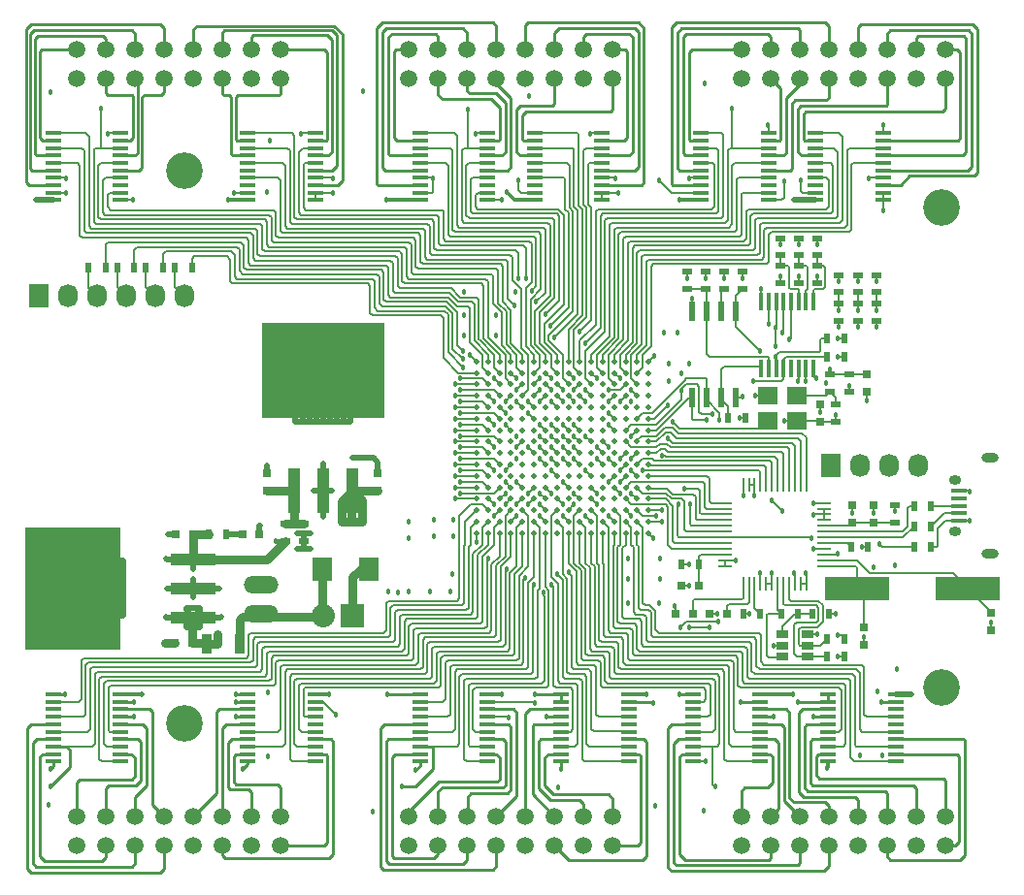
<source format=gtl>
G04 #@! TF.FileFunction,Copper,L1,Top,Signal*
%FSLAX46Y46*%
G04 Gerber Fmt 4.6, Leading zero omitted, Abs format (unit mm)*
G04 Created by KiCad (PCBNEW (2014-11-27 BZR 5304)-product) date 2015 March 23, Monday 21:33:43*
%MOMM*%
G01*
G04 APERTURE LIST*
%ADD10C,0.100000*%
%ADD11R,0.900000X0.500000*%
%ADD12R,0.500000X0.900000*%
%ADD13R,1.450000X0.450000*%
%ADD14C,1.506220*%
%ADD15C,0.500380*%
%ADD16C,3.200000*%
%ADD17R,1.727200X2.032000*%
%ADD18O,1.727200X2.032000*%
%ADD19R,0.797560X0.797560*%
%ADD20R,0.600000X1.700000*%
%ADD21R,0.750000X0.800000*%
%ADD22R,0.800000X0.750000*%
%ADD23R,1.300000X0.250000*%
%ADD24R,0.250000X1.300000*%
%ADD25R,1.700000X1.500000*%
%ADD26R,5.600700X2.100580*%
%ADD27R,1.350000X0.400000*%
%ADD28O,1.050000X0.850000*%
%ADD29O,1.500000X0.800000*%
%ADD30R,2.032000X2.032000*%
%ADD31O,2.032000X2.032000*%
%ADD32O,3.014980X1.506220*%
%ADD33R,3.987800X1.041400*%
%ADD34R,8.305800X10.744200*%
%ADD35R,1.041400X3.987800*%
%ADD36R,10.744200X8.305800*%
%ADD37R,0.900000X1.700000*%
%ADD38R,1.778000X2.159000*%
%ADD39R,0.450000X1.500000*%
%ADD40R,1.060000X0.650000*%
%ADD41C,0.457200*%
%ADD42C,0.254000*%
%ADD43C,0.152400*%
%ADD44C,0.508000*%
%ADD45C,0.304800*%
%ADD46C,0.762000*%
%ADD47C,0.406400*%
G04 APERTURE END LIST*
D10*
D11*
X168225000Y-85345000D03*
X168225000Y-83845000D03*
X169825000Y-85345000D03*
X169825000Y-83845000D03*
X171425000Y-85345000D03*
X171425000Y-83845000D03*
X168225000Y-82945000D03*
X168225000Y-81445000D03*
X169825000Y-82945000D03*
X169825000Y-81445000D03*
X171425000Y-82945000D03*
X171425000Y-81445000D03*
X174225000Y-94845000D03*
X174225000Y-93345000D03*
X176625000Y-88645000D03*
X176625000Y-87145000D03*
D12*
X173775000Y-90195000D03*
X172275000Y-90195000D03*
X173775000Y-91795000D03*
X172275000Y-91795000D03*
D11*
X173325000Y-88645000D03*
X173325000Y-87145000D03*
X175025000Y-88645000D03*
X175025000Y-87145000D03*
X176625000Y-86145000D03*
X176625000Y-84645000D03*
X173325000Y-86145000D03*
X173325000Y-84645000D03*
X175025000Y-86145000D03*
X175025000Y-84645000D03*
X160125000Y-85845000D03*
X160125000Y-84345000D03*
X163325000Y-85845000D03*
X163325000Y-84345000D03*
X164925000Y-84345000D03*
X164925000Y-85845000D03*
X161725000Y-84345000D03*
X161725000Y-85845000D03*
D12*
X165175000Y-97095000D03*
X163675000Y-97095000D03*
X107875000Y-83995000D03*
X109375000Y-83995000D03*
X112875000Y-83995000D03*
X114375000Y-83995000D03*
X115375000Y-83995000D03*
X116875000Y-83995000D03*
X110375000Y-83995000D03*
X111875000Y-83995000D03*
D13*
X110675000Y-78120000D03*
X110675000Y-77470000D03*
X110675000Y-76820000D03*
X110675000Y-76170000D03*
X110675000Y-75520000D03*
X110675000Y-74870000D03*
X110675000Y-74220000D03*
X110675000Y-73570000D03*
X110675000Y-72920000D03*
X110675000Y-72270000D03*
X104775000Y-72270000D03*
X104775000Y-72920000D03*
X104775000Y-73570000D03*
X104775000Y-74220000D03*
X104775000Y-74870000D03*
X104775000Y-75520000D03*
X104775000Y-76170000D03*
X104775000Y-76820000D03*
X104775000Y-77470000D03*
X104775000Y-78120000D03*
X127675000Y-78120000D03*
X127675000Y-77470000D03*
X127675000Y-76820000D03*
X127675000Y-76170000D03*
X127675000Y-75520000D03*
X127675000Y-74870000D03*
X127675000Y-74220000D03*
X127675000Y-73570000D03*
X127675000Y-72920000D03*
X127675000Y-72270000D03*
X121775000Y-72270000D03*
X121775000Y-72920000D03*
X121775000Y-73570000D03*
X121775000Y-74220000D03*
X121775000Y-74870000D03*
X121775000Y-75520000D03*
X121775000Y-76170000D03*
X121775000Y-76820000D03*
X121775000Y-77470000D03*
X121775000Y-78120000D03*
D14*
X182615000Y-64925000D03*
X182615000Y-67465000D03*
X180075000Y-64925000D03*
X180075000Y-67465000D03*
X177535000Y-64925000D03*
X177535000Y-67465000D03*
X174995000Y-64925000D03*
X174995000Y-67465000D03*
X172455000Y-64925000D03*
X172455000Y-67465000D03*
X169915000Y-64925000D03*
X169915000Y-67465000D03*
X167375000Y-64925000D03*
X167375000Y-67465000D03*
X164835000Y-64925000D03*
X164835000Y-67465000D03*
X124615000Y-131925000D03*
X124615000Y-134465000D03*
X122075000Y-131925000D03*
X122075000Y-134465000D03*
X119535000Y-131925000D03*
X119535000Y-134465000D03*
X116995000Y-131925000D03*
X116995000Y-134465000D03*
X114455000Y-131925000D03*
X114455000Y-134465000D03*
X111915000Y-131925000D03*
X111915000Y-134465000D03*
X109375000Y-131925000D03*
X109375000Y-134465000D03*
X106835000Y-131925000D03*
X106835000Y-134465000D03*
X153615000Y-131925000D03*
X153615000Y-134465000D03*
X151075000Y-131925000D03*
X151075000Y-134465000D03*
X148535000Y-131925000D03*
X148535000Y-134465000D03*
X145995000Y-131925000D03*
X145995000Y-134465000D03*
X143455000Y-131925000D03*
X143455000Y-134465000D03*
X140915000Y-131925000D03*
X140915000Y-134465000D03*
X138375000Y-131925000D03*
X138375000Y-134465000D03*
X135835000Y-131925000D03*
X135835000Y-134465000D03*
X182615000Y-131925000D03*
X182615000Y-134465000D03*
X180075000Y-131925000D03*
X180075000Y-134465000D03*
X177535000Y-131925000D03*
X177535000Y-134465000D03*
X174995000Y-131925000D03*
X174995000Y-134465000D03*
X172455000Y-131925000D03*
X172455000Y-134465000D03*
X169915000Y-131925000D03*
X169915000Y-134465000D03*
X167375000Y-131925000D03*
X167375000Y-134465000D03*
X164835000Y-131925000D03*
X164835000Y-134465000D03*
D15*
X141724380Y-107195620D03*
X141724380Y-106194860D03*
X141724380Y-105194100D03*
X141724380Y-104195880D03*
X141724380Y-103195120D03*
X141724380Y-102194360D03*
X141724380Y-101196140D03*
X141724380Y-100195380D03*
X141724380Y-99194620D03*
X141724380Y-98193860D03*
X141724380Y-97195640D03*
X141724380Y-96194880D03*
X141724380Y-95194120D03*
X141724380Y-94195900D03*
X141724380Y-93195140D03*
X141724380Y-92194380D03*
X142725140Y-107195620D03*
X143725900Y-107195620D03*
X144724120Y-107195620D03*
X145724880Y-107195620D03*
X146725640Y-107195620D03*
X147723860Y-107195620D03*
X148724620Y-107195620D03*
X149725380Y-107195620D03*
X142725140Y-92194380D03*
X142725140Y-93195140D03*
X142725140Y-94195900D03*
X142725140Y-95194120D03*
X142725140Y-96194880D03*
X142725140Y-97195640D03*
X142725140Y-98193860D03*
X142725140Y-99194620D03*
X142725140Y-100195380D03*
X142725140Y-101196140D03*
X142725140Y-102194360D03*
X142725140Y-103195120D03*
X142725140Y-106194860D03*
X142725140Y-105194100D03*
X142725140Y-104195880D03*
X143725900Y-106194860D03*
X143725900Y-105194100D03*
X143725900Y-104195880D03*
X143725900Y-103195120D03*
X143725900Y-102194360D03*
X143725900Y-101196140D03*
X143725900Y-100195380D03*
X143725900Y-99194620D03*
X144724120Y-106194860D03*
X144724120Y-105194100D03*
X144724120Y-104195880D03*
X144724120Y-103195120D03*
X144724120Y-102194360D03*
X144724120Y-101196140D03*
X144724120Y-100195380D03*
X144724120Y-99194620D03*
X145724880Y-106194860D03*
X145724880Y-105194100D03*
X145724880Y-104195880D03*
X143725900Y-98193860D03*
X144724120Y-98193860D03*
X143725900Y-97195640D03*
X144724120Y-97195640D03*
X144724120Y-96194880D03*
X143725900Y-96194880D03*
X143725900Y-95194120D03*
X143725900Y-94195900D03*
X144724120Y-94195900D03*
X144724120Y-95194120D03*
X143725900Y-93195140D03*
X144724120Y-93195140D03*
X144724120Y-92194380D03*
X143725900Y-92194380D03*
X145724880Y-95194120D03*
X146725640Y-95194120D03*
X147723860Y-95194120D03*
X147723860Y-94195900D03*
X146725640Y-94195900D03*
X145724880Y-94195900D03*
X145724880Y-93195140D03*
X146725640Y-93195140D03*
X147723860Y-93195140D03*
X147723860Y-92194380D03*
X146725640Y-92194380D03*
X145724880Y-92194380D03*
X146725640Y-106194860D03*
X146725640Y-105194100D03*
X146725640Y-104195880D03*
X147723860Y-104195880D03*
X147723860Y-105194100D03*
X147723860Y-106194860D03*
X148724620Y-106194860D03*
X148724620Y-105194100D03*
X148724620Y-104195880D03*
X149725380Y-104195880D03*
X149725380Y-105194100D03*
X149725380Y-106194860D03*
X150726140Y-107195620D03*
X150726140Y-106194860D03*
X150726140Y-105194100D03*
X150726140Y-104195880D03*
X151724360Y-104195880D03*
X151724360Y-105194100D03*
X151724360Y-106194860D03*
X151724360Y-107195620D03*
X152725120Y-107195620D03*
X152725120Y-106194860D03*
X152725120Y-105194100D03*
X152725120Y-104195880D03*
X153725880Y-104195880D03*
X154724100Y-104195880D03*
X155724860Y-104195880D03*
X155724860Y-105194100D03*
X154724100Y-105194100D03*
X153725880Y-105194100D03*
X153725880Y-106194860D03*
X154724100Y-106194860D03*
X155724860Y-106194860D03*
X153725880Y-107195620D03*
X154724100Y-107195620D03*
X155724860Y-107195620D03*
X156725620Y-107195620D03*
X156725620Y-106194860D03*
X156725620Y-105194100D03*
X156725620Y-104195880D03*
X145724880Y-100195380D03*
X145724880Y-101196140D03*
X145724880Y-102194360D03*
X145724880Y-103195120D03*
X146725640Y-103195120D03*
X146725640Y-102194360D03*
X146725640Y-101196140D03*
X146725640Y-100195380D03*
X147723860Y-103195120D03*
X147723860Y-102194360D03*
X147723860Y-101196140D03*
X147723860Y-100195380D03*
X148724620Y-103195120D03*
X148724620Y-102194360D03*
X148724620Y-101196140D03*
X148724620Y-100195380D03*
X149725380Y-103195120D03*
X149725380Y-102194360D03*
X149725380Y-101196140D03*
X149725380Y-100195380D03*
X150726140Y-103195120D03*
X150726140Y-102194360D03*
X150726140Y-101196140D03*
X150726140Y-100195380D03*
X151724360Y-103195120D03*
X151724360Y-102194360D03*
X151724360Y-101196140D03*
X151724360Y-100195380D03*
X152725120Y-103195120D03*
X152725120Y-102194360D03*
X152725120Y-101196140D03*
X154724100Y-103195120D03*
X154724100Y-102194360D03*
X155724860Y-103195120D03*
X155724860Y-102194360D03*
X156725620Y-103195120D03*
X156725620Y-102194360D03*
X152725120Y-100195380D03*
X153725880Y-103195120D03*
X153725880Y-102194360D03*
X153725880Y-101196140D03*
X154724100Y-97195640D03*
X154724100Y-98193860D03*
X154724100Y-99194620D03*
X154724100Y-100195380D03*
X154724100Y-101196140D03*
X155724860Y-101196140D03*
X155724860Y-100195380D03*
X155724860Y-99194620D03*
X155724860Y-98193860D03*
X155724860Y-97195640D03*
X156725620Y-101196140D03*
X156725620Y-100195380D03*
X156725620Y-99194620D03*
X156725620Y-98193860D03*
X156725620Y-97195640D03*
X153725880Y-100195380D03*
X145724880Y-99194620D03*
X145724880Y-98193860D03*
X145724880Y-97195640D03*
X145724880Y-96194880D03*
X154724100Y-96194880D03*
X146725640Y-99194620D03*
X146725640Y-98193860D03*
X146725640Y-97195640D03*
X146725640Y-96194880D03*
X149725380Y-99194620D03*
X147723860Y-96194880D03*
X147723860Y-97195640D03*
X147723860Y-98193860D03*
X147723860Y-99194620D03*
X155724860Y-96194880D03*
X156725620Y-96194880D03*
X148724620Y-99194620D03*
X148724620Y-98193860D03*
X148724620Y-97195640D03*
X148724620Y-96194880D03*
X149725380Y-98193860D03*
X149725380Y-97195640D03*
X149725380Y-96194880D03*
X148724620Y-95194120D03*
X149725380Y-95194120D03*
X150726140Y-95194120D03*
X151724360Y-95194120D03*
X152725120Y-95194120D03*
X153725880Y-95194120D03*
X154724100Y-95194120D03*
X155724860Y-95194120D03*
X156725620Y-95194120D03*
X153725880Y-99194620D03*
X152725120Y-99194620D03*
X151724360Y-99194620D03*
X150726140Y-99194620D03*
X150726140Y-98193860D03*
X151724360Y-98193860D03*
X152725120Y-98193860D03*
X153725880Y-98193860D03*
X156725620Y-94195900D03*
X155724860Y-94195900D03*
X154724100Y-94195900D03*
X153725880Y-94195900D03*
X152725120Y-94195900D03*
X151724360Y-94195900D03*
X150726140Y-94195900D03*
X149725380Y-94195900D03*
X148724620Y-94195900D03*
X148724620Y-93195140D03*
X149725380Y-93195140D03*
X150726140Y-93195140D03*
X151724360Y-93195140D03*
X152725120Y-93195140D03*
X153725880Y-93195140D03*
X154724100Y-93195140D03*
X155724860Y-93195140D03*
X156725620Y-93195140D03*
X153725880Y-97195640D03*
X152725120Y-97195640D03*
X151724360Y-97195640D03*
X150726140Y-97195640D03*
X150726140Y-96194880D03*
X151724360Y-96194880D03*
X152725120Y-96194880D03*
X153725880Y-96194880D03*
X156725620Y-92194380D03*
X155724860Y-92194380D03*
X154724100Y-92194380D03*
X153725880Y-92194380D03*
X152725120Y-92194380D03*
X151724360Y-92194380D03*
X150726140Y-92194380D03*
X149725380Y-92194380D03*
X148724620Y-92194380D03*
D16*
X116205000Y-123825000D03*
X116205000Y-75565000D03*
X182245000Y-78740000D03*
X182245000Y-120650000D03*
D14*
X124615000Y-64925000D03*
X124615000Y-67465000D03*
X122075000Y-64925000D03*
X122075000Y-67465000D03*
X119535000Y-64925000D03*
X119535000Y-67465000D03*
X116995000Y-64925000D03*
X116995000Y-67465000D03*
X114455000Y-64925000D03*
X114455000Y-67465000D03*
X111915000Y-64925000D03*
X111915000Y-67465000D03*
X109375000Y-64925000D03*
X109375000Y-67465000D03*
X106835000Y-64925000D03*
X106835000Y-67465000D03*
X153615000Y-64925000D03*
X153615000Y-67465000D03*
X151075000Y-64925000D03*
X151075000Y-67465000D03*
X148535000Y-64925000D03*
X148535000Y-67465000D03*
X145995000Y-64925000D03*
X145995000Y-67465000D03*
X143455000Y-64925000D03*
X143455000Y-67465000D03*
X140915000Y-64925000D03*
X140915000Y-67465000D03*
X138375000Y-64925000D03*
X138375000Y-67465000D03*
X135835000Y-64925000D03*
X135835000Y-67465000D03*
D17*
X103505000Y-86487000D03*
D18*
X106045000Y-86487000D03*
X108585000Y-86487000D03*
X111125000Y-86487000D03*
X113665000Y-86487000D03*
X116205000Y-86487000D03*
D19*
X175725000Y-93345700D03*
X175725000Y-94844300D03*
D20*
X164330000Y-87845000D03*
X163060000Y-87845000D03*
X161790000Y-87845000D03*
X160520000Y-87845000D03*
X160520000Y-95345000D03*
X161790000Y-95345000D03*
X163060000Y-95345000D03*
X164330000Y-95345000D03*
D21*
X176325000Y-106245000D03*
X176325000Y-104745000D03*
X174525000Y-106245000D03*
X174525000Y-104745000D03*
D22*
X163575000Y-114195000D03*
X162075000Y-114195000D03*
X160575000Y-114195000D03*
X159075000Y-114195000D03*
D21*
X186625000Y-114145000D03*
X186625000Y-115645000D03*
X175525000Y-115445000D03*
X175525000Y-116945000D03*
D22*
X161075000Y-111795000D03*
X159575000Y-111795000D03*
D23*
X172075000Y-110045000D03*
X172075000Y-109545000D03*
X172075000Y-109045000D03*
X172075000Y-108545000D03*
X172075000Y-108045000D03*
X172075000Y-107545000D03*
X172075000Y-107045000D03*
X172075000Y-106545000D03*
X172075000Y-106045000D03*
X172075000Y-105545000D03*
X172075000Y-105045000D03*
X172075000Y-104545000D03*
D24*
X170475000Y-102945000D03*
X169975000Y-102945000D03*
X169475000Y-102945000D03*
X168975000Y-102945000D03*
X168475000Y-102945000D03*
X167975000Y-102945000D03*
X167475000Y-102945000D03*
X166975000Y-102945000D03*
X166475000Y-102945000D03*
X165975000Y-102945000D03*
X165475000Y-102945000D03*
X164975000Y-102945000D03*
D23*
X163375000Y-104545000D03*
X163375000Y-105045000D03*
X163375000Y-105545000D03*
X163375000Y-106045000D03*
X163375000Y-106545000D03*
X163375000Y-107045000D03*
X163375000Y-107545000D03*
X163375000Y-108045000D03*
X163375000Y-108545000D03*
X163375000Y-109045000D03*
X163375000Y-109545000D03*
X163375000Y-110045000D03*
D24*
X164975000Y-111645000D03*
X165475000Y-111645000D03*
X165975000Y-111645000D03*
X166475000Y-111645000D03*
X166975000Y-111645000D03*
X167475000Y-111645000D03*
X167975000Y-111645000D03*
X168475000Y-111645000D03*
X168975000Y-111645000D03*
X169475000Y-111645000D03*
X169975000Y-111645000D03*
X170475000Y-111645000D03*
D12*
X166475000Y-114195000D03*
X164975000Y-114195000D03*
X174375000Y-108395000D03*
X175875000Y-108395000D03*
X161075000Y-109895000D03*
X159575000Y-109895000D03*
X181375000Y-108395000D03*
X179875000Y-108395000D03*
X181375000Y-106595000D03*
X179875000Y-106595000D03*
X181375000Y-104795000D03*
X179875000Y-104795000D03*
X173775000Y-116395000D03*
X172275000Y-116395000D03*
X173775000Y-117995000D03*
X172275000Y-117995000D03*
X172475000Y-114195000D03*
X170975000Y-114195000D03*
X168275000Y-114195000D03*
X169775000Y-114195000D03*
D11*
X172525000Y-94845000D03*
X172525000Y-93345000D03*
D25*
X169695000Y-95195000D03*
X167155000Y-95195000D03*
X167155000Y-97395000D03*
X169695000Y-97395000D03*
D26*
X174876140Y-111995000D03*
X184573860Y-111995000D03*
D27*
X183800000Y-106095000D03*
X183800000Y-105445000D03*
X183800000Y-104795000D03*
X183800000Y-104145000D03*
X183800000Y-103495000D03*
D28*
X183475000Y-102570000D03*
X183475000Y-107020000D03*
D29*
X186475000Y-108970000D03*
X186475000Y-100620000D03*
D13*
X142675000Y-78120000D03*
X142675000Y-77470000D03*
X142675000Y-76820000D03*
X142675000Y-76170000D03*
X142675000Y-75520000D03*
X142675000Y-74870000D03*
X142675000Y-74220000D03*
X142675000Y-73570000D03*
X142675000Y-72920000D03*
X142675000Y-72270000D03*
X136775000Y-72270000D03*
X136775000Y-72920000D03*
X136775000Y-73570000D03*
X136775000Y-74220000D03*
X136775000Y-74870000D03*
X136775000Y-75520000D03*
X136775000Y-76170000D03*
X136775000Y-76820000D03*
X136775000Y-77470000D03*
X136775000Y-78120000D03*
X152675000Y-78120000D03*
X152675000Y-77470000D03*
X152675000Y-76820000D03*
X152675000Y-76170000D03*
X152675000Y-75520000D03*
X152675000Y-74870000D03*
X152675000Y-74220000D03*
X152675000Y-73570000D03*
X152675000Y-72920000D03*
X152675000Y-72270000D03*
X146775000Y-72270000D03*
X146775000Y-72920000D03*
X146775000Y-73570000D03*
X146775000Y-74220000D03*
X146775000Y-74870000D03*
X146775000Y-75520000D03*
X146775000Y-76170000D03*
X146775000Y-76820000D03*
X146775000Y-77470000D03*
X146775000Y-78120000D03*
X167175000Y-78120000D03*
X167175000Y-77470000D03*
X167175000Y-76820000D03*
X167175000Y-76170000D03*
X167175000Y-75520000D03*
X167175000Y-74870000D03*
X167175000Y-74220000D03*
X167175000Y-73570000D03*
X167175000Y-72920000D03*
X167175000Y-72270000D03*
X161275000Y-72270000D03*
X161275000Y-72920000D03*
X161275000Y-73570000D03*
X161275000Y-74220000D03*
X161275000Y-74870000D03*
X161275000Y-75520000D03*
X161275000Y-76170000D03*
X161275000Y-76820000D03*
X161275000Y-77470000D03*
X161275000Y-78120000D03*
X177175000Y-78120000D03*
X177175000Y-77470000D03*
X177175000Y-76820000D03*
X177175000Y-76170000D03*
X177175000Y-75520000D03*
X177175000Y-74870000D03*
X177175000Y-74220000D03*
X177175000Y-73570000D03*
X177175000Y-72920000D03*
X177175000Y-72270000D03*
X171275000Y-72270000D03*
X171275000Y-72920000D03*
X171275000Y-73570000D03*
X171275000Y-74220000D03*
X171275000Y-74870000D03*
X171275000Y-75520000D03*
X171275000Y-76170000D03*
X171275000Y-76820000D03*
X171275000Y-77470000D03*
X171275000Y-78120000D03*
X104775000Y-121270000D03*
X104775000Y-121920000D03*
X104775000Y-122570000D03*
X104775000Y-123220000D03*
X104775000Y-123870000D03*
X104775000Y-124520000D03*
X104775000Y-125170000D03*
X104775000Y-125820000D03*
X104775000Y-126470000D03*
X104775000Y-127120000D03*
X110675000Y-127120000D03*
X110675000Y-126470000D03*
X110675000Y-125820000D03*
X110675000Y-125170000D03*
X110675000Y-124520000D03*
X110675000Y-123870000D03*
X110675000Y-123220000D03*
X110675000Y-122570000D03*
X110675000Y-121920000D03*
X110675000Y-121270000D03*
X121775000Y-121270000D03*
X121775000Y-121920000D03*
X121775000Y-122570000D03*
X121775000Y-123220000D03*
X121775000Y-123870000D03*
X121775000Y-124520000D03*
X121775000Y-125170000D03*
X121775000Y-125820000D03*
X121775000Y-126470000D03*
X121775000Y-127120000D03*
X127675000Y-127120000D03*
X127675000Y-126470000D03*
X127675000Y-125820000D03*
X127675000Y-125170000D03*
X127675000Y-124520000D03*
X127675000Y-123870000D03*
X127675000Y-123220000D03*
X127675000Y-122570000D03*
X127675000Y-121920000D03*
X127675000Y-121270000D03*
X136775000Y-121270000D03*
X136775000Y-121920000D03*
X136775000Y-122570000D03*
X136775000Y-123220000D03*
X136775000Y-123870000D03*
X136775000Y-124520000D03*
X136775000Y-125170000D03*
X136775000Y-125820000D03*
X136775000Y-126470000D03*
X136775000Y-127120000D03*
X142675000Y-127120000D03*
X142675000Y-126470000D03*
X142675000Y-125820000D03*
X142675000Y-125170000D03*
X142675000Y-124520000D03*
X142675000Y-123870000D03*
X142675000Y-123220000D03*
X142675000Y-122570000D03*
X142675000Y-121920000D03*
X142675000Y-121270000D03*
X149075000Y-121270000D03*
X149075000Y-121920000D03*
X149075000Y-122570000D03*
X149075000Y-123220000D03*
X149075000Y-123870000D03*
X149075000Y-124520000D03*
X149075000Y-125170000D03*
X149075000Y-125820000D03*
X149075000Y-126470000D03*
X149075000Y-127120000D03*
X154975000Y-127120000D03*
X154975000Y-126470000D03*
X154975000Y-125820000D03*
X154975000Y-125170000D03*
X154975000Y-124520000D03*
X154975000Y-123870000D03*
X154975000Y-123220000D03*
X154975000Y-122570000D03*
X154975000Y-121920000D03*
X154975000Y-121270000D03*
X160575000Y-121270000D03*
X160575000Y-121920000D03*
X160575000Y-122570000D03*
X160575000Y-123220000D03*
X160575000Y-123870000D03*
X160575000Y-124520000D03*
X160575000Y-125170000D03*
X160575000Y-125820000D03*
X160575000Y-126470000D03*
X160575000Y-127120000D03*
X166475000Y-127120000D03*
X166475000Y-126470000D03*
X166475000Y-125820000D03*
X166475000Y-125170000D03*
X166475000Y-124520000D03*
X166475000Y-123870000D03*
X166475000Y-123220000D03*
X166475000Y-122570000D03*
X166475000Y-121920000D03*
X166475000Y-121270000D03*
X172375000Y-121270000D03*
X172375000Y-121920000D03*
X172375000Y-122570000D03*
X172375000Y-123220000D03*
X172375000Y-123870000D03*
X172375000Y-124520000D03*
X172375000Y-125170000D03*
X172375000Y-125820000D03*
X172375000Y-126470000D03*
X172375000Y-127120000D03*
X178275000Y-127120000D03*
X178275000Y-126470000D03*
X178275000Y-125820000D03*
X178275000Y-125170000D03*
X178275000Y-124520000D03*
X178275000Y-123870000D03*
X178275000Y-123220000D03*
X178275000Y-122570000D03*
X178275000Y-121920000D03*
X178275000Y-121270000D03*
D11*
X178225000Y-106245000D03*
X178225000Y-104745000D03*
D22*
X116875000Y-116795000D03*
X115375000Y-116795000D03*
X116975000Y-107295000D03*
X115475000Y-107295000D03*
D21*
X123425000Y-103445000D03*
X123425000Y-101945000D03*
X133125000Y-103445000D03*
X133125000Y-101945000D03*
D19*
X121275700Y-107295000D03*
X122774300Y-107295000D03*
D30*
X130925000Y-114395000D03*
D31*
X128385000Y-114395000D03*
D17*
X172625000Y-101295000D03*
D18*
X175165000Y-101295000D03*
X177705000Y-101295000D03*
X180245000Y-101295000D03*
D32*
X122925000Y-114265000D03*
X122925000Y-111725000D03*
D11*
X125025000Y-106345000D03*
X125025000Y-107845000D03*
X126625000Y-106345000D03*
X126625000Y-107845000D03*
D12*
X119875000Y-107295000D03*
X118375000Y-107295000D03*
D33*
X117025800Y-109455000D03*
X117025800Y-111995000D03*
X117025800Y-114535000D03*
D34*
X106472100Y-111995000D03*
D35*
X130865000Y-103495800D03*
X128325000Y-103495800D03*
X125785000Y-103495800D03*
D36*
X128325000Y-92942100D03*
D37*
X121075000Y-116895000D03*
X118175000Y-116895000D03*
D38*
X132357000Y-110295000D03*
X128293000Y-110295000D03*
D21*
X171725000Y-97445000D03*
X171725000Y-95945000D03*
D11*
X173025000Y-97445000D03*
X173025000Y-95945000D03*
D39*
X171100000Y-86945000D03*
X170450000Y-86945000D03*
X169800000Y-86945000D03*
X169150000Y-86945000D03*
X168500000Y-86945000D03*
X167850000Y-86945000D03*
X167200000Y-86945000D03*
X166550000Y-86945000D03*
X166550000Y-92845000D03*
X167200000Y-92845000D03*
X167850000Y-92845000D03*
X168500000Y-92845000D03*
X169150000Y-92845000D03*
X169800000Y-92845000D03*
X170450000Y-92845000D03*
X171100000Y-92845000D03*
D40*
X168425000Y-116045000D03*
X168425000Y-116995000D03*
X168425000Y-117945000D03*
X170625000Y-117945000D03*
X170625000Y-116045000D03*
X170625000Y-116995000D03*
D41*
X105825000Y-121295000D03*
X148825000Y-129395000D03*
X157325000Y-130995000D03*
X171425000Y-81995000D03*
X168225000Y-81995000D03*
X146325000Y-68995000D03*
X111725000Y-78095000D03*
X161725000Y-127095000D03*
X119325000Y-111995000D03*
X129425000Y-122995000D03*
X117025000Y-112795000D03*
X117025000Y-111195000D03*
X128325000Y-105795000D03*
X127525000Y-103495000D03*
X129125000Y-103495000D03*
X126525000Y-97495000D03*
X127125000Y-97495000D03*
X125925000Y-97495000D03*
X127725000Y-97495000D03*
X128325000Y-97495000D03*
X128925000Y-97495000D03*
X130725000Y-97495000D03*
X130125000Y-97495000D03*
X129525000Y-97495000D03*
X110925000Y-114395000D03*
X110925000Y-113795000D03*
X110925000Y-113195000D03*
X110925000Y-109595000D03*
X110925000Y-110195000D03*
X110925000Y-110795000D03*
X110925000Y-112595000D03*
X110925000Y-111395000D03*
X110925000Y-111995000D03*
X114725000Y-111995000D03*
X128325000Y-101095000D03*
X146825000Y-121995000D03*
X144525000Y-123295000D03*
X160525000Y-86695000D03*
X175725000Y-95595000D03*
X139625000Y-110795000D03*
X172325000Y-127695000D03*
X177125000Y-126595000D03*
X175125000Y-126595000D03*
X178425000Y-119095000D03*
X176725000Y-120995000D03*
X164325000Y-109595000D03*
X171125000Y-108595000D03*
X170425000Y-110695000D03*
X168525000Y-76495000D03*
X167125000Y-71595000D03*
X126425000Y-72295000D03*
X123425000Y-77395000D03*
X123725000Y-72895000D03*
X170025000Y-76395000D03*
X157625000Y-76395000D03*
X145325000Y-76395000D03*
X129225000Y-76195000D03*
X129225000Y-77495000D03*
X120525000Y-77495000D03*
X109525000Y-72295000D03*
X105925000Y-76195000D03*
X105925000Y-77495000D03*
X137925000Y-76195000D03*
X141625000Y-72295000D03*
X143925000Y-78095000D03*
X151625000Y-72295000D03*
X153825000Y-76195000D03*
X154125000Y-77495000D03*
X177225000Y-78995000D03*
X175925000Y-76195000D03*
X177225000Y-71595000D03*
X160225000Y-76195000D03*
X155225000Y-101695000D03*
X149225000Y-102695000D03*
X152225000Y-99695000D03*
X150225000Y-98695000D03*
X150225000Y-100695000D03*
X148225000Y-100695000D03*
X149225000Y-99695000D03*
X147225000Y-99695000D03*
X148225000Y-98695000D03*
X155225000Y-105695000D03*
X151225000Y-105695000D03*
X147225000Y-105695000D03*
X141725000Y-107995000D03*
X153225000Y-95695000D03*
X148225000Y-95695000D03*
X144225000Y-95695000D03*
X148225000Y-93695000D03*
X152225000Y-93695000D03*
X157225000Y-91695000D03*
X141125000Y-91595000D03*
X143225000Y-97695000D03*
X143225000Y-101695000D03*
X104525000Y-127795000D03*
X111825000Y-123195000D03*
X111825000Y-121895000D03*
X121325000Y-127795000D03*
X120725000Y-121895000D03*
X120725000Y-121295000D03*
X149125000Y-127795000D03*
X167625000Y-123195000D03*
X171125000Y-123195000D03*
X136425000Y-127895000D03*
X123525000Y-121095000D03*
X123525000Y-126695000D03*
X133925000Y-121295000D03*
X147825000Y-123195000D03*
X157125000Y-121995000D03*
X159425000Y-121295000D03*
X164725000Y-121895000D03*
X169725000Y-121895000D03*
X177025000Y-121895000D03*
X146825000Y-121295000D03*
X120725000Y-123195000D03*
X144225000Y-104695000D03*
X157125000Y-107595000D03*
X155225000Y-98695000D03*
X122825000Y-106495000D03*
X166025000Y-95195000D03*
X171125000Y-105595000D03*
X165925000Y-103895000D03*
X167425000Y-110695000D03*
X184725000Y-103595000D03*
X134825000Y-112395000D03*
X172225000Y-94095000D03*
X171725000Y-96595000D03*
X114525000Y-116795000D03*
X114825000Y-107295000D03*
X123425000Y-101295000D03*
X130925000Y-100595000D03*
X155225000Y-95695000D03*
X145225000Y-98695000D03*
X145225000Y-100695000D03*
X145125000Y-86095000D03*
X143425000Y-88195000D03*
X143425000Y-89895000D03*
X159225000Y-89695000D03*
X158525000Y-92395000D03*
X160225000Y-92395000D03*
X157625000Y-113295000D03*
X157725000Y-111195000D03*
X157725000Y-109395000D03*
X135825000Y-107595000D03*
X138025000Y-107495000D03*
X139725000Y-107495000D03*
X176325000Y-105395000D03*
X174525000Y-105395000D03*
X176325000Y-110195000D03*
X162725000Y-114195000D03*
X159025000Y-113595000D03*
X186625000Y-114995000D03*
X175525000Y-116295000D03*
X160225000Y-111795000D03*
X135825000Y-112295000D03*
X137625000Y-112295000D03*
X139425000Y-112295000D03*
X134025000Y-112295000D03*
X169825000Y-81995000D03*
X176625000Y-85195000D03*
X173325000Y-85195000D03*
X175025000Y-85195000D03*
X160125000Y-84895000D03*
X175325000Y-108395000D03*
X145225000Y-99695000D03*
X166525000Y-85895000D03*
X167625000Y-116995000D03*
X168425000Y-105295000D03*
X167425000Y-104295000D03*
X152225000Y-104695000D03*
X169725000Y-93895000D03*
X162025000Y-115395000D03*
X160225000Y-115395000D03*
X152225000Y-103695000D03*
X170425000Y-93895000D03*
X162825000Y-114895000D03*
X159525000Y-115395000D03*
X154225000Y-95695000D03*
X167825000Y-89295000D03*
X167825000Y-90895000D03*
X172525000Y-92895000D03*
X144225000Y-103695000D03*
X169025000Y-90295000D03*
X176625000Y-87695000D03*
X157925000Y-106195000D03*
X165825000Y-93895000D03*
X157425000Y-105695000D03*
X167825000Y-91795000D03*
X167225000Y-88895000D03*
X153225000Y-96695000D03*
X173325000Y-87695000D03*
X168425000Y-89695000D03*
X158425000Y-95995000D03*
X175025000Y-87695000D03*
X162325000Y-96795000D03*
X159625000Y-94795000D03*
X163325000Y-84895000D03*
X157925000Y-105195000D03*
X166425000Y-91295000D03*
X150225000Y-97695000D03*
X150225000Y-99695000D03*
X149225000Y-100695000D03*
X147225000Y-100695000D03*
X148225000Y-97695000D03*
X149225000Y-98695000D03*
X148225000Y-99695000D03*
X147225000Y-98695000D03*
X129925000Y-104395000D03*
X129925000Y-106195000D03*
X129925000Y-105295000D03*
X131725000Y-105295000D03*
X131725000Y-106195000D03*
X162925000Y-97295000D03*
X161825000Y-97295000D03*
X139825000Y-104195000D03*
X140325000Y-103695000D03*
X139825000Y-103195000D03*
X140325000Y-102695000D03*
X139825000Y-102195000D03*
X140325000Y-101695000D03*
X140325000Y-100695000D03*
X139825000Y-101195000D03*
X140325000Y-99695000D03*
X139825000Y-100195000D03*
X140325000Y-98695000D03*
X139825000Y-99195000D03*
X139825000Y-97195000D03*
X139825000Y-98195000D03*
X140325000Y-96695000D03*
X140325000Y-97695000D03*
X139825000Y-96195000D03*
X140325000Y-95695000D03*
X139825000Y-95195000D03*
X140325000Y-94695000D03*
X139825000Y-94195000D03*
X140325000Y-93695000D03*
X144225000Y-102695000D03*
X128825000Y-121295000D03*
X169425000Y-78095000D03*
X159425000Y-78095000D03*
X144325000Y-77395000D03*
X103325000Y-78095000D03*
X133825000Y-78095000D03*
X120025000Y-78095000D03*
X112525000Y-121295000D03*
X156525000Y-121295000D03*
X179625000Y-121295000D03*
X143925000Y-121295000D03*
X169325000Y-121295000D03*
X127225000Y-108595000D03*
X126025000Y-108595000D03*
X126625000Y-108595000D03*
X127225000Y-107195000D03*
X126025000Y-107195000D03*
X126625000Y-107195000D03*
X116425000Y-113695000D03*
X117625000Y-113695000D03*
X117625000Y-115395000D03*
X116425000Y-115395000D03*
X119425000Y-114495000D03*
X114625000Y-114495000D03*
X119125000Y-115995000D03*
X119125000Y-116895000D03*
X184725000Y-106095000D03*
X108925000Y-70095000D03*
X145225000Y-95695000D03*
X145025000Y-87295000D03*
X146225000Y-95695000D03*
X145325000Y-84895000D03*
X158425000Y-98895000D03*
X153225000Y-99695000D03*
X157925000Y-100395000D03*
X154225000Y-100695000D03*
X153225000Y-102695000D03*
X156225000Y-101695000D03*
X154225000Y-102695000D03*
X159825000Y-103295000D03*
X160325000Y-104695000D03*
X154225000Y-101695000D03*
X170925000Y-107595000D03*
X176825000Y-108095000D03*
X159325000Y-104695000D03*
X154225000Y-103695000D03*
X146025000Y-84895000D03*
X147225000Y-94695000D03*
X149225000Y-95695000D03*
X147725000Y-88095000D03*
X140925000Y-70195000D03*
X146925000Y-86995000D03*
X148225000Y-94695000D03*
X146525000Y-85995000D03*
X147225000Y-93695000D03*
X150225000Y-94695000D03*
X150725000Y-89595000D03*
X150225000Y-95695000D03*
X148525000Y-90095000D03*
X149225000Y-94695000D03*
X148125000Y-89095000D03*
X164025000Y-70095000D03*
X151225000Y-90595000D03*
X151225000Y-94695000D03*
X104525000Y-129295000D03*
X143225000Y-105695000D03*
X142725000Y-109395000D03*
X144325000Y-110295000D03*
X145225000Y-104695000D03*
X145925000Y-111095000D03*
X146225000Y-104695000D03*
X146725000Y-111695000D03*
X146225000Y-103695000D03*
X135225000Y-129295000D03*
X147525000Y-112395000D03*
X147225000Y-104695000D03*
X148225000Y-111695000D03*
X148225000Y-103695000D03*
X148725000Y-110795000D03*
X149225000Y-104695000D03*
X150225000Y-104695000D03*
X149725000Y-110595000D03*
X162525000Y-129295000D03*
X158825000Y-97495000D03*
X152225000Y-100695000D03*
X140525000Y-91295000D03*
X143225000Y-93695000D03*
X140525000Y-91995000D03*
X145225000Y-94695000D03*
X140525000Y-92695000D03*
X144225000Y-96695000D03*
X164925000Y-95295000D03*
X171325000Y-93695000D03*
X140625000Y-86095000D03*
X140625000Y-88195000D03*
X140625000Y-89895000D03*
X158025000Y-89695000D03*
X158525000Y-93895000D03*
X159625000Y-93195000D03*
X154925000Y-113295000D03*
X154925000Y-111195000D03*
X154925000Y-109395000D03*
X135825000Y-106195000D03*
X138025000Y-105995000D03*
X139725000Y-105995000D03*
X171125000Y-104595000D03*
X165025000Y-103895000D03*
X166425000Y-110695000D03*
X117025000Y-108695000D03*
X114625000Y-109395000D03*
X119325000Y-109395000D03*
X117025000Y-110295000D03*
X178225000Y-109995000D03*
X178225000Y-105295000D03*
X169425000Y-110695000D03*
X155225000Y-103695000D03*
X153225000Y-100695000D03*
X153225000Y-97695000D03*
X151225000Y-98695000D03*
X151225000Y-101695000D03*
X148225000Y-101695000D03*
X146225000Y-99695000D03*
X149225000Y-97695000D03*
X147225000Y-97695000D03*
X146225000Y-96695000D03*
X144225000Y-97695000D03*
X144225000Y-101695000D03*
X147225000Y-103695000D03*
X149225000Y-105695000D03*
X153225000Y-105695000D03*
X145225000Y-105695000D03*
X151225000Y-95695000D03*
X147225000Y-95695000D03*
X150225000Y-93695000D03*
X154225000Y-93695000D03*
X145225000Y-93695000D03*
X143225000Y-95695000D03*
X143225000Y-99695000D03*
X143225000Y-104695000D03*
X150225000Y-103695000D03*
X155225000Y-100695000D03*
X155225000Y-94695000D03*
X168525000Y-97395000D03*
X168225000Y-84795000D03*
X169825000Y-84795000D03*
X171425000Y-84795000D03*
X174225000Y-94295000D03*
X176625000Y-89195000D03*
X173225000Y-90195000D03*
X173225000Y-91795000D03*
X173325000Y-89195000D03*
X175025000Y-89195000D03*
X164925000Y-84895000D03*
X161725000Y-84895000D03*
X164625000Y-97095000D03*
X173025000Y-96895000D03*
X124225000Y-107895000D03*
X104525000Y-68695000D03*
X131825000Y-68595000D03*
X161625000Y-67895000D03*
X104425000Y-130895000D03*
X132625000Y-131495000D03*
X161525000Y-131395000D03*
X165525000Y-114195000D03*
X160225000Y-109895000D03*
X173225000Y-116095000D03*
X173225000Y-117995000D03*
X173025000Y-114195000D03*
X145225000Y-102695000D03*
X171425000Y-115995000D03*
X153225000Y-94695000D03*
X173225000Y-108995000D03*
D42*
X105800000Y-121270000D02*
X105825000Y-121295000D01*
X105800000Y-121270000D02*
X104775000Y-121270000D01*
D43*
X171425000Y-81995000D02*
X171425000Y-81445000D01*
X168225000Y-81995000D02*
X168225000Y-81445000D01*
X111700000Y-78120000D02*
X111725000Y-78095000D01*
X111700000Y-78120000D02*
X110675000Y-78120000D01*
X160575000Y-127120000D02*
X161700000Y-127120000D01*
X161700000Y-127120000D02*
X161725000Y-127095000D01*
X127675000Y-121920000D02*
X128350000Y-121920000D01*
X128350000Y-121920000D02*
X129425000Y-122995000D01*
D44*
X117025800Y-111995000D02*
X119325000Y-111995000D01*
X117025800Y-111995000D02*
X117025800Y-112794200D01*
X117025800Y-112794200D02*
X117025000Y-112795000D01*
X117025800Y-111995000D02*
X117025800Y-111195800D01*
X117025800Y-111195800D02*
X117025000Y-111195000D01*
X128325000Y-103495800D02*
X128325000Y-105795000D01*
X128325000Y-103495800D02*
X127525800Y-103495800D01*
X127525800Y-103495800D02*
X127525000Y-103495000D01*
X128325000Y-103495800D02*
X129124200Y-103495800D01*
X129124200Y-103495800D02*
X129125000Y-103495000D01*
X125925000Y-95342100D02*
X125925000Y-97495000D01*
X125925000Y-97495000D02*
X126525000Y-97495000D01*
X126525000Y-97495000D02*
X127125000Y-97495000D01*
X126525000Y-94742100D02*
X126525000Y-97495000D01*
X125925000Y-95342100D02*
X128325000Y-92942100D01*
X127125000Y-97495000D02*
X127725000Y-97495000D01*
X127125000Y-94142100D02*
X127125000Y-97495000D01*
X126525000Y-94742100D02*
X128325000Y-92942100D01*
X127725000Y-97495000D02*
X128325000Y-97495000D01*
X127725000Y-93542100D02*
X127725000Y-97495000D01*
X127125000Y-94142100D02*
X128325000Y-92942100D01*
X128325000Y-97495000D02*
X128325000Y-92942100D01*
X128925000Y-97495000D02*
X128325000Y-97495000D01*
X127725000Y-93542100D02*
X128325000Y-92942100D01*
X130725000Y-95342100D02*
X130725000Y-97495000D01*
X130125000Y-97495000D02*
X129525000Y-97495000D01*
X130125000Y-94742100D02*
X130125000Y-97495000D01*
X130725000Y-97495000D02*
X130125000Y-97495000D01*
X130725000Y-95342100D02*
X128325000Y-92942100D01*
X129525000Y-97495000D02*
X128925000Y-97495000D01*
X129525000Y-94142100D02*
X129525000Y-97495000D01*
X130125000Y-94742100D02*
X128325000Y-92942100D01*
X128925000Y-93542100D02*
X128925000Y-97495000D01*
X129525000Y-94142100D02*
X128325000Y-92942100D01*
X108872100Y-114395000D02*
X110925000Y-114395000D01*
X110925000Y-113795000D02*
X110925000Y-113195000D01*
X108272100Y-113795000D02*
X110925000Y-113795000D01*
X110925000Y-114395000D02*
X110925000Y-113795000D01*
X108872100Y-114395000D02*
X106472100Y-111995000D01*
X108872100Y-109595000D02*
X110925000Y-109595000D01*
X110925000Y-110195000D02*
X110925000Y-110795000D01*
X108272100Y-110195000D02*
X110925000Y-110195000D01*
X110925000Y-109595000D02*
X110925000Y-110195000D01*
X108872100Y-109595000D02*
X106472100Y-111995000D01*
X110925000Y-113195000D02*
X110925000Y-112595000D01*
X107672100Y-113195000D02*
X110925000Y-113195000D01*
X108272100Y-113795000D02*
X106472100Y-111995000D01*
X110925000Y-110795000D02*
X110925000Y-111395000D01*
X107672100Y-110795000D02*
X110925000Y-110795000D01*
X108272100Y-110195000D02*
X106472100Y-111995000D01*
X107072100Y-111395000D02*
X110925000Y-111395000D01*
X110925000Y-111395000D02*
X110925000Y-111995000D01*
X107672100Y-110795000D02*
X106472100Y-111995000D01*
X110925000Y-112595000D02*
X110925000Y-111995000D01*
X107072100Y-112595000D02*
X110925000Y-112595000D01*
X107672100Y-113195000D02*
X106472100Y-111995000D01*
X110925000Y-111995000D02*
X106472100Y-111995000D01*
X107072100Y-112595000D02*
X106472100Y-111995000D01*
X107072100Y-111395000D02*
X106472100Y-111995000D01*
X117025800Y-111995000D02*
X114725000Y-111995000D01*
X128325000Y-103495800D02*
X128325000Y-101095000D01*
D43*
X142675000Y-121920000D02*
X146750000Y-121920000D01*
X146750000Y-121920000D02*
X146825000Y-121995000D01*
X142675000Y-123220000D02*
X144450000Y-123220000D01*
X144450000Y-123220000D02*
X144525000Y-123295000D01*
X160520000Y-87845000D02*
X160520000Y-86700000D01*
X160520000Y-86700000D02*
X160525000Y-86695000D01*
X175725000Y-94844300D02*
X175725000Y-95595000D01*
D45*
X172375000Y-127120000D02*
X172375000Y-127645000D01*
X172375000Y-127645000D02*
X172325000Y-127695000D01*
D43*
X183800000Y-103495000D02*
X184625000Y-103495000D01*
X184625000Y-103495000D02*
X184725000Y-103595000D01*
X163375000Y-109545000D02*
X164275000Y-109545000D01*
X164275000Y-109545000D02*
X164325000Y-109595000D01*
X163375000Y-110045000D02*
X163375000Y-109545000D01*
X165475000Y-102945000D02*
X165975000Y-102945000D01*
X172075000Y-105045000D02*
X172075000Y-105545000D01*
X172075000Y-106045000D02*
X172075000Y-105545000D01*
X172075000Y-108545000D02*
X171175000Y-108545000D01*
X171175000Y-108545000D02*
X171125000Y-108595000D01*
X170475000Y-111645000D02*
X170475000Y-110745000D01*
X170475000Y-110745000D02*
X170425000Y-110695000D01*
X169975000Y-111645000D02*
X170475000Y-111645000D01*
X166975000Y-111645000D02*
X167475000Y-111645000D01*
X167175000Y-78120000D02*
X168300000Y-78120000D01*
X168525000Y-77895000D02*
X168525000Y-76495000D01*
X168300000Y-78120000D02*
X168525000Y-77895000D01*
X167175000Y-72270000D02*
X167175000Y-71645000D01*
X167175000Y-71645000D02*
X167125000Y-71595000D01*
X127675000Y-72270000D02*
X126450000Y-72270000D01*
X126450000Y-72270000D02*
X126425000Y-72295000D01*
X171275000Y-77470000D02*
X170200000Y-77470000D01*
X170025000Y-77295000D02*
X170025000Y-76395000D01*
X170200000Y-77470000D02*
X170025000Y-77295000D01*
X161275000Y-77470000D02*
X158700000Y-77470000D01*
X158700000Y-77470000D02*
X157625000Y-76395000D01*
X146775000Y-77470000D02*
X145600000Y-77470000D01*
X145325000Y-77195000D02*
X145325000Y-76395000D01*
X145600000Y-77470000D02*
X145325000Y-77195000D01*
X127675000Y-76170000D02*
X129200000Y-76170000D01*
X129200000Y-76170000D02*
X129225000Y-76195000D01*
X127675000Y-77470000D02*
X129200000Y-77470000D01*
X129200000Y-77470000D02*
X129225000Y-77495000D01*
X127675000Y-77470000D02*
X127675000Y-78120000D01*
X121775000Y-77470000D02*
X120550000Y-77470000D01*
X120550000Y-77470000D02*
X120525000Y-77495000D01*
X110675000Y-72270000D02*
X109550000Y-72270000D01*
X109550000Y-72270000D02*
X109525000Y-72295000D01*
X104775000Y-76170000D02*
X105900000Y-76170000D01*
X105900000Y-76170000D02*
X105925000Y-76195000D01*
X104775000Y-77470000D02*
X105900000Y-77470000D01*
X105900000Y-77470000D02*
X105925000Y-77495000D01*
X136775000Y-76170000D02*
X137900000Y-76170000D01*
X137850000Y-77470000D02*
X137925000Y-77395000D01*
X137925000Y-77395000D02*
X137925000Y-76195000D01*
X137850000Y-77470000D02*
X136775000Y-77470000D01*
X137900000Y-76170000D02*
X137925000Y-76195000D01*
X142675000Y-72270000D02*
X141650000Y-72270000D01*
X141650000Y-72270000D02*
X141625000Y-72295000D01*
X142675000Y-78120000D02*
X143900000Y-78120000D01*
X143900000Y-78120000D02*
X143925000Y-78095000D01*
X152675000Y-72270000D02*
X151650000Y-72270000D01*
X151650000Y-72270000D02*
X151625000Y-72295000D01*
X152675000Y-76170000D02*
X153800000Y-76170000D01*
X153800000Y-76170000D02*
X153825000Y-76195000D01*
X152675000Y-77470000D02*
X154100000Y-77470000D01*
X154100000Y-77470000D02*
X154125000Y-77495000D01*
X152675000Y-77470000D02*
X152675000Y-78120000D01*
X177175000Y-77470000D02*
X177175000Y-78120000D01*
X177175000Y-78120000D02*
X177175000Y-78945000D01*
X177175000Y-78945000D02*
X177225000Y-78995000D01*
X177175000Y-76170000D02*
X175950000Y-76170000D01*
X175950000Y-76170000D02*
X175925000Y-76195000D01*
X177175000Y-72270000D02*
X177175000Y-71645000D01*
X177175000Y-71645000D02*
X177225000Y-71595000D01*
X161275000Y-76170000D02*
X160250000Y-76170000D01*
X160250000Y-76170000D02*
X160225000Y-76195000D01*
X155724860Y-102194360D02*
X155724360Y-102194360D01*
X155724360Y-102194360D02*
X155225000Y-101695000D01*
X149725380Y-103195120D02*
X149725120Y-103195120D01*
X149725120Y-103195120D02*
X149225000Y-102695000D01*
X152725120Y-100195380D02*
X152725120Y-100195120D01*
X152725120Y-100195120D02*
X152225000Y-99695000D01*
X150726140Y-99194620D02*
X150724620Y-99194620D01*
X150724620Y-99194620D02*
X150225000Y-98695000D01*
X150726140Y-101196140D02*
X150225000Y-100695000D01*
X148724620Y-101196140D02*
X148724620Y-101194620D01*
X148724620Y-101194620D02*
X148225000Y-100695000D01*
X149725380Y-100195380D02*
X149225000Y-99695000D01*
X147723860Y-100195380D02*
X147723860Y-100193860D01*
X147723860Y-100193860D02*
X147225000Y-99695000D01*
X148724620Y-99194620D02*
X148225000Y-98695000D01*
X154724100Y-105194100D02*
X155225000Y-105695000D01*
X151724360Y-106194860D02*
X151724360Y-106194360D01*
X151724360Y-106194360D02*
X151225000Y-105695000D01*
X151724360Y-106194860D02*
X151725140Y-106194860D01*
X147723860Y-106194860D02*
X147723860Y-106193860D01*
X147723860Y-106193860D02*
X147225000Y-105695000D01*
X141724380Y-107195620D02*
X141724380Y-107994380D01*
X141724380Y-107994380D02*
X141725000Y-107995000D01*
X153725880Y-95194120D02*
X153225000Y-95695000D01*
X148724620Y-96194880D02*
X148724620Y-96194620D01*
X148724620Y-96194620D02*
X148225000Y-95695000D01*
X144724120Y-95194120D02*
X144724120Y-95195880D01*
X144724120Y-95195880D02*
X144225000Y-95695000D01*
X147723860Y-93195140D02*
X147725140Y-93195140D01*
X147725140Y-93195140D02*
X148225000Y-93695000D01*
X151724360Y-93195140D02*
X151725140Y-93195140D01*
X151725140Y-93195140D02*
X152225000Y-93695000D01*
X156725620Y-92194380D02*
X157225000Y-91695000D01*
X141724380Y-92194380D02*
X141125000Y-91595000D01*
X142725640Y-97195640D02*
X143225000Y-97695000D01*
X142725140Y-97195640D02*
X142725640Y-97195640D01*
X142726140Y-101196140D02*
X143225000Y-101695000D01*
X142725140Y-101196140D02*
X142726140Y-101196140D01*
D42*
X104775000Y-127545000D02*
X104525000Y-127795000D01*
X104775000Y-127120000D02*
X104775000Y-127545000D01*
X111800000Y-123220000D02*
X111825000Y-123195000D01*
X110675000Y-123220000D02*
X111800000Y-123220000D01*
X111800000Y-121920000D02*
X111825000Y-121895000D01*
X110675000Y-121920000D02*
X111800000Y-121920000D01*
X121775000Y-127345000D02*
X121325000Y-127795000D01*
X121775000Y-127120000D02*
X121775000Y-127345000D01*
X120750000Y-121920000D02*
X120725000Y-121895000D01*
X121775000Y-121920000D02*
X120750000Y-121920000D01*
X120750000Y-121270000D02*
X120725000Y-121295000D01*
X121775000Y-121270000D02*
X120750000Y-121270000D01*
X149075000Y-127745000D02*
X149125000Y-127795000D01*
X149075000Y-127120000D02*
X149075000Y-127745000D01*
X167600000Y-123220000D02*
X167625000Y-123195000D01*
X166475000Y-123220000D02*
X167600000Y-123220000D01*
X171150000Y-123220000D02*
X171125000Y-123195000D01*
X172375000Y-123220000D02*
X171150000Y-123220000D01*
X136775000Y-127545000D02*
X136425000Y-127895000D01*
X136775000Y-127120000D02*
X136775000Y-127545000D01*
X133950000Y-121270000D02*
X133925000Y-121295000D01*
X136775000Y-121270000D02*
X133950000Y-121270000D01*
X147850000Y-123220000D02*
X147825000Y-123195000D01*
X149075000Y-123220000D02*
X147850000Y-123220000D01*
X157050000Y-121920000D02*
X157125000Y-121995000D01*
X154975000Y-121920000D02*
X157050000Y-121920000D01*
X159450000Y-121270000D02*
X159425000Y-121295000D01*
X160575000Y-121270000D02*
X159450000Y-121270000D01*
X164750000Y-121920000D02*
X164725000Y-121895000D01*
X166475000Y-121920000D02*
X164750000Y-121920000D01*
X172375000Y-121920000D02*
X172375000Y-121270000D01*
X169750000Y-121920000D02*
X169725000Y-121895000D01*
X172375000Y-121920000D02*
X169750000Y-121920000D01*
X177050000Y-121920000D02*
X177025000Y-121895000D01*
X178275000Y-121920000D02*
X177050000Y-121920000D01*
X146850000Y-121270000D02*
X146825000Y-121295000D01*
X149075000Y-121270000D02*
X146850000Y-121270000D01*
X149075000Y-121270000D02*
X149075000Y-121920000D01*
X120750000Y-123220000D02*
X120725000Y-123195000D01*
X121775000Y-123220000D02*
X120750000Y-123220000D01*
D43*
X144724120Y-104195880D02*
X144225000Y-104695000D01*
X156725620Y-107195620D02*
X157125000Y-107595000D01*
X155724860Y-98195140D02*
X155225000Y-98695000D01*
X155724860Y-98193860D02*
X155724860Y-98195140D01*
D44*
X122774300Y-106545700D02*
X122825000Y-106495000D01*
X122774300Y-107295000D02*
X122774300Y-106545700D01*
D43*
X166025000Y-95195000D02*
X167155000Y-95195000D01*
X165975000Y-103845000D02*
X165925000Y-103895000D01*
X165975000Y-103845000D02*
X165975000Y-102945000D01*
X171175000Y-105545000D02*
X172075000Y-105545000D01*
X167475000Y-110745000D02*
X167425000Y-110695000D01*
X167475000Y-110745000D02*
X167475000Y-111645000D01*
X171175000Y-105545000D02*
X171125000Y-105595000D01*
X171725000Y-95945000D02*
X171725000Y-96595000D01*
D46*
X115375000Y-116795000D02*
X114525000Y-116795000D01*
D44*
X115475000Y-107295000D02*
X114825000Y-107295000D01*
X123425000Y-101945000D02*
X123425000Y-101295000D01*
X133125000Y-101945000D02*
X133125000Y-100995000D01*
X132725000Y-100595000D02*
X130925000Y-100595000D01*
X133125000Y-100995000D02*
X132725000Y-100595000D01*
D43*
X176325000Y-104745000D02*
X176325000Y-105395000D01*
X174525000Y-104745000D02*
X174525000Y-105395000D01*
X162075000Y-114195000D02*
X162725000Y-114195000D01*
X159075000Y-113645000D02*
X159025000Y-113595000D01*
X159075000Y-114195000D02*
X159075000Y-113645000D01*
X186625000Y-115645000D02*
X186625000Y-114995000D01*
X175525000Y-116945000D02*
X175525000Y-116295000D01*
X159575000Y-111795000D02*
X160225000Y-111795000D01*
X169825000Y-81445000D02*
X169825000Y-81995000D01*
X176625000Y-84645000D02*
X176625000Y-85195000D01*
X173325000Y-84645000D02*
X173325000Y-85195000D01*
X175025000Y-84645000D02*
X175025000Y-85195000D01*
X160125000Y-84345000D02*
X160125000Y-84895000D01*
X175875000Y-108395000D02*
X175325000Y-108395000D01*
X145724880Y-99195120D02*
X145225000Y-99695000D01*
X145724880Y-99194620D02*
X145724880Y-99195120D01*
X166550000Y-85920000D02*
X166525000Y-85895000D01*
X166550000Y-86945000D02*
X166550000Y-85920000D01*
X168425000Y-116995000D02*
X167625000Y-116995000D01*
X167425000Y-104295000D02*
X168425000Y-105295000D01*
X151724360Y-104195880D02*
X151725880Y-104195880D01*
X152225000Y-104695000D02*
X151725880Y-104195880D01*
X169800000Y-93820000D02*
X169800000Y-92845000D01*
X169800000Y-93820000D02*
X169725000Y-93895000D01*
X160225000Y-115395000D02*
X162025000Y-115395000D01*
X151724360Y-103195120D02*
X151725120Y-103195120D01*
X151725120Y-103195120D02*
X152225000Y-103695000D01*
X170450000Y-93870000D02*
X170450000Y-92845000D01*
X170450000Y-93870000D02*
X170425000Y-93895000D01*
X159525000Y-115395000D02*
X160025000Y-114895000D01*
X160025000Y-114895000D02*
X162825000Y-114895000D01*
X154724100Y-95195900D02*
X154225000Y-95695000D01*
X175724300Y-93345000D02*
X175725000Y-93345700D01*
X167825000Y-90895000D02*
X167825000Y-89295000D01*
X167850000Y-89270000D02*
X167850000Y-86970000D01*
X167825000Y-89295000D02*
X167850000Y-89270000D01*
X154724100Y-95194120D02*
X154724100Y-95195900D01*
X174225000Y-93345000D02*
X175724300Y-93345000D01*
X172525000Y-93345000D02*
X174225000Y-93345000D01*
X172525000Y-93345000D02*
X172525000Y-92895000D01*
X143725900Y-104194100D02*
X144225000Y-103695000D01*
X169150000Y-90170000D02*
X169150000Y-86970000D01*
X169025000Y-90295000D02*
X169150000Y-90170000D01*
X143725900Y-104195880D02*
X143725900Y-104194100D01*
X176625000Y-87695000D02*
X176625000Y-87145000D01*
X176625000Y-86145000D02*
X176625000Y-87145000D01*
X168500000Y-93520000D02*
X168500000Y-92620000D01*
X168500000Y-92620000D02*
X168500000Y-92020000D01*
X168500000Y-92020000D02*
X168725000Y-91795000D01*
X156725620Y-106194860D02*
X157925000Y-106195000D01*
X157925000Y-106195000D02*
X157925140Y-106195140D01*
X168500000Y-93720000D02*
X168325000Y-93895000D01*
X168325000Y-93895000D02*
X165825000Y-93895000D01*
X168500000Y-92845000D02*
X168500000Y-93720000D01*
X168725000Y-91795000D02*
X172275000Y-91795000D01*
X157425000Y-105695000D02*
X156225000Y-105695000D01*
X155724860Y-105194860D02*
X156225000Y-105695000D01*
X155724860Y-105194100D02*
X155724860Y-105194860D01*
X167825000Y-91795000D02*
X167825000Y-91695000D01*
X167825000Y-91695000D02*
X168125000Y-91395000D01*
X168125000Y-91395000D02*
X171625000Y-91395000D01*
X171625000Y-91395000D02*
X171725000Y-91295000D01*
X167850000Y-91820000D02*
X167850000Y-92620000D01*
X167825000Y-91795000D02*
X167850000Y-91820000D01*
X171725000Y-91295000D02*
X171725000Y-90295000D01*
X171725000Y-90295000D02*
X171825000Y-90195000D01*
X171825000Y-90195000D02*
X172275000Y-90195000D01*
X167225000Y-86995000D02*
X167225000Y-88895000D01*
X167225000Y-86995000D02*
X167200000Y-86970000D01*
X153725880Y-97195640D02*
X153725640Y-97195640D01*
X153725640Y-97195640D02*
X153225000Y-96695000D01*
X153725880Y-97195640D02*
X153725880Y-97194120D01*
X173325000Y-87695000D02*
X173325000Y-87145000D01*
X173325000Y-86145000D02*
X173325000Y-87145000D01*
X168500000Y-89620000D02*
X168500000Y-86970000D01*
X168425000Y-89695000D02*
X168500000Y-89620000D01*
X156725620Y-97195640D02*
X157224360Y-97195640D01*
X157224360Y-97195640D02*
X158425000Y-95995000D01*
X175025000Y-87695000D02*
X175025000Y-87145000D01*
X175025000Y-86145000D02*
X175025000Y-87145000D01*
X161790000Y-87845000D02*
X161790000Y-91560000D01*
X167200000Y-91870000D02*
X167200000Y-92620000D01*
X167125000Y-91795000D02*
X167200000Y-91870000D01*
X162025000Y-91795000D02*
X167125000Y-91795000D01*
X161790000Y-91560000D02*
X162025000Y-91795000D01*
X167225000Y-92595000D02*
X167200000Y-92620000D01*
X160125000Y-85845000D02*
X161725000Y-85845000D01*
X161790000Y-87845000D02*
X161790000Y-85910000D01*
X161790000Y-85910000D02*
X161725000Y-85845000D01*
X159625000Y-94795000D02*
X159625000Y-94595000D01*
X161325000Y-96795000D02*
X162325000Y-96795000D01*
X161125000Y-96595000D02*
X161325000Y-96795000D01*
X161125000Y-94395000D02*
X161125000Y-96595000D01*
X160925000Y-94195000D02*
X161125000Y-94395000D01*
X160025000Y-94195000D02*
X160925000Y-94195000D01*
X159625000Y-94595000D02*
X160025000Y-94195000D01*
X154726140Y-98193860D02*
X155225000Y-97695000D01*
X159625000Y-95495000D02*
X159625000Y-94795000D01*
X157425000Y-97695000D02*
X159625000Y-95495000D01*
X155225000Y-97695000D02*
X157425000Y-97695000D01*
X154724100Y-98193860D02*
X154726140Y-98193860D01*
X163325000Y-84895000D02*
X163325000Y-84345000D01*
X164330000Y-89200000D02*
X164330000Y-87845000D01*
X164330000Y-88500000D02*
X164330000Y-87845000D01*
X164330000Y-87845000D02*
X164330000Y-86440000D01*
X164325000Y-87840000D02*
X164330000Y-87845000D01*
X156725620Y-105194100D02*
X157925000Y-105195000D01*
X157925000Y-105195000D02*
X157925900Y-105195900D01*
X166425000Y-91295000D02*
X164330000Y-89200000D01*
X164330000Y-86440000D02*
X164925000Y-85845000D01*
X163060000Y-95345000D02*
X163060000Y-95530000D01*
X163060000Y-95530000D02*
X163675000Y-96145000D01*
X166550000Y-92620000D02*
X163300000Y-92620000D01*
X163060000Y-92860000D02*
X163060000Y-95345000D01*
X163300000Y-92620000D02*
X163060000Y-92860000D01*
X163675000Y-96145000D02*
X163675000Y-97095000D01*
D46*
X133125000Y-103445000D02*
X130915800Y-103445000D01*
X130915800Y-103445000D02*
X130865000Y-103495800D01*
D43*
X150726140Y-98193860D02*
X150723860Y-98193860D01*
X150723860Y-98193860D02*
X150225000Y-97695000D01*
X150726140Y-100195380D02*
X150725380Y-100195380D01*
X150725380Y-100195380D02*
X150225000Y-99695000D01*
X149725380Y-101196140D02*
X149725380Y-101195380D01*
X149725380Y-101195380D02*
X149225000Y-100695000D01*
X147723860Y-101196140D02*
X147723860Y-101193860D01*
X147723860Y-101193860D02*
X147225000Y-100695000D01*
X148724620Y-98193860D02*
X148723860Y-98193860D01*
X148723860Y-98193860D02*
X148225000Y-97695000D01*
X149725380Y-99194620D02*
X149724620Y-99194620D01*
X149724620Y-99194620D02*
X149225000Y-98695000D01*
X148724620Y-100195380D02*
X148724620Y-100194620D01*
X148724620Y-100194620D02*
X148225000Y-99695000D01*
X147723860Y-99194620D02*
X147723860Y-99193860D01*
X147723860Y-99193860D02*
X147225000Y-98695000D01*
D46*
X131725000Y-104355800D02*
X130865000Y-103495800D01*
X129925000Y-104395000D02*
X129965800Y-104395000D01*
X129925000Y-105295000D02*
X129925000Y-106195000D01*
X130825000Y-106195000D02*
X129925000Y-106195000D01*
X129925000Y-104395000D02*
X129925000Y-105295000D01*
X129965800Y-104395000D02*
X130865000Y-103495800D01*
X131725000Y-104395000D02*
X131725000Y-105295000D01*
X131725000Y-106195000D02*
X130825000Y-106195000D01*
X131725000Y-105295000D02*
X131725000Y-106195000D01*
X131725000Y-104395000D02*
X131725000Y-104355800D01*
X130825000Y-103535800D02*
X130865000Y-103495800D01*
X130825000Y-106195000D02*
X130825000Y-103535800D01*
D44*
X133074200Y-103495800D02*
X133125000Y-103445000D01*
D43*
X162925000Y-97295000D02*
X162925000Y-96695000D01*
X162925000Y-96695000D02*
X161790000Y-95560000D01*
X161790000Y-95560000D02*
X161790000Y-95345000D01*
X159725000Y-93995000D02*
X159825000Y-93895000D01*
X156225000Y-96695000D02*
X157025000Y-96695000D01*
X157025000Y-96695000D02*
X159725000Y-93995000D01*
X155724860Y-97195140D02*
X156225000Y-96695000D01*
X161790000Y-93760000D02*
X161790000Y-95345000D01*
X161725000Y-93695000D02*
X161790000Y-93760000D01*
X160025000Y-93695000D02*
X161725000Y-93695000D01*
X159825000Y-93895000D02*
X160025000Y-93695000D01*
X161790000Y-95860000D02*
X161790000Y-95345000D01*
X155724860Y-97195640D02*
X155724860Y-97195140D01*
X160520000Y-97190000D02*
X160520000Y-95345000D01*
X160625000Y-97295000D02*
X160520000Y-97190000D01*
X161825000Y-97295000D02*
X160625000Y-97295000D01*
X156725620Y-98193860D02*
X157426140Y-98193860D01*
X157426140Y-98193860D02*
X160275000Y-95345000D01*
X160275000Y-95345000D02*
X160520000Y-95345000D01*
X160520000Y-95345000D02*
X160520000Y-95600000D01*
X139825880Y-104195880D02*
X139825000Y-104195000D01*
X141724380Y-104195880D02*
X139825880Y-104195880D01*
X143725900Y-103195120D02*
X143724880Y-103195120D01*
X143724880Y-103195120D02*
X143225000Y-103695000D01*
X143225000Y-103695000D02*
X140325000Y-103695000D01*
X139825120Y-103195120D02*
X139825000Y-103195000D01*
X141724380Y-103195120D02*
X139825120Y-103195120D01*
X142725140Y-103195120D02*
X142725120Y-103195120D01*
X142225000Y-102695000D02*
X140325000Y-102695000D01*
X142725120Y-103195120D02*
X142225000Y-102695000D01*
X139825640Y-102194360D02*
X139825000Y-102195000D01*
X141724380Y-102194360D02*
X139825640Y-102194360D01*
X142725140Y-102194360D02*
X142724360Y-102194360D01*
X142225000Y-101695000D02*
X140325000Y-101695000D01*
X142724360Y-102194360D02*
X142225000Y-101695000D01*
X143725900Y-101196140D02*
X143725900Y-101195900D01*
X143725900Y-101195900D02*
X143225000Y-100695000D01*
X143225000Y-100695000D02*
X140325000Y-100695000D01*
X139826140Y-101196140D02*
X139825000Y-101195000D01*
X141724380Y-101196140D02*
X139826140Y-101196140D01*
X142725140Y-100195380D02*
X142725140Y-100195140D01*
X142225000Y-99695000D02*
X142725140Y-100195140D01*
X142225000Y-99695000D02*
X140325000Y-99695000D01*
X139825380Y-100195380D02*
X139825000Y-100195000D01*
X141724380Y-100195380D02*
X139825380Y-100195380D01*
X143725900Y-99194620D02*
X143724620Y-99194620D01*
X143724620Y-99194620D02*
X143225000Y-98695000D01*
X143225000Y-98695000D02*
X140325000Y-98695000D01*
X139825380Y-99194620D02*
X139825000Y-99195000D01*
X141724380Y-99194620D02*
X139825380Y-99194620D01*
X141724380Y-97195640D02*
X139825640Y-97195640D01*
X139825640Y-97195640D02*
X139825000Y-97195000D01*
X139826140Y-98193860D02*
X139825000Y-98195000D01*
X141724380Y-98193860D02*
X139826140Y-98193860D01*
X143725900Y-97195640D02*
X143725640Y-97195640D01*
X143725640Y-97195640D02*
X143225000Y-96695000D01*
X143225000Y-96695000D02*
X140325000Y-96695000D01*
X142225000Y-97695000D02*
X140325000Y-97695000D01*
X142723860Y-98193860D02*
X142225000Y-97695000D01*
X142725140Y-98193860D02*
X142723860Y-98193860D01*
X139825120Y-96194880D02*
X139825000Y-96195000D01*
X141724380Y-96194880D02*
X139825120Y-96194880D01*
X142725140Y-96194880D02*
X142724880Y-96194880D01*
X142724880Y-96194880D02*
X142225000Y-95695000D01*
X142225000Y-95695000D02*
X140325000Y-95695000D01*
X141724380Y-95194120D02*
X139825880Y-95194120D01*
X139825880Y-95194120D02*
X139825000Y-95195000D01*
X143225000Y-94695000D02*
X140325000Y-94695000D01*
X143724120Y-95194120D02*
X143225000Y-94695000D01*
X143725900Y-95194120D02*
X143724120Y-95194120D01*
X139825900Y-94195900D02*
X139825000Y-94195000D01*
X141724380Y-94195900D02*
X139825900Y-94195900D01*
X142725140Y-94195900D02*
X142725140Y-94195140D01*
X142225000Y-93695000D02*
X142725140Y-94195140D01*
X142225000Y-93695000D02*
X140325000Y-93695000D01*
X144724120Y-103194120D02*
X144225000Y-102695000D01*
X144724120Y-103195120D02*
X144724120Y-103194120D01*
X107875000Y-85777000D02*
X108585000Y-86487000D01*
X107875000Y-83995000D02*
X107875000Y-85777000D01*
X110375000Y-85737000D02*
X111125000Y-86487000D01*
X110375000Y-83995000D02*
X110375000Y-85737000D01*
X112875000Y-85697000D02*
X113665000Y-86487000D01*
X112875000Y-83995000D02*
X112875000Y-85697000D01*
X115375000Y-85657000D02*
X116205000Y-86487000D01*
X115375000Y-83995000D02*
X115375000Y-85657000D01*
D45*
X127675000Y-121270000D02*
X128800000Y-121270000D01*
X128800000Y-121270000D02*
X128825000Y-121295000D01*
D44*
X169450000Y-78120000D02*
X171275000Y-78120000D01*
X169425000Y-78095000D02*
X169450000Y-78120000D01*
D45*
X159425000Y-78095000D02*
X159450000Y-78120000D01*
X159450000Y-78120000D02*
X161275000Y-78120000D01*
X144325000Y-77395000D02*
X145050000Y-78120000D01*
X145050000Y-78120000D02*
X146775000Y-78120000D01*
D44*
X103350000Y-78120000D02*
X104775000Y-78120000D01*
X103325000Y-78095000D02*
X103350000Y-78120000D01*
D45*
X136775000Y-78120000D02*
X133850000Y-78120000D01*
X133850000Y-78120000D02*
X133825000Y-78095000D01*
X120050000Y-78120000D02*
X121775000Y-78120000D01*
X120025000Y-78095000D02*
X120050000Y-78120000D01*
X110675000Y-121270000D02*
X112500000Y-121270000D01*
D44*
X112500000Y-121270000D02*
X112525000Y-121295000D01*
D45*
X156525000Y-121295000D02*
X156500000Y-121270000D01*
X156500000Y-121270000D02*
X154975000Y-121270000D01*
D44*
X179600000Y-121270000D02*
X178275000Y-121270000D01*
X179625000Y-121295000D02*
X179600000Y-121270000D01*
D45*
X143925000Y-121295000D02*
X143900000Y-121270000D01*
X143900000Y-121270000D02*
X142675000Y-121270000D01*
X169325000Y-121295000D02*
X169300000Y-121270000D01*
X169300000Y-121270000D02*
X166475000Y-121270000D01*
D44*
X126625000Y-108595000D02*
X126625000Y-107845000D01*
X127225000Y-108595000D02*
X126625000Y-108595000D01*
X126625000Y-108595000D02*
X126025000Y-108595000D01*
X126625000Y-107195000D02*
X126625000Y-107845000D01*
X127225000Y-107195000D02*
X126625000Y-107195000D01*
X126625000Y-107195000D02*
X126025000Y-107195000D01*
X116425000Y-113695000D02*
X116425000Y-113934200D01*
X117025000Y-113695000D02*
X116425000Y-113695000D01*
X116425000Y-113934200D02*
X117025800Y-114535000D01*
X117625000Y-113695000D02*
X117025000Y-113695000D01*
X117625000Y-113935800D02*
X117025800Y-114535000D01*
X117625000Y-113695000D02*
X117625000Y-113935800D01*
X116425000Y-115135800D02*
X117025800Y-114535000D01*
X117625000Y-115395000D02*
X117625000Y-115134200D01*
X117025000Y-115395000D02*
X117625000Y-115395000D01*
X117625000Y-115134200D02*
X117025800Y-114535000D01*
X116425000Y-115395000D02*
X117025000Y-115395000D01*
X116425000Y-115395000D02*
X116425000Y-115135800D01*
X119385000Y-114535000D02*
X119425000Y-114495000D01*
X117025800Y-114535000D02*
X119385000Y-114535000D01*
X114665000Y-114535000D02*
X114625000Y-114495000D01*
X117025800Y-114535000D02*
X114665000Y-114535000D01*
X118075000Y-116795000D02*
X118175000Y-116895000D01*
D46*
X116875000Y-116795000D02*
X118075000Y-116795000D01*
X119125000Y-116895000D02*
X118175000Y-116895000D01*
X119125000Y-115995000D02*
X119125000Y-116895000D01*
X116875000Y-114685800D02*
X117025800Y-114535000D01*
X116875000Y-116795000D02*
X116875000Y-114685800D01*
D43*
X163375000Y-109045000D02*
X161275000Y-109045000D01*
X161275000Y-109045000D02*
X161075000Y-109245000D01*
X161075000Y-111795000D02*
X161075000Y-109895000D01*
X161075000Y-109245000D02*
X161075000Y-109895000D01*
X183800000Y-106095000D02*
X184725000Y-106095000D01*
X183800000Y-106095000D02*
X182625000Y-106095000D01*
X182625000Y-106095000D02*
X181925000Y-106795000D01*
X181925000Y-106795000D02*
X181925000Y-108295000D01*
X181825000Y-108395000D02*
X181375000Y-108395000D01*
X181925000Y-108295000D02*
X181825000Y-108395000D01*
X141125000Y-87895000D02*
X141125000Y-87595000D01*
X141125000Y-90495000D02*
X141125000Y-87895000D01*
X142725140Y-93195140D02*
X142225000Y-92695000D01*
X142225000Y-92695000D02*
X142225000Y-91595000D01*
X142225000Y-91595000D02*
X141125000Y-90495000D01*
X106900000Y-74870000D02*
X104775000Y-74870000D01*
X107125000Y-75095000D02*
X106900000Y-74870000D01*
X107125000Y-81195000D02*
X107125000Y-75095000D01*
X107325000Y-81395000D02*
X107125000Y-81195000D01*
X121625000Y-81395000D02*
X107325000Y-81395000D01*
X121825000Y-81595000D02*
X121625000Y-81395000D01*
X121825000Y-83595000D02*
X121825000Y-81595000D01*
X122025000Y-83795000D02*
X121825000Y-83595000D01*
X133825000Y-83795000D02*
X122025000Y-83795000D01*
X134025000Y-83995000D02*
X133825000Y-83795000D01*
X134025000Y-86395000D02*
X134025000Y-83995000D01*
X134225000Y-86595000D02*
X134025000Y-86395000D01*
X134325000Y-86595000D02*
X134225000Y-86595000D01*
X139225000Y-86595000D02*
X134325000Y-86595000D01*
X140025000Y-87395000D02*
X139225000Y-86595000D01*
X140925000Y-87395000D02*
X140025000Y-87395000D01*
X141125000Y-87595000D02*
X140925000Y-87395000D01*
X141525000Y-87795000D02*
X141525000Y-87195000D01*
X142725140Y-91595000D02*
X142725000Y-91595000D01*
X141525000Y-90395000D02*
X141525000Y-87795000D01*
X142725000Y-91595000D02*
X141525000Y-90395000D01*
X107300000Y-73570000D02*
X104775000Y-73570000D01*
X107525000Y-73795000D02*
X107300000Y-73570000D01*
X107525000Y-80795000D02*
X107525000Y-73795000D01*
X107725000Y-80995000D02*
X107525000Y-80795000D01*
X122025000Y-80995000D02*
X107725000Y-80995000D01*
X122225000Y-81195000D02*
X122025000Y-80995000D01*
X122225000Y-83195000D02*
X122225000Y-81195000D01*
X122425000Y-83395000D02*
X122225000Y-83195000D01*
X134225000Y-83395000D02*
X122425000Y-83395000D01*
X134425000Y-83595000D02*
X134225000Y-83395000D01*
X134425000Y-85995000D02*
X134425000Y-83595000D01*
X134625000Y-86195000D02*
X134425000Y-85995000D01*
X139325000Y-86195000D02*
X134625000Y-86195000D01*
X140125000Y-86995000D02*
X139325000Y-86195000D01*
X141325000Y-86995000D02*
X140125000Y-86995000D01*
X141525000Y-87195000D02*
X141325000Y-86995000D01*
X142725140Y-92194380D02*
X142725140Y-91595000D01*
X142725140Y-91595000D02*
X142725000Y-91594860D01*
X141925000Y-87095000D02*
X141925000Y-86795000D01*
X143225000Y-91595000D02*
X142025000Y-90395000D01*
X143225000Y-92695000D02*
X143225000Y-91595000D01*
X143725140Y-93195140D02*
X143225000Y-92695000D01*
X141925000Y-90295000D02*
X141925000Y-87095000D01*
X142025000Y-90395000D02*
X141925000Y-90295000D01*
X107600000Y-72270000D02*
X104775000Y-72270000D01*
X107925000Y-72595000D02*
X107600000Y-72270000D01*
X107925000Y-80395000D02*
X107925000Y-72595000D01*
X108125000Y-80595000D02*
X107925000Y-80395000D01*
X122425000Y-80595000D02*
X108125000Y-80595000D01*
X122625000Y-80795000D02*
X122425000Y-80595000D01*
X122625000Y-82795000D02*
X122625000Y-80795000D01*
X122825000Y-82995000D02*
X122625000Y-82795000D01*
X134625000Y-82995000D02*
X122825000Y-82995000D01*
X134825000Y-83195000D02*
X134625000Y-82995000D01*
X134825000Y-85595000D02*
X134825000Y-83195000D01*
X135025000Y-85795000D02*
X134825000Y-85595000D01*
X139525000Y-85795000D02*
X135025000Y-85795000D01*
X140325000Y-86595000D02*
X139525000Y-85795000D01*
X141725000Y-86595000D02*
X140325000Y-86595000D01*
X141925000Y-86795000D02*
X141725000Y-86595000D01*
X143725900Y-93195140D02*
X143725140Y-93195140D01*
X142325000Y-85595000D02*
X142125000Y-85395000D01*
X142125000Y-85395000D02*
X135425000Y-85395000D01*
X135425000Y-85395000D02*
X135225000Y-85195000D01*
X135225000Y-85195000D02*
X135225000Y-82795000D01*
X135225000Y-82795000D02*
X135125000Y-82695000D01*
X135125000Y-82695000D02*
X135025000Y-82595000D01*
X135025000Y-82595000D02*
X134725000Y-82595000D01*
X134725000Y-82595000D02*
X123825000Y-82595000D01*
X143725900Y-91595000D02*
X143725000Y-91595000D01*
X142325000Y-90195000D02*
X142325000Y-86195000D01*
X143725000Y-91595000D02*
X142325000Y-90195000D01*
X142325000Y-86195000D02*
X142325000Y-85595000D01*
X108925000Y-73570000D02*
X110675000Y-73570000D01*
X143725900Y-92194380D02*
X143725900Y-91595000D01*
X143725900Y-91595000D02*
X143725000Y-91594100D01*
X108925000Y-70095000D02*
X108925000Y-73570000D01*
X108925000Y-73570000D02*
X108925000Y-73495000D01*
X108925000Y-73495000D02*
X108925000Y-73570000D01*
X123225000Y-82595000D02*
X123025000Y-82395000D01*
X123825000Y-82595000D02*
X123225000Y-82595000D01*
X108450000Y-73570000D02*
X108925000Y-73570000D01*
X108325000Y-73695000D02*
X108450000Y-73570000D01*
X108325000Y-79995000D02*
X108325000Y-73695000D01*
X108525000Y-80195000D02*
X108325000Y-79995000D01*
X122825000Y-80195000D02*
X108525000Y-80195000D01*
X123025000Y-80395000D02*
X122825000Y-80195000D01*
X123025000Y-82395000D02*
X123025000Y-80395000D01*
X142725000Y-86295000D02*
X142725000Y-85195000D01*
X142725000Y-90095000D02*
X142725000Y-86295000D01*
X144724120Y-94194120D02*
X144225000Y-93695000D01*
X144225000Y-93695000D02*
X144225000Y-91595000D01*
X144225000Y-91595000D02*
X142725000Y-90095000D01*
X108950000Y-74870000D02*
X110675000Y-74870000D01*
X108725000Y-75095000D02*
X108950000Y-74870000D01*
X108725000Y-79595000D02*
X108725000Y-75095000D01*
X108925000Y-79795000D02*
X108725000Y-79595000D01*
X123225000Y-79795000D02*
X108925000Y-79795000D01*
X123425000Y-79995000D02*
X123225000Y-79795000D01*
X123425000Y-81995000D02*
X123425000Y-79995000D01*
X123625000Y-82195000D02*
X123425000Y-81995000D01*
X135425000Y-82195000D02*
X123625000Y-82195000D01*
X135625000Y-82395000D02*
X135425000Y-82195000D01*
X135625000Y-84795000D02*
X135625000Y-82395000D01*
X135825000Y-84995000D02*
X135625000Y-84795000D01*
X142525000Y-84995000D02*
X135825000Y-84995000D01*
X142725000Y-85195000D02*
X142525000Y-84995000D01*
X144724120Y-94195900D02*
X144724120Y-94194120D01*
X143125000Y-86095000D02*
X143125000Y-84695000D01*
X144724120Y-91595000D02*
X144724120Y-91594120D01*
X143125000Y-87095000D02*
X143125000Y-86095000D01*
X143925000Y-87895000D02*
X143125000Y-87095000D01*
X143925000Y-90795000D02*
X143925000Y-87895000D01*
X144724120Y-91594120D02*
X143925000Y-90795000D01*
X109350000Y-76170000D02*
X110675000Y-76170000D01*
X109125000Y-76395000D02*
X109350000Y-76170000D01*
X109125000Y-79195000D02*
X109125000Y-76395000D01*
X109325000Y-79395000D02*
X109125000Y-79195000D01*
X123625000Y-79395000D02*
X109325000Y-79395000D01*
X123825000Y-79595000D02*
X123625000Y-79395000D01*
X123825000Y-81595000D02*
X123825000Y-79595000D01*
X124025000Y-81795000D02*
X123825000Y-81595000D01*
X135825000Y-81795000D02*
X124025000Y-81795000D01*
X136025000Y-81995000D02*
X135825000Y-81795000D01*
X136025000Y-84395000D02*
X136025000Y-81995000D01*
X136225000Y-84595000D02*
X136025000Y-84395000D01*
X143025000Y-84595000D02*
X136225000Y-84595000D01*
X143125000Y-84695000D02*
X143025000Y-84595000D01*
X144724120Y-92194380D02*
X144724120Y-91595000D01*
X144724120Y-91595000D02*
X144725000Y-91594120D01*
X143625000Y-84695000D02*
X143625000Y-84295000D01*
X145225000Y-91595000D02*
X144325000Y-90695000D01*
X145225000Y-92695000D02*
X145225000Y-91595000D01*
X145724880Y-93194880D02*
X145225000Y-92695000D01*
X143625000Y-87095000D02*
X143625000Y-84695000D01*
X144325000Y-87795000D02*
X143625000Y-87095000D01*
X144325000Y-90695000D02*
X144325000Y-87795000D01*
X109750000Y-77470000D02*
X110675000Y-77470000D01*
X109525000Y-77695000D02*
X109750000Y-77470000D01*
X109525000Y-78695000D02*
X109525000Y-77695000D01*
X109825000Y-78995000D02*
X109525000Y-78695000D01*
X124025000Y-78995000D02*
X109825000Y-78995000D01*
X124225000Y-79195000D02*
X124025000Y-78995000D01*
X124225000Y-81195000D02*
X124225000Y-79195000D01*
X124425000Y-81395000D02*
X124225000Y-81195000D01*
X136225000Y-81395000D02*
X124425000Y-81395000D01*
X136425000Y-81595000D02*
X136225000Y-81395000D01*
X136425000Y-83895000D02*
X136425000Y-81595000D01*
X136625000Y-84095000D02*
X136425000Y-83895000D01*
X143425000Y-84095000D02*
X136625000Y-84095000D01*
X143625000Y-84295000D02*
X143425000Y-84095000D01*
X145724880Y-93195140D02*
X145724880Y-93194880D01*
X124625000Y-79195000D02*
X124625000Y-76395000D01*
X144025000Y-83895000D02*
X143825000Y-83695000D01*
X143825000Y-83695000D02*
X137025000Y-83695000D01*
X137025000Y-83695000D02*
X136825000Y-83495000D01*
X136825000Y-83495000D02*
X136825000Y-81195000D01*
X136825000Y-81195000D02*
X136625000Y-80995000D01*
X136625000Y-80995000D02*
X124825000Y-80995000D01*
X124825000Y-80995000D02*
X124625000Y-80795000D01*
X124625000Y-80795000D02*
X124625000Y-79195000D01*
X144725000Y-90595000D02*
X144725000Y-87695000D01*
X144025000Y-86995000D02*
X144025000Y-84695000D01*
X144725000Y-87695000D02*
X144025000Y-86995000D01*
X144025000Y-84695000D02*
X144025000Y-83895000D01*
X124400000Y-76170000D02*
X121775000Y-76170000D01*
X124625000Y-76395000D02*
X124400000Y-76170000D01*
X145724880Y-92194380D02*
X145725000Y-91595000D01*
X145725000Y-91595000D02*
X144725000Y-90595000D01*
X144725000Y-90595000D02*
X144725120Y-90594880D01*
X144425000Y-84595000D02*
X144425000Y-83495000D01*
X145724880Y-96194880D02*
X145225000Y-95695000D01*
X144425000Y-86695000D02*
X144425000Y-84595000D01*
X145025000Y-87295000D02*
X144425000Y-86695000D01*
X124800000Y-74870000D02*
X121775000Y-74870000D01*
X125025000Y-75095000D02*
X124800000Y-74870000D01*
X125025000Y-80395000D02*
X125025000Y-75095000D01*
X125225000Y-80595000D02*
X125025000Y-80395000D01*
X137025000Y-80595000D02*
X125225000Y-80595000D01*
X137225000Y-80795000D02*
X137025000Y-80595000D01*
X137225000Y-83095000D02*
X137225000Y-80795000D01*
X137425000Y-83295000D02*
X137225000Y-83095000D01*
X144225000Y-83295000D02*
X137425000Y-83295000D01*
X144425000Y-83495000D02*
X144225000Y-83295000D01*
X145724880Y-96194880D02*
X145725120Y-96194880D01*
X145325000Y-84895000D02*
X145325000Y-82695000D01*
X146724880Y-96194880D02*
X146225000Y-95695000D01*
X125600000Y-72270000D02*
X121775000Y-72270000D01*
X125825000Y-72495000D02*
X125600000Y-72270000D01*
X125825000Y-79595000D02*
X125825000Y-72495000D01*
X126025000Y-79795000D02*
X125825000Y-79595000D01*
X137825000Y-79795000D02*
X126025000Y-79795000D01*
X138025000Y-79995000D02*
X137825000Y-79795000D01*
X138025000Y-82295000D02*
X138025000Y-79995000D01*
X138225000Y-82495000D02*
X138025000Y-82295000D01*
X145125000Y-82495000D02*
X138225000Y-82495000D01*
X145325000Y-82695000D02*
X145125000Y-82495000D01*
X146725640Y-96194880D02*
X146724880Y-96194880D01*
X144825000Y-84595000D02*
X144825000Y-83095000D01*
X146225000Y-91595000D02*
X145625000Y-90995000D01*
X146225000Y-94695000D02*
X146225000Y-94595000D01*
X145725880Y-95194120D02*
X146225000Y-94695000D01*
X146225000Y-94595000D02*
X146225000Y-91595000D01*
X144825000Y-85095000D02*
X144825000Y-84595000D01*
X145625000Y-90995000D02*
X145625000Y-85895000D01*
X145625000Y-85895000D02*
X144825000Y-85095000D01*
X125200000Y-73570000D02*
X121775000Y-73570000D01*
X125425000Y-73795000D02*
X125200000Y-73570000D01*
X125425000Y-79995000D02*
X125425000Y-73795000D01*
X125625000Y-80195000D02*
X125425000Y-79995000D01*
X137425000Y-80195000D02*
X125625000Y-80195000D01*
X137625000Y-80395000D02*
X137425000Y-80195000D01*
X137625000Y-82695000D02*
X137625000Y-80395000D01*
X137825000Y-82895000D02*
X137625000Y-82695000D01*
X144625000Y-82895000D02*
X137825000Y-82895000D01*
X144825000Y-83095000D02*
X144625000Y-82895000D01*
X145724880Y-95194120D02*
X145725880Y-95194120D01*
X146525000Y-84195000D02*
X146525000Y-81895000D01*
X126750000Y-74870000D02*
X127675000Y-74870000D01*
X126625000Y-74995000D02*
X126750000Y-74870000D01*
X126625000Y-78795000D02*
X126625000Y-74995000D01*
X126825000Y-78995000D02*
X126625000Y-78795000D01*
X138725000Y-78995000D02*
X126825000Y-78995000D01*
X138825000Y-79095000D02*
X138725000Y-78995000D01*
X138825000Y-81495000D02*
X138825000Y-79095000D01*
X139025000Y-81695000D02*
X138825000Y-81495000D01*
X146325000Y-81695000D02*
X139025000Y-81695000D01*
X146525000Y-81895000D02*
X146325000Y-81695000D01*
X146525000Y-84095000D02*
X146525000Y-84195000D01*
X146525000Y-84195000D02*
X146525000Y-84495000D01*
X146725640Y-91595640D02*
X146725640Y-92194380D01*
X146525000Y-85295000D02*
X146525000Y-84495000D01*
X146025000Y-85795000D02*
X146525000Y-85295000D01*
X146025000Y-90895000D02*
X146025000Y-85795000D01*
X146725640Y-91595640D02*
X146025000Y-90895000D01*
X172075000Y-107545000D02*
X178925000Y-107545000D01*
X178925000Y-107545000D02*
X179875000Y-106595000D01*
X172075000Y-107045000D02*
X178875000Y-107045000D01*
X178875000Y-107045000D02*
X179325000Y-106595000D01*
X179325000Y-106595000D02*
X179325000Y-104995000D01*
X179525000Y-104795000D02*
X179875000Y-104795000D01*
X179325000Y-104995000D02*
X179525000Y-104795000D01*
X155724860Y-99194620D02*
X155724860Y-99095140D01*
X155724860Y-99194620D02*
X155725380Y-99194620D01*
X158825000Y-97995000D02*
X159325000Y-98495000D01*
X159325000Y-98495000D02*
X170125000Y-98495000D01*
X170125000Y-98495000D02*
X170475000Y-98845000D01*
X170475000Y-98845000D02*
X170475000Y-102945000D01*
X155724860Y-99095140D02*
X156125000Y-98695000D01*
X158125000Y-97995000D02*
X158725000Y-97995000D01*
X157425000Y-98695000D02*
X158125000Y-97995000D01*
X156125000Y-98695000D02*
X157425000Y-98695000D01*
X158725000Y-97995000D02*
X158825000Y-97995000D01*
X157424620Y-99194620D02*
X157425000Y-99195000D01*
X159125000Y-98895000D02*
X169725000Y-98895000D01*
X169725000Y-98895000D02*
X169975000Y-99145000D01*
X169975000Y-99145000D02*
X169975000Y-102945000D01*
X156725620Y-99194620D02*
X157425380Y-99194620D01*
X158225000Y-98395000D02*
X158625000Y-98395000D01*
X157425380Y-99194620D02*
X158225000Y-98395000D01*
X158625000Y-98395000D02*
X159125000Y-98895000D01*
X152725120Y-99194620D02*
X152725120Y-99195120D01*
X158825000Y-99295000D02*
X169225000Y-99295000D01*
X169225000Y-99295000D02*
X169475000Y-99545000D01*
X169475000Y-99545000D02*
X169475000Y-102945000D01*
X152725120Y-99195120D02*
X153225000Y-99695000D01*
X158425000Y-98895000D02*
X158825000Y-99295000D01*
X154724100Y-99194620D02*
X154724620Y-99194620D01*
X158325000Y-99395000D02*
X158625000Y-99695000D01*
X158625000Y-99695000D02*
X168825000Y-99695000D01*
X168825000Y-99695000D02*
X168975000Y-99845000D01*
X168975000Y-99845000D02*
X168975000Y-102945000D01*
X156925000Y-99695000D02*
X157425000Y-99695000D01*
X154724620Y-99194620D02*
X155225000Y-99695000D01*
X155225000Y-99695000D02*
X156925000Y-99695000D01*
X157425000Y-99695000D02*
X157725000Y-99395000D01*
X157725000Y-99395000D02*
X158325000Y-99395000D01*
X158125000Y-99795000D02*
X158425000Y-100095000D01*
X158425000Y-100095000D02*
X168325000Y-100095000D01*
X168325000Y-100095000D02*
X168475000Y-100245000D01*
X168475000Y-100245000D02*
X168475000Y-102945000D01*
X156725620Y-100195380D02*
X157424620Y-100195380D01*
X157424620Y-100195380D02*
X157825000Y-99795000D01*
X157825000Y-99795000D02*
X158125000Y-99795000D01*
X154724100Y-100195380D02*
X154724100Y-100195900D01*
X158125000Y-100395000D02*
X158225000Y-100495000D01*
X158225000Y-100495000D02*
X167725000Y-100495000D01*
X167725000Y-100495000D02*
X167975000Y-100745000D01*
X167975000Y-100745000D02*
X167975000Y-102945000D01*
X154724100Y-100195900D02*
X154225000Y-100695000D01*
X157925000Y-100395000D02*
X158125000Y-100395000D01*
X155724860Y-101196140D02*
X155726140Y-101196140D01*
X156225000Y-100695000D02*
X157025000Y-100695000D01*
X157025000Y-100695000D02*
X157225000Y-100895000D01*
X157225000Y-100895000D02*
X167325000Y-100895000D01*
X167325000Y-100895000D02*
X167475000Y-101045000D01*
X167475000Y-101045000D02*
X167475000Y-102945000D01*
X155724860Y-101195140D02*
X156225000Y-100695000D01*
X155724860Y-101196140D02*
X155724860Y-101195140D01*
X156725620Y-101196140D02*
X156726140Y-101196140D01*
X156726140Y-101196140D02*
X156825000Y-101295000D01*
X166975000Y-101445000D02*
X166975000Y-102945000D01*
X166825000Y-101295000D02*
X166975000Y-101445000D01*
X156925000Y-101295000D02*
X166825000Y-101295000D01*
X156826140Y-101196140D02*
X156925000Y-101295000D01*
X156725620Y-101196140D02*
X156826140Y-101196140D01*
X153725880Y-102194360D02*
X153725640Y-102194360D01*
X166325000Y-101695000D02*
X166475000Y-101845000D01*
X166475000Y-101845000D02*
X166475000Y-102945000D01*
X153725640Y-102194360D02*
X153225000Y-102695000D01*
X156225000Y-101695000D02*
X166325000Y-101695000D01*
X162175000Y-104545000D02*
X163375000Y-104545000D01*
X162025000Y-104395000D02*
X162175000Y-104545000D01*
X162025000Y-102395000D02*
X162025000Y-104395000D01*
X161825000Y-102195000D02*
X162025000Y-102395000D01*
X161824360Y-102194360D02*
X161825000Y-102195000D01*
X156725620Y-102194360D02*
X161824360Y-102194360D01*
X154724100Y-103195120D02*
X154724880Y-103195120D01*
X161775000Y-105045000D02*
X163375000Y-105045000D01*
X161625000Y-104895000D02*
X161775000Y-105045000D01*
X161625000Y-102895000D02*
X161625000Y-104895000D01*
X161425000Y-102695000D02*
X161625000Y-102895000D01*
X155225000Y-102695000D02*
X161425000Y-102695000D01*
X154724880Y-103195120D02*
X155225000Y-102695000D01*
X154724100Y-103195120D02*
X154724880Y-103195120D01*
X154724100Y-102194360D02*
X154724100Y-102195900D01*
X161225000Y-103495000D02*
X161225000Y-105395000D01*
X154225000Y-102695000D02*
X154724100Y-102195900D01*
X159825000Y-103295000D02*
X161025000Y-103295000D01*
X161225000Y-105395000D02*
X161375000Y-105545000D01*
X163375000Y-105545000D02*
X161375000Y-105545000D01*
X161025000Y-103295000D02*
X161225000Y-103495000D01*
X160975000Y-106045000D02*
X163375000Y-106045000D01*
X160825000Y-105895000D02*
X160975000Y-106045000D01*
X160825000Y-103995000D02*
X160825000Y-105895000D01*
X160625000Y-103795000D02*
X160825000Y-103995000D01*
X158825000Y-103795000D02*
X160625000Y-103795000D01*
X158325000Y-103295000D02*
X158825000Y-103795000D01*
X156925000Y-103295000D02*
X158325000Y-103295000D01*
X156825120Y-103195120D02*
X156925000Y-103295000D01*
X156725620Y-103195120D02*
X156825120Y-103195120D01*
X160325000Y-104695000D02*
X160325000Y-105295000D01*
X160325000Y-105295000D02*
X160325000Y-106395000D01*
X160325000Y-106395000D02*
X160475000Y-106545000D01*
X163375000Y-106545000D02*
X160475000Y-106545000D01*
X154225000Y-101695000D02*
X154723860Y-101196140D01*
X154724100Y-101196140D02*
X154723860Y-101196140D01*
X155724860Y-103195120D02*
X155725120Y-103195120D01*
X156225000Y-103695000D02*
X155725120Y-103195120D01*
X159625000Y-104195000D02*
X159825000Y-104395000D01*
X158725000Y-104195000D02*
X159625000Y-104195000D01*
X158225000Y-103695000D02*
X158725000Y-104195000D01*
X156225000Y-103695000D02*
X158225000Y-103695000D01*
X159825000Y-106895000D02*
X159975000Y-107045000D01*
X163375000Y-107045000D02*
X159975000Y-107045000D01*
X159825000Y-104395000D02*
X159825000Y-106895000D01*
X176825000Y-108095000D02*
X177125000Y-108395000D01*
X163375000Y-107545000D02*
X170875000Y-107545000D01*
X170875000Y-107545000D02*
X170925000Y-107595000D01*
X153725880Y-103195120D02*
X153725880Y-103195880D01*
X159225000Y-107395000D02*
X159375000Y-107545000D01*
X159375000Y-107545000D02*
X163375000Y-107545000D01*
X159325000Y-104695000D02*
X159225000Y-104795000D01*
X159225000Y-104795000D02*
X159225000Y-105395000D01*
X153725880Y-103195880D02*
X154225000Y-103695000D01*
X159225000Y-105395000D02*
X159225000Y-107395000D01*
X177125000Y-108395000D02*
X179875000Y-108395000D01*
X158225880Y-104195880D02*
X158825000Y-104795000D01*
X158825000Y-107895000D02*
X158975000Y-108045000D01*
X158975000Y-108045000D02*
X163375000Y-108045000D01*
X158825000Y-104795000D02*
X158825000Y-106395000D01*
X158825000Y-106395000D02*
X158825000Y-107895000D01*
X156725620Y-104195880D02*
X158225880Y-104195880D01*
X158425000Y-104895000D02*
X158425000Y-108195000D01*
X157925000Y-104695000D02*
X158225000Y-104695000D01*
X155225000Y-104695000D02*
X157925000Y-104695000D01*
X154725880Y-104195880D02*
X155225000Y-104695000D01*
X158225000Y-104695000D02*
X158425000Y-104895000D01*
X158775000Y-108545000D02*
X163375000Y-108545000D01*
X158425000Y-108195000D02*
X158775000Y-108545000D01*
X154724100Y-104195880D02*
X154725880Y-104195880D01*
D42*
X112300000Y-75520000D02*
X112537804Y-75282196D01*
X112537804Y-75282196D02*
X112537804Y-69082196D01*
X112537804Y-69082196D02*
X112725000Y-68895000D01*
X112725000Y-68895000D02*
X114225000Y-68895000D01*
X114225000Y-68895000D02*
X114455000Y-68665000D01*
X114455000Y-68665000D02*
X114455000Y-67465000D01*
X110675000Y-75520000D02*
X112300000Y-75520000D01*
X112131402Y-67681402D02*
X111915000Y-67465000D01*
X111900000Y-74220000D02*
X112131402Y-73988598D01*
X112131402Y-73988598D02*
X112131402Y-67681402D01*
X110675000Y-74220000D02*
X111900000Y-74220000D01*
X111500000Y-72920000D02*
X111725000Y-72695000D01*
X111725000Y-72695000D02*
X111725000Y-68995000D01*
X111725000Y-68995000D02*
X111625000Y-68895000D01*
X111625000Y-68895000D02*
X109525000Y-68895000D01*
X109525000Y-68895000D02*
X109375000Y-68745000D01*
X109375000Y-68745000D02*
X109375000Y-67465000D01*
X110675000Y-72920000D02*
X111500000Y-72920000D01*
X103625000Y-65095000D02*
X103795000Y-64925000D01*
X103795000Y-64925000D02*
X106835000Y-64925000D01*
X104775000Y-72920000D02*
X103850000Y-72920000D01*
X103625000Y-72695000D02*
X103625000Y-71495000D01*
X103850000Y-72920000D02*
X103625000Y-72695000D01*
X103625000Y-71495000D02*
X103625000Y-65095000D01*
X103218598Y-64001402D02*
X103425000Y-63795000D01*
X103425000Y-63795000D02*
X109125000Y-63795000D01*
X109125000Y-63795000D02*
X109375000Y-64045000D01*
X109375000Y-64045000D02*
X109375000Y-64925000D01*
X104775000Y-74220000D02*
X103350000Y-74220000D01*
X103218598Y-74088598D02*
X103218598Y-71495000D01*
X103350000Y-74220000D02*
X103218598Y-74088598D01*
X103218598Y-71495000D02*
X103218598Y-64001402D01*
X102812196Y-63607804D02*
X103125000Y-63295000D01*
X103125000Y-63295000D02*
X111625000Y-63295000D01*
X111625000Y-63295000D02*
X111915000Y-63585000D01*
X111915000Y-63585000D02*
X111915000Y-64925000D01*
X104775000Y-75520000D02*
X102950000Y-75520000D01*
X102812196Y-75382196D02*
X102812196Y-71495000D01*
X102950000Y-75520000D02*
X102812196Y-75382196D01*
X102812196Y-71495000D02*
X102812196Y-63607804D01*
X102405794Y-63214206D02*
X102825000Y-62795000D01*
X102825000Y-62795000D02*
X114125000Y-62795000D01*
X114125000Y-62795000D02*
X114455000Y-63125000D01*
X114455000Y-63125000D02*
X114455000Y-64925000D01*
X104775000Y-76820000D02*
X102650000Y-76820000D01*
X102405794Y-76575794D02*
X102405794Y-71495000D01*
X102650000Y-76820000D02*
X102405794Y-76575794D01*
X102405794Y-71495000D02*
X102405794Y-63214206D01*
X129600000Y-76820000D02*
X130025000Y-76395000D01*
X130025000Y-76395000D02*
X130025000Y-63595000D01*
X130025000Y-63595000D02*
X129312196Y-62882196D01*
X129312196Y-62882196D02*
X117312196Y-62882196D01*
X117312196Y-62882196D02*
X116995000Y-63199392D01*
X116995000Y-63199392D02*
X116995000Y-64925000D01*
X127675000Y-76820000D02*
X129600000Y-76820000D01*
X119525000Y-64915000D02*
X119535000Y-64925000D01*
X129100000Y-75520000D02*
X129537804Y-75082196D01*
X129537804Y-75082196D02*
X129537804Y-63707804D01*
X129537804Y-63707804D02*
X129118598Y-63288598D01*
X129118598Y-63288598D02*
X119731402Y-63288598D01*
X119731402Y-63288598D02*
X119525000Y-63495000D01*
X119525000Y-63495000D02*
X119525000Y-64915000D01*
X127675000Y-75520000D02*
X129100000Y-75520000D01*
X128800000Y-74220000D02*
X129131402Y-73888598D01*
X129131402Y-73888598D02*
X129131402Y-64101402D01*
X129131402Y-64101402D02*
X128725000Y-63695000D01*
X128725000Y-63695000D02*
X122225000Y-63695000D01*
X122225000Y-63695000D02*
X122075000Y-63845000D01*
X122075000Y-63845000D02*
X122075000Y-64925000D01*
X127675000Y-74220000D02*
X128800000Y-74220000D01*
X128600000Y-72920000D02*
X128725000Y-72795000D01*
X128725000Y-72795000D02*
X128725000Y-65195000D01*
X128725000Y-65195000D02*
X128455000Y-64925000D01*
X128455000Y-64925000D02*
X124615000Y-64925000D01*
X127675000Y-72920000D02*
X128600000Y-72920000D01*
X120725000Y-69095000D02*
X120925000Y-68895000D01*
X120925000Y-68895000D02*
X124525000Y-68895000D01*
X124525000Y-68895000D02*
X124615000Y-68805000D01*
X124615000Y-68805000D02*
X124615000Y-67465000D01*
X121775000Y-72920000D02*
X120850000Y-72920000D01*
X120725000Y-72795000D02*
X120725000Y-70795000D01*
X120850000Y-72920000D02*
X120725000Y-72795000D01*
X120725000Y-70795000D02*
X120725000Y-69095000D01*
X120318598Y-69088598D02*
X120125000Y-68895000D01*
X120125000Y-68895000D02*
X119625000Y-68895000D01*
X119625000Y-68895000D02*
X119535000Y-68805000D01*
X119535000Y-68805000D02*
X119535000Y-67465000D01*
X121775000Y-74220000D02*
X120450000Y-74220000D01*
X120318598Y-74088598D02*
X120318598Y-70795000D01*
X120450000Y-74220000D02*
X120318598Y-74088598D01*
X120318598Y-70795000D02*
X120318598Y-69088598D01*
D43*
X146025000Y-84895000D02*
X146025000Y-82295000D01*
X146725880Y-95194120D02*
X147225000Y-94695000D01*
X126550000Y-73570000D02*
X127675000Y-73570000D01*
X126225000Y-73895000D02*
X126550000Y-73570000D01*
X126225000Y-74395000D02*
X126225000Y-73895000D01*
X126225000Y-78595000D02*
X126225000Y-74395000D01*
X126225000Y-79195000D02*
X126225000Y-78595000D01*
X126425000Y-79395000D02*
X126225000Y-79195000D01*
X126525000Y-79395000D02*
X126425000Y-79395000D01*
X138225000Y-79395000D02*
X126525000Y-79395000D01*
X138425000Y-79595000D02*
X138225000Y-79395000D01*
X138425000Y-81895000D02*
X138425000Y-79595000D01*
X138625000Y-82095000D02*
X138425000Y-81895000D01*
X145825000Y-82095000D02*
X138625000Y-82095000D01*
X146025000Y-82295000D02*
X145825000Y-82095000D01*
X146725640Y-95194120D02*
X146725880Y-95194120D01*
D42*
X144725000Y-71995000D02*
X144725000Y-69195000D01*
X144400000Y-75520000D02*
X144725000Y-75195000D01*
X144725000Y-75195000D02*
X144725000Y-71995000D01*
X142675000Y-75520000D02*
X144400000Y-75520000D01*
X144725000Y-69195000D02*
X143455000Y-67925000D01*
X143455000Y-67925000D02*
X143455000Y-67465000D01*
X144225000Y-71995000D02*
X144225000Y-69595000D01*
X143900000Y-74220000D02*
X144225000Y-73895000D01*
X144225000Y-73895000D02*
X144225000Y-71995000D01*
X142675000Y-74220000D02*
X143900000Y-74220000D01*
X140915000Y-68585000D02*
X140915000Y-67465000D01*
X141125000Y-68795000D02*
X140915000Y-68585000D01*
X143425000Y-68795000D02*
X141125000Y-68795000D01*
X144225000Y-69595000D02*
X143425000Y-68795000D01*
X143725000Y-71995000D02*
X143725000Y-69995000D01*
X143600000Y-72920000D02*
X143725000Y-72795000D01*
X143725000Y-72795000D02*
X143725000Y-71995000D01*
X142675000Y-72920000D02*
X143600000Y-72920000D01*
X138375000Y-68945000D02*
X138375000Y-67465000D01*
X138725000Y-69295000D02*
X138375000Y-68945000D01*
X143025000Y-69295000D02*
X138725000Y-69295000D01*
X143725000Y-69995000D02*
X143025000Y-69295000D01*
X136775000Y-72920000D02*
X134750000Y-72920000D01*
X134695000Y-64925000D02*
X135835000Y-64925000D01*
X134525000Y-65095000D02*
X134695000Y-64925000D01*
X134525000Y-72695000D02*
X134525000Y-65095000D01*
X134750000Y-72920000D02*
X134525000Y-72695000D01*
X136775000Y-74220000D02*
X134150000Y-74220000D01*
X138375000Y-63845000D02*
X138375000Y-64925000D01*
X138125000Y-63595000D02*
X138375000Y-63845000D01*
X134325000Y-63595000D02*
X138125000Y-63595000D01*
X134025000Y-63895000D02*
X134325000Y-63595000D01*
X134025000Y-74095000D02*
X134025000Y-63895000D01*
X134150000Y-74220000D02*
X134025000Y-74095000D01*
X140125000Y-63095000D02*
X140525000Y-63095000D01*
X133750000Y-75520000D02*
X133525000Y-75295000D01*
X133525000Y-75295000D02*
X133525000Y-63395000D01*
X133525000Y-63395000D02*
X133825000Y-63095000D01*
X133825000Y-63095000D02*
X140125000Y-63095000D01*
X136775000Y-75520000D02*
X133750000Y-75520000D01*
X140915000Y-63485000D02*
X140915000Y-64925000D01*
X140525000Y-63095000D02*
X140915000Y-63485000D01*
X136775000Y-76820000D02*
X133150000Y-76820000D01*
X143455000Y-62925000D02*
X143455000Y-64925000D01*
X143125000Y-62595000D02*
X143455000Y-62925000D01*
X133525000Y-62595000D02*
X143125000Y-62595000D01*
X133025000Y-63095000D02*
X133525000Y-62595000D01*
X133025000Y-76695000D02*
X133025000Y-63095000D01*
X133150000Y-76820000D02*
X133025000Y-76695000D01*
X152675000Y-76820000D02*
X156100000Y-76820000D01*
X145995000Y-62825000D02*
X145995000Y-64925000D01*
X146225000Y-62595000D02*
X145995000Y-62825000D01*
X155825000Y-62595000D02*
X146225000Y-62595000D01*
X156325000Y-63095000D02*
X155825000Y-62595000D01*
X156325000Y-76595000D02*
X156325000Y-63095000D01*
X156100000Y-76820000D02*
X156325000Y-76595000D01*
X152675000Y-75520000D02*
X155500000Y-75520000D01*
X148535000Y-63485000D02*
X148535000Y-64925000D01*
X148925000Y-63095000D02*
X148535000Y-63485000D01*
X155525000Y-63095000D02*
X148925000Y-63095000D01*
X155825000Y-63395000D02*
X155525000Y-63095000D01*
X155825000Y-75195000D02*
X155825000Y-63395000D01*
X155500000Y-75520000D02*
X155825000Y-75195000D01*
X152675000Y-74220000D02*
X155000000Y-74220000D01*
X151075000Y-63845000D02*
X151075000Y-64925000D01*
X151325000Y-63595000D02*
X151075000Y-63845000D01*
X155025000Y-63595000D02*
X151325000Y-63595000D01*
X155325000Y-63895000D02*
X155025000Y-63595000D01*
X155325000Y-73895000D02*
X155325000Y-63895000D01*
X155000000Y-74220000D02*
X155325000Y-73895000D01*
X152675000Y-72920000D02*
X154600000Y-72920000D01*
X154655000Y-64925000D02*
X153615000Y-64925000D01*
X154825000Y-65095000D02*
X154655000Y-64925000D01*
X154825000Y-72695000D02*
X154825000Y-65095000D01*
X154600000Y-72920000D02*
X154825000Y-72695000D01*
X145725000Y-71995000D02*
X145725000Y-70695000D01*
X145850000Y-72920000D02*
X145725000Y-72795000D01*
X145725000Y-72795000D02*
X145725000Y-71995000D01*
X146775000Y-72920000D02*
X145850000Y-72920000D01*
X153615000Y-70205000D02*
X153615000Y-67465000D01*
X153425000Y-70395000D02*
X153615000Y-70205000D01*
X146025000Y-70395000D02*
X153425000Y-70395000D01*
X145725000Y-70695000D02*
X146025000Y-70395000D01*
X145225000Y-71995000D02*
X145225000Y-70195000D01*
X145550000Y-74220000D02*
X145225000Y-73895000D01*
X145225000Y-73895000D02*
X145225000Y-71995000D01*
X146775000Y-74220000D02*
X145550000Y-74220000D01*
X148535000Y-69685000D02*
X148535000Y-67465000D01*
X148325000Y-69895000D02*
X148535000Y-69685000D01*
X145525000Y-69895000D02*
X148325000Y-69895000D01*
X145225000Y-70195000D02*
X145525000Y-69895000D01*
X169225000Y-72695000D02*
X169225000Y-69695000D01*
X169100000Y-75520000D02*
X169225000Y-75395000D01*
X169225000Y-75395000D02*
X169225000Y-72695000D01*
X167175000Y-75520000D02*
X169100000Y-75520000D01*
X172425000Y-69195000D02*
X172425000Y-67495000D01*
X172225000Y-69395000D02*
X172425000Y-69195000D01*
X169525000Y-69395000D02*
X172225000Y-69395000D01*
X169225000Y-69695000D02*
X169525000Y-69395000D01*
X172425000Y-67495000D02*
X172455000Y-67465000D01*
X168725000Y-72695000D02*
X168725000Y-69195000D01*
X168500000Y-74220000D02*
X168725000Y-73995000D01*
X168725000Y-73995000D02*
X168725000Y-72695000D01*
X167175000Y-74220000D02*
X168500000Y-74220000D01*
X168725000Y-69195000D02*
X169915000Y-68005000D01*
X169915000Y-68005000D02*
X169915000Y-67465000D01*
X168225000Y-72095000D02*
X168225000Y-68315000D01*
X168100000Y-72920000D02*
X168225000Y-72795000D01*
X168225000Y-72795000D02*
X168225000Y-72095000D01*
X167175000Y-72920000D02*
X168100000Y-72920000D01*
X168225000Y-68315000D02*
X167375000Y-67465000D01*
X161275000Y-72920000D02*
X160350000Y-72920000D01*
X160495000Y-64925000D02*
X164835000Y-64925000D01*
X160225000Y-65195000D02*
X160495000Y-64925000D01*
X160225000Y-72795000D02*
X160225000Y-65195000D01*
X160350000Y-72920000D02*
X160225000Y-72795000D01*
X161275000Y-74220000D02*
X159950000Y-74220000D01*
X167375000Y-63845000D02*
X167375000Y-64925000D01*
X167125000Y-63595000D02*
X167375000Y-63845000D01*
X160025000Y-63595000D02*
X167125000Y-63595000D01*
X159725000Y-63895000D02*
X160025000Y-63595000D01*
X159725000Y-64295000D02*
X159725000Y-63895000D01*
X159725000Y-73995000D02*
X159725000Y-64295000D01*
X159950000Y-74220000D02*
X159725000Y-73995000D01*
X161275000Y-75520000D02*
X159450000Y-75520000D01*
X169915000Y-63285000D02*
X169915000Y-64925000D01*
X169725000Y-63095000D02*
X169915000Y-63285000D01*
X159625000Y-63095000D02*
X169725000Y-63095000D01*
X159225000Y-63495000D02*
X159625000Y-63095000D01*
X159225000Y-63695000D02*
X159225000Y-63495000D01*
X159225000Y-75295000D02*
X159225000Y-63695000D01*
X159450000Y-75520000D02*
X159225000Y-75295000D01*
X161275000Y-76820000D02*
X158850000Y-76820000D01*
X172455000Y-62925000D02*
X172455000Y-64925000D01*
X172125000Y-62595000D02*
X172455000Y-62925000D01*
X159125000Y-62595000D02*
X172125000Y-62595000D01*
X158725000Y-62995000D02*
X159125000Y-62595000D01*
X158725000Y-76695000D02*
X158725000Y-62995000D01*
X158850000Y-76820000D02*
X158725000Y-76695000D01*
X185425000Y-73995000D02*
X185425000Y-63195000D01*
X178700000Y-76820000D02*
X179525000Y-75995000D01*
X179525000Y-75995000D02*
X185125000Y-75995000D01*
X185125000Y-75995000D02*
X185425000Y-75695000D01*
X185425000Y-75695000D02*
X185425000Y-73995000D01*
X177175000Y-76820000D02*
X178700000Y-76820000D01*
X174995000Y-63025000D02*
X174995000Y-64925000D01*
X175225000Y-62795000D02*
X174995000Y-63025000D01*
X185025000Y-62795000D02*
X175225000Y-62795000D01*
X185425000Y-63195000D02*
X185025000Y-62795000D01*
X184925000Y-73295000D02*
X184925000Y-63595000D01*
X184600000Y-75520000D02*
X184925000Y-75195000D01*
X184925000Y-75195000D02*
X184925000Y-73295000D01*
X177175000Y-75520000D02*
X184600000Y-75520000D01*
X177535000Y-63585000D02*
X177535000Y-64925000D01*
X177825000Y-63295000D02*
X177535000Y-63585000D01*
X184625000Y-63295000D02*
X177825000Y-63295000D01*
X184925000Y-63595000D02*
X184625000Y-63295000D01*
X184425000Y-72595000D02*
X184425000Y-63995000D01*
X180075000Y-63945000D02*
X180075000Y-64925000D01*
X180225000Y-63795000D02*
X180075000Y-63945000D01*
X184225000Y-63795000D02*
X180225000Y-63795000D01*
X184425000Y-63995000D02*
X184225000Y-63795000D01*
X177175000Y-74220000D02*
X184100000Y-74220000D01*
X184425000Y-73895000D02*
X184425000Y-72595000D01*
X184425000Y-72595000D02*
X184425000Y-72495000D01*
X184100000Y-74220000D02*
X184425000Y-73895000D01*
X177175000Y-72920000D02*
X183700000Y-72920000D01*
X183655000Y-64925000D02*
X182615000Y-64925000D01*
X183925000Y-65195000D02*
X183655000Y-64925000D01*
X183925000Y-72695000D02*
X183925000Y-65195000D01*
X183700000Y-72920000D02*
X183925000Y-72695000D01*
X171275000Y-72920000D02*
X170350000Y-72920000D01*
X182615000Y-70105000D02*
X182615000Y-67465000D01*
X182325000Y-70395000D02*
X182615000Y-70105000D01*
X170425000Y-70395000D02*
X182325000Y-70395000D01*
X170225000Y-70595000D02*
X170425000Y-70395000D01*
X170225000Y-72795000D02*
X170225000Y-70595000D01*
X170350000Y-72920000D02*
X170225000Y-72795000D01*
X169725000Y-71595000D02*
X169725000Y-70195000D01*
X170050000Y-74220000D02*
X169725000Y-73895000D01*
X169725000Y-73895000D02*
X169725000Y-71595000D01*
X171275000Y-74220000D02*
X170050000Y-74220000D01*
X177535000Y-69785000D02*
X177535000Y-67465000D01*
X177425000Y-69895000D02*
X177535000Y-69785000D01*
X170025000Y-69895000D02*
X177425000Y-69895000D01*
X169931402Y-69988598D02*
X170025000Y-69895000D01*
X169725000Y-70195000D02*
X169931402Y-69988598D01*
D43*
X149325000Y-84495000D02*
X149325000Y-79395000D01*
X148724620Y-92194380D02*
X148724620Y-91594620D01*
X149325000Y-87195000D02*
X149325000Y-84495000D01*
X147625000Y-88895000D02*
X149325000Y-87195000D01*
X147625000Y-90495000D02*
X147625000Y-88895000D01*
X148724620Y-91594620D02*
X147625000Y-90495000D01*
X141850000Y-77470000D02*
X142675000Y-77470000D01*
X141625000Y-77695000D02*
X141850000Y-77470000D01*
X141625000Y-78695000D02*
X141625000Y-77695000D01*
X141825000Y-78895000D02*
X141625000Y-78695000D01*
X148825000Y-78895000D02*
X141825000Y-78895000D01*
X149325000Y-79395000D02*
X148825000Y-78895000D01*
X148925000Y-84595000D02*
X148925000Y-79495000D01*
X141350000Y-76170000D02*
X142675000Y-76170000D01*
X141225000Y-76295000D02*
X141350000Y-76170000D01*
X141225000Y-79095000D02*
X141225000Y-76295000D01*
X141425000Y-79295000D02*
X141225000Y-79095000D01*
X141625000Y-79295000D02*
X141425000Y-79295000D01*
X148725000Y-79295000D02*
X141625000Y-79295000D01*
X148925000Y-79495000D02*
X148725000Y-79295000D01*
X148724620Y-95194620D02*
X149225000Y-95695000D01*
X148925000Y-86895000D02*
X148925000Y-84595000D01*
X148925000Y-84595000D02*
X148925000Y-84495000D01*
X147725000Y-88095000D02*
X148925000Y-86895000D01*
X148724620Y-95194120D02*
X148724620Y-95194620D01*
X148525000Y-84495000D02*
X148525000Y-79895000D01*
X147225000Y-90595000D02*
X147225000Y-87895000D01*
X147225000Y-87895000D02*
X148525000Y-86595000D01*
X148525000Y-86595000D02*
X148525000Y-84495000D01*
X148225000Y-92695000D02*
X148225000Y-91595000D01*
X148724620Y-93194620D02*
X148225000Y-92695000D01*
X148225000Y-91595000D02*
X147225000Y-90595000D01*
X141050000Y-74870000D02*
X142675000Y-74870000D01*
X140825000Y-75095000D02*
X141050000Y-74870000D01*
X140825000Y-79395000D02*
X140825000Y-75095000D01*
X141125000Y-79695000D02*
X140825000Y-79395000D01*
X148325000Y-79695000D02*
X141125000Y-79695000D01*
X148525000Y-79895000D02*
X148325000Y-79695000D01*
X148724620Y-93195140D02*
X148724620Y-93194620D01*
X146825000Y-90695000D02*
X146825000Y-87795000D01*
X146825000Y-87795000D02*
X148125000Y-86495000D01*
X147725000Y-91595000D02*
X146825000Y-90695000D01*
X140925000Y-73570000D02*
X142675000Y-73570000D01*
X147723860Y-92194380D02*
X147725000Y-91595000D01*
X147725000Y-91595000D02*
X147726140Y-91593860D01*
X140925000Y-70195000D02*
X140925000Y-73570000D01*
X140925000Y-73570000D02*
X140925000Y-73595000D01*
X140925000Y-73595000D02*
X140925000Y-73570000D01*
X148125000Y-84495000D02*
X148125000Y-80295000D01*
X148125000Y-86495000D02*
X148125000Y-84495000D01*
X140650000Y-73570000D02*
X140925000Y-73570000D01*
X140425000Y-73795000D02*
X140650000Y-73570000D01*
X140425000Y-79895000D02*
X140425000Y-73795000D01*
X140625000Y-80095000D02*
X140425000Y-79895000D01*
X147925000Y-80095000D02*
X140625000Y-80095000D01*
X148125000Y-80295000D02*
X147925000Y-80095000D01*
X147725000Y-84595000D02*
X147725000Y-80695000D01*
X139800000Y-72270000D02*
X136775000Y-72270000D01*
X140025000Y-72495000D02*
X139800000Y-72270000D01*
X140025000Y-80295000D02*
X140025000Y-72495000D01*
X140225000Y-80495000D02*
X140025000Y-80295000D01*
X147525000Y-80495000D02*
X140225000Y-80495000D01*
X147725000Y-80695000D02*
X147525000Y-80495000D01*
X146925000Y-86995000D02*
X147725000Y-86195000D01*
X147725000Y-86195000D02*
X147725000Y-84595000D01*
X147725000Y-84595000D02*
X147725000Y-84495000D01*
X147725900Y-94195900D02*
X148225000Y-94695000D01*
X147723860Y-94195900D02*
X147725900Y-94195900D01*
X147325000Y-84495000D02*
X147325000Y-81095000D01*
X147225000Y-91595000D02*
X146425000Y-90795000D01*
X146725640Y-93194360D02*
X147225000Y-92695000D01*
X147225000Y-92695000D02*
X147225000Y-91595000D01*
X147325000Y-85895000D02*
X147325000Y-84495000D01*
X146425000Y-86795000D02*
X147325000Y-85895000D01*
X146425000Y-90795000D02*
X146425000Y-86795000D01*
X139400000Y-73570000D02*
X136775000Y-73570000D01*
X139625000Y-73795000D02*
X139400000Y-73570000D01*
X139625000Y-80695000D02*
X139625000Y-73795000D01*
X139825000Y-80895000D02*
X139625000Y-80695000D01*
X147125000Y-80895000D02*
X139825000Y-80895000D01*
X147325000Y-81095000D02*
X147125000Y-80895000D01*
X146725640Y-93195140D02*
X146725640Y-93194360D01*
X146925000Y-84495000D02*
X146925000Y-81495000D01*
X146525000Y-85995000D02*
X146925000Y-85595000D01*
X146925000Y-84595000D02*
X146925000Y-84495000D01*
X146925000Y-85595000D02*
X146925000Y-84595000D01*
X146725640Y-94194360D02*
X147225000Y-93695000D01*
X139000000Y-74870000D02*
X136775000Y-74870000D01*
X139225000Y-75095000D02*
X139000000Y-74870000D01*
X139225000Y-81095000D02*
X139225000Y-75095000D01*
X139425000Y-81295000D02*
X139225000Y-81095000D01*
X146725000Y-81295000D02*
X139425000Y-81295000D01*
X146925000Y-81495000D02*
X146725000Y-81295000D01*
X146725640Y-94195900D02*
X146725640Y-94194360D01*
X151725000Y-79395000D02*
X151725000Y-78763944D01*
X151725000Y-84595000D02*
X151725000Y-79395000D01*
X151550000Y-74870000D02*
X152675000Y-74870000D01*
X151425000Y-74995000D02*
X151550000Y-74870000D01*
X151425000Y-78463944D02*
X151425000Y-74995000D01*
X151725000Y-78763944D02*
X151425000Y-78463944D01*
X150724100Y-94195900D02*
X150225000Y-94695000D01*
X151725000Y-88595000D02*
X151725000Y-84595000D01*
X151725000Y-84595000D02*
X151725000Y-84495000D01*
X150725000Y-89595000D02*
X151725000Y-88595000D01*
X150726140Y-94195900D02*
X150724100Y-94195900D01*
X150726140Y-94195900D02*
X150726140Y-94196140D01*
X151325000Y-84495000D02*
X151325000Y-78795000D01*
X150225000Y-90695000D02*
X150225000Y-89395000D01*
X150225000Y-92695000D02*
X150225000Y-90695000D01*
X150725140Y-93195140D02*
X150225000Y-92695000D01*
X151325000Y-88295000D02*
X151325000Y-84495000D01*
X150225000Y-89395000D02*
X151325000Y-88295000D01*
X151250000Y-73570000D02*
X152675000Y-73570000D01*
X151025000Y-73795000D02*
X151250000Y-73570000D01*
X151025000Y-78495000D02*
X151025000Y-73795000D01*
X151325000Y-78795000D02*
X151025000Y-78495000D01*
X150726140Y-93195140D02*
X150725140Y-93195140D01*
X150925000Y-84495000D02*
X150925000Y-78895000D01*
X149725000Y-91595000D02*
X149725000Y-89395000D01*
X150925000Y-88195000D02*
X150925000Y-84495000D01*
X149725000Y-89395000D02*
X150925000Y-88195000D01*
X150500000Y-72270000D02*
X146775000Y-72270000D01*
X150625000Y-72395000D02*
X150500000Y-72270000D01*
X150625000Y-78595000D02*
X150625000Y-72395000D01*
X150925000Y-78895000D02*
X150625000Y-78595000D01*
X149725380Y-92194380D02*
X149725000Y-91595000D01*
X149725000Y-91595000D02*
X149724620Y-91594620D01*
X150525000Y-84495000D02*
X150525000Y-78995000D01*
X149725380Y-95195380D02*
X150225000Y-95695000D01*
X150525000Y-88095000D02*
X150525000Y-84495000D01*
X148525000Y-90095000D02*
X150525000Y-88095000D01*
X150100000Y-73570000D02*
X146775000Y-73570000D01*
X150225000Y-73695000D02*
X150100000Y-73570000D01*
X150225000Y-78695000D02*
X150225000Y-73695000D01*
X150525000Y-78995000D02*
X150225000Y-78695000D01*
X149725380Y-95194120D02*
X149725380Y-95195380D01*
X149725380Y-95194120D02*
X149725880Y-95194120D01*
X150125000Y-84495000D02*
X150125000Y-79095000D01*
X149225000Y-91595000D02*
X148025000Y-90395000D01*
X149225000Y-93695000D02*
X149225000Y-91595000D01*
X149725380Y-94195380D02*
X149225000Y-93695000D01*
X150125000Y-87795000D02*
X150125000Y-84495000D01*
X148025000Y-89895000D02*
X150125000Y-87795000D01*
X148025000Y-90395000D02*
X148025000Y-89895000D01*
X149600000Y-74870000D02*
X146775000Y-74870000D01*
X149825000Y-75095000D02*
X149600000Y-74870000D01*
X149825000Y-78795000D02*
X149825000Y-75095000D01*
X150125000Y-79095000D02*
X149825000Y-78795000D01*
X149725380Y-94195900D02*
X149725380Y-94195380D01*
X149725000Y-84595000D02*
X149725000Y-79195000D01*
X148725900Y-94195900D02*
X149225000Y-94695000D01*
X149725000Y-87495000D02*
X149725000Y-84595000D01*
X148125000Y-89095000D02*
X149725000Y-87495000D01*
X149300000Y-76170000D02*
X146775000Y-76170000D01*
X149425000Y-76295000D02*
X149300000Y-76170000D01*
X149425000Y-78895000D02*
X149425000Y-76295000D01*
X149725000Y-79195000D02*
X149425000Y-78895000D01*
X148724620Y-94195900D02*
X148725900Y-94195900D01*
X154525000Y-84495000D02*
X154525000Y-81495000D01*
X154425000Y-90395000D02*
X154525000Y-90295000D01*
X154525000Y-84595000D02*
X154525000Y-84495000D01*
X154525000Y-90295000D02*
X154525000Y-84595000D01*
X153725880Y-94195880D02*
X153225000Y-93695000D01*
X153225000Y-93695000D02*
X153225000Y-91595000D01*
X153225000Y-91595000D02*
X154425000Y-90395000D01*
X164950000Y-77470000D02*
X167175000Y-77470000D01*
X164825000Y-77595000D02*
X164950000Y-77470000D01*
X164825000Y-81095000D02*
X164825000Y-77595000D01*
X164625000Y-81295000D02*
X164825000Y-81095000D01*
X154725000Y-81295000D02*
X164625000Y-81295000D01*
X154525000Y-81495000D02*
X154725000Y-81295000D01*
X153725880Y-94195900D02*
X153725880Y-94195880D01*
X154125000Y-84495000D02*
X154125000Y-81095000D01*
X154125000Y-90195000D02*
X154125000Y-84495000D01*
X152725000Y-91595000D02*
X154125000Y-90195000D01*
X164550000Y-76170000D02*
X167175000Y-76170000D01*
X164425000Y-76295000D02*
X164550000Y-76170000D01*
X164425000Y-80695000D02*
X164425000Y-76295000D01*
X164225000Y-80895000D02*
X164425000Y-80695000D01*
X164025000Y-80895000D02*
X164225000Y-80895000D01*
X154325000Y-80895000D02*
X164025000Y-80895000D01*
X154125000Y-81095000D02*
X154325000Y-80895000D01*
X152725120Y-92194380D02*
X152725000Y-91595000D01*
X152725000Y-91595000D02*
X152724880Y-91594880D01*
X153725000Y-84495000D02*
X153725000Y-80695000D01*
X153725000Y-90095000D02*
X153725000Y-84495000D01*
X152725120Y-93195120D02*
X152225000Y-92695000D01*
X152225000Y-92695000D02*
X152225000Y-91595000D01*
X152225000Y-91595000D02*
X153725000Y-90095000D01*
X164250000Y-74870000D02*
X167175000Y-74870000D01*
X164025000Y-75095000D02*
X164250000Y-74870000D01*
X164025000Y-80195000D02*
X164025000Y-75095000D01*
X163725000Y-80495000D02*
X164025000Y-80195000D01*
X153925000Y-80495000D02*
X163725000Y-80495000D01*
X153725000Y-80695000D02*
X153925000Y-80495000D01*
X152725120Y-93195140D02*
X152725120Y-93195120D01*
X164025000Y-73570000D02*
X164025000Y-70095000D01*
X153325000Y-84495000D02*
X153325000Y-80295000D01*
X153225000Y-90095000D02*
X153325000Y-89995000D01*
X153325000Y-89995000D02*
X153325000Y-84495000D01*
X151725000Y-91595000D02*
X153225000Y-90095000D01*
X163850000Y-73570000D02*
X164025000Y-73570000D01*
X164025000Y-73570000D02*
X167175000Y-73570000D01*
X163625000Y-73795000D02*
X163850000Y-73570000D01*
X163625000Y-79895000D02*
X163625000Y-73795000D01*
X163425000Y-80095000D02*
X163625000Y-79895000D01*
X153525000Y-80095000D02*
X163425000Y-80095000D01*
X153325000Y-80295000D02*
X153525000Y-80095000D01*
X151724360Y-92194380D02*
X151725000Y-91595000D01*
X151725000Y-91595000D02*
X151725640Y-91594360D01*
X152925000Y-84495000D02*
X152925000Y-79895000D01*
X151225000Y-91295000D02*
X152925000Y-89595000D01*
X152925000Y-89595000D02*
X152925000Y-84495000D01*
X151724360Y-94194360D02*
X151225000Y-93695000D01*
X151225000Y-93695000D02*
X151225000Y-91595000D01*
X151225000Y-91595000D02*
X151225000Y-91295000D01*
X163100000Y-72270000D02*
X161275000Y-72270000D01*
X163225000Y-72395000D02*
X163100000Y-72270000D01*
X163225000Y-79495000D02*
X163225000Y-72395000D01*
X163025000Y-79695000D02*
X163225000Y-79495000D01*
X153125000Y-79695000D02*
X163025000Y-79695000D01*
X152925000Y-79895000D02*
X153125000Y-79695000D01*
X151724360Y-94195900D02*
X151724360Y-94194360D01*
X152525000Y-84495000D02*
X152525000Y-79495000D01*
X151225000Y-90595000D02*
X152525000Y-89295000D01*
X152525000Y-89295000D02*
X152525000Y-84495000D01*
X151724120Y-95194120D02*
X151225000Y-94695000D01*
X162600000Y-73570000D02*
X161275000Y-73570000D01*
X162825000Y-73795000D02*
X162600000Y-73570000D01*
X162825000Y-79095000D02*
X162825000Y-73795000D01*
X162625000Y-79295000D02*
X162825000Y-79095000D01*
X162525000Y-79295000D02*
X162625000Y-79295000D01*
X152725000Y-79295000D02*
X162525000Y-79295000D01*
X152525000Y-79495000D02*
X152725000Y-79295000D01*
X151724360Y-95194120D02*
X151724120Y-95194120D01*
X152125000Y-84495000D02*
X152125000Y-79095000D01*
X150726140Y-90696140D02*
X150726140Y-90393860D01*
X152125000Y-88995000D02*
X152125000Y-84495000D01*
X150726140Y-90393860D02*
X152125000Y-88995000D01*
X162300000Y-74870000D02*
X161275000Y-74870000D01*
X162425000Y-74995000D02*
X162300000Y-74870000D01*
X162425000Y-78695000D02*
X162425000Y-74995000D01*
X162225000Y-78895000D02*
X162425000Y-78695000D01*
X152325000Y-78895000D02*
X162225000Y-78895000D01*
X152125000Y-79095000D02*
X152325000Y-78895000D01*
X150726140Y-92194380D02*
X150726140Y-90696140D01*
X150726140Y-90696140D02*
X150725000Y-90695000D01*
X156925000Y-84495000D02*
X156925000Y-83895000D01*
X156825000Y-90995000D02*
X156925000Y-90895000D01*
X156925000Y-84595000D02*
X156925000Y-84495000D01*
X156925000Y-90895000D02*
X156925000Y-84595000D01*
X155724860Y-93195140D02*
X156225000Y-92695000D01*
X156225000Y-92695000D02*
X156225000Y-91595000D01*
X156225000Y-91595000D02*
X156825000Y-90995000D01*
X174550000Y-74870000D02*
X177175000Y-74870000D01*
X174425000Y-74995000D02*
X174550000Y-74870000D01*
X174425000Y-80695000D02*
X174425000Y-74995000D01*
X174225000Y-80895000D02*
X174425000Y-80695000D01*
X167425000Y-80895000D02*
X174225000Y-80895000D01*
X167225000Y-81095000D02*
X167425000Y-80895000D01*
X167225000Y-83495000D02*
X167225000Y-81095000D01*
X167025000Y-83695000D02*
X167225000Y-83495000D01*
X157125000Y-83695000D02*
X167025000Y-83695000D01*
X156925000Y-83895000D02*
X157125000Y-83695000D01*
X156525000Y-84495000D02*
X156525000Y-83495000D01*
X155725000Y-91595000D02*
X156525000Y-90795000D01*
X156525000Y-90795000D02*
X156525000Y-84495000D01*
X155724860Y-91595000D02*
X155725000Y-91595000D01*
X174250000Y-73570000D02*
X177175000Y-73570000D01*
X174025000Y-73795000D02*
X174250000Y-73570000D01*
X174025000Y-80295000D02*
X174025000Y-73795000D01*
X173825000Y-80495000D02*
X174025000Y-80295000D01*
X167025000Y-80495000D02*
X173825000Y-80495000D01*
X166825000Y-80695000D02*
X167025000Y-80495000D01*
X166825000Y-83095000D02*
X166825000Y-80695000D01*
X166625000Y-83295000D02*
X166825000Y-83095000D01*
X156725000Y-83295000D02*
X166625000Y-83295000D01*
X156525000Y-83495000D02*
X156725000Y-83295000D01*
X155724860Y-92194380D02*
X155724860Y-91595000D01*
X155724860Y-91595000D02*
X155725000Y-91594860D01*
X156125000Y-84495000D02*
X156125000Y-83095000D01*
X156025000Y-90795000D02*
X156125000Y-90695000D01*
X156125000Y-90695000D02*
X156125000Y-84495000D01*
X155724860Y-94194860D02*
X155225000Y-93695000D01*
X155225000Y-93695000D02*
X155225000Y-91595000D01*
X155225000Y-91595000D02*
X156025000Y-90795000D01*
X173300000Y-72270000D02*
X171275000Y-72270000D01*
X173625000Y-72595000D02*
X173300000Y-72270000D01*
X173625000Y-79895000D02*
X173625000Y-72595000D01*
X173425000Y-80095000D02*
X173625000Y-79895000D01*
X166625000Y-80095000D02*
X173425000Y-80095000D01*
X166425000Y-80295000D02*
X166625000Y-80095000D01*
X166425000Y-82695000D02*
X166425000Y-80295000D01*
X166225000Y-82895000D02*
X166425000Y-82695000D01*
X156325000Y-82895000D02*
X166225000Y-82895000D01*
X156125000Y-83095000D02*
X156325000Y-82895000D01*
X155724860Y-94195900D02*
X155724860Y-94194860D01*
X155724860Y-94195900D02*
X155724860Y-94195140D01*
X155725000Y-84495000D02*
X155725000Y-82695000D01*
X155625000Y-90695000D02*
X155725000Y-90595000D01*
X155725000Y-90595000D02*
X155725000Y-84495000D01*
X154725000Y-91595000D02*
X155625000Y-90695000D01*
X172900000Y-73570000D02*
X171275000Y-73570000D01*
X173225000Y-73895000D02*
X172900000Y-73570000D01*
X173225000Y-79495000D02*
X173225000Y-73895000D01*
X173025000Y-79695000D02*
X173225000Y-79495000D01*
X172925000Y-79695000D02*
X173025000Y-79695000D01*
X166225000Y-79695000D02*
X172925000Y-79695000D01*
X166025000Y-79895000D02*
X166225000Y-79695000D01*
X166025000Y-82295000D02*
X166025000Y-79895000D01*
X165825000Y-82495000D02*
X166025000Y-82295000D01*
X155925000Y-82495000D02*
X165825000Y-82495000D01*
X155725000Y-82695000D02*
X155925000Y-82495000D01*
X154724100Y-92194380D02*
X154725000Y-91595000D01*
X154725000Y-91595000D02*
X154725900Y-91594100D01*
X155325000Y-84495000D02*
X155325000Y-82295000D01*
X155325000Y-90495000D02*
X155325000Y-84495000D01*
X154724100Y-93194100D02*
X154225000Y-92695000D01*
X154225000Y-92695000D02*
X154225000Y-91595000D01*
X154225000Y-91595000D02*
X155325000Y-90495000D01*
X172600000Y-74870000D02*
X171275000Y-74870000D01*
X172825000Y-75095000D02*
X172600000Y-74870000D01*
X172825000Y-79095000D02*
X172825000Y-75095000D01*
X172625000Y-79295000D02*
X172825000Y-79095000D01*
X172525000Y-79295000D02*
X172625000Y-79295000D01*
X165825000Y-79295000D02*
X172525000Y-79295000D01*
X165625000Y-79495000D02*
X165825000Y-79295000D01*
X165625000Y-81895000D02*
X165625000Y-79495000D01*
X165425000Y-82095000D02*
X165625000Y-81895000D01*
X155525000Y-82095000D02*
X165425000Y-82095000D01*
X155325000Y-82295000D02*
X155525000Y-82095000D01*
X154724100Y-93195140D02*
X154724100Y-93194100D01*
X154925000Y-84495000D02*
X154925000Y-81895000D01*
X153725880Y-91595000D02*
X153725880Y-91594120D01*
X154925000Y-90395000D02*
X154925000Y-84495000D01*
X153725880Y-91594120D02*
X154925000Y-90395000D01*
X172200000Y-76170000D02*
X171275000Y-76170000D01*
X172425000Y-76395000D02*
X172200000Y-76170000D01*
X172425000Y-78695000D02*
X172425000Y-76395000D01*
X172225000Y-78895000D02*
X172425000Y-78695000D01*
X165425000Y-78895000D02*
X172225000Y-78895000D01*
X165225000Y-79095000D02*
X165425000Y-78895000D01*
X165225000Y-81495000D02*
X165225000Y-79095000D01*
X165025000Y-81695000D02*
X165225000Y-81495000D01*
X155125000Y-81695000D02*
X165025000Y-81695000D01*
X154925000Y-81895000D02*
X155125000Y-81695000D01*
X153725880Y-92194380D02*
X153725880Y-91595000D01*
X153725880Y-91595000D02*
X153725000Y-91594120D01*
D42*
X121775000Y-126470000D02*
X120750000Y-126470000D01*
X124615000Y-129385000D02*
X124615000Y-131925000D01*
X124325000Y-129095000D02*
X124615000Y-129385000D01*
X120725000Y-129095000D02*
X124325000Y-129095000D01*
X120525000Y-128895000D02*
X120725000Y-129095000D01*
X120525000Y-126695000D02*
X120525000Y-128895000D01*
X120750000Y-126470000D02*
X120525000Y-126695000D01*
X127675000Y-126470000D02*
X128600000Y-126470000D01*
X128455000Y-134465000D02*
X124615000Y-134465000D01*
X128725000Y-134195000D02*
X128455000Y-134465000D01*
X128725000Y-126595000D02*
X128725000Y-134195000D01*
X128600000Y-126470000D02*
X128725000Y-126595000D01*
X121775000Y-125170000D02*
X120350000Y-125170000D01*
X122075000Y-129845000D02*
X122075000Y-131925000D01*
X121825000Y-129595000D02*
X122075000Y-129845000D01*
X120225000Y-129595000D02*
X121825000Y-129595000D01*
X120025000Y-129395000D02*
X120225000Y-129595000D01*
X120025000Y-125495000D02*
X120025000Y-129395000D01*
X120350000Y-125170000D02*
X120025000Y-125495000D01*
X121775000Y-123870000D02*
X119850000Y-123870000D01*
X119525000Y-124195000D02*
X119525000Y-131915000D01*
X119850000Y-123870000D02*
X119525000Y-124195000D01*
X119525000Y-131915000D02*
X119535000Y-131925000D01*
X127675000Y-125170000D02*
X129000000Y-125170000D01*
X119535000Y-135305000D02*
X119535000Y-134465000D01*
X119825000Y-135595000D02*
X119535000Y-135305000D01*
X128825000Y-135595000D02*
X119825000Y-135595000D01*
X129225000Y-135195000D02*
X128825000Y-135595000D01*
X129225000Y-125395000D02*
X129225000Y-135195000D01*
X129000000Y-125170000D02*
X129225000Y-125395000D01*
X121775000Y-122570000D02*
X119250000Y-122570000D01*
X119025000Y-129895000D02*
X116995000Y-131925000D01*
X119025000Y-122795000D02*
X119025000Y-129895000D01*
X119250000Y-122570000D02*
X119025000Y-122795000D01*
X110675000Y-122570000D02*
X113200000Y-122570000D01*
X113425000Y-130895000D02*
X114455000Y-131925000D01*
X113425000Y-122795000D02*
X113425000Y-130895000D01*
X113200000Y-122570000D02*
X113425000Y-122795000D01*
X104775000Y-123870000D02*
X102850000Y-123870000D01*
X114455000Y-136465000D02*
X114455000Y-134465000D01*
X114125000Y-136795000D02*
X114455000Y-136465000D01*
X102825000Y-136795000D02*
X114125000Y-136795000D01*
X102525000Y-136495000D02*
X102825000Y-136795000D01*
X102525000Y-124195000D02*
X102525000Y-136495000D01*
X102850000Y-123870000D02*
X102525000Y-124195000D01*
X110675000Y-123870000D02*
X112600000Y-123870000D01*
X111915000Y-130205000D02*
X111915000Y-131925000D01*
X112925000Y-129195000D02*
X111915000Y-130205000D01*
X112925000Y-124195000D02*
X112925000Y-129195000D01*
X112600000Y-123870000D02*
X112925000Y-124195000D01*
X104775000Y-125170000D02*
X103350000Y-125170000D01*
X111915000Y-136005000D02*
X111915000Y-134465000D01*
X111625000Y-136295000D02*
X111915000Y-136005000D01*
X103325000Y-136295000D02*
X111625000Y-136295000D01*
X103025000Y-135995000D02*
X103325000Y-136295000D01*
X103025000Y-125495000D02*
X103025000Y-135995000D01*
X103350000Y-125170000D02*
X103025000Y-125495000D01*
X110675000Y-125170000D02*
X112200000Y-125170000D01*
X109375000Y-129445000D02*
X109375000Y-131925000D01*
X109625000Y-129195000D02*
X109375000Y-129445000D01*
X112025000Y-129195000D02*
X109625000Y-129195000D01*
X112425000Y-128795000D02*
X112025000Y-129195000D01*
X112425000Y-125395000D02*
X112425000Y-128795000D01*
X112200000Y-125170000D02*
X112425000Y-125395000D01*
X104775000Y-126470000D02*
X103850000Y-126470000D01*
X109375000Y-135445000D02*
X109375000Y-134465000D01*
X109025000Y-135795000D02*
X109375000Y-135445000D01*
X104025000Y-135795000D02*
X109025000Y-135795000D01*
X103625000Y-135395000D02*
X104025000Y-135795000D01*
X103625000Y-126695000D02*
X103625000Y-135395000D01*
X103850000Y-126470000D02*
X103625000Y-126695000D01*
X110675000Y-126470000D02*
X111600000Y-126470000D01*
X106835000Y-128985000D02*
X106835000Y-131925000D01*
X107125000Y-128695000D02*
X106835000Y-128985000D01*
X111625000Y-128695000D02*
X107125000Y-128695000D01*
X111925000Y-128395000D02*
X111625000Y-128695000D01*
X111925000Y-126795000D02*
X111925000Y-128395000D01*
X111600000Y-126470000D02*
X111925000Y-126795000D01*
D43*
X122025000Y-115895000D02*
X121825000Y-116095000D01*
X121825000Y-116095000D02*
X121825000Y-117895000D01*
X121825000Y-117895000D02*
X121625000Y-118095000D01*
X121625000Y-118095000D02*
X107425000Y-118095000D01*
X107425000Y-118095000D02*
X107225000Y-118295000D01*
X107225000Y-118295000D02*
X107225000Y-121695000D01*
X107225000Y-121695000D02*
X107000000Y-121920000D01*
X137425000Y-113095000D02*
X134025000Y-113095000D01*
X140025000Y-113095000D02*
X137425000Y-113095000D01*
X133625000Y-115895000D02*
X124425000Y-115895000D01*
X133825000Y-115695000D02*
X133625000Y-115895000D01*
X133825000Y-113295000D02*
X133825000Y-115695000D01*
X134025000Y-113095000D02*
X133825000Y-113295000D01*
X124425000Y-115895000D02*
X122025000Y-115895000D01*
X142725140Y-105194100D02*
X142724100Y-105194100D01*
X107000000Y-121920000D02*
X104775000Y-121920000D01*
X140225000Y-112895000D02*
X140025000Y-113095000D01*
X140225000Y-109795000D02*
X140225000Y-110695000D01*
X142724100Y-105194100D02*
X142225000Y-104695000D01*
X142225000Y-104695000D02*
X141225000Y-104695000D01*
X141225000Y-104695000D02*
X140225000Y-105695000D01*
X140225000Y-105695000D02*
X140225000Y-109795000D01*
X140225000Y-110695000D02*
X140225000Y-112895000D01*
X122425000Y-116295000D02*
X122225000Y-116495000D01*
X122225000Y-116495000D02*
X122225000Y-118295000D01*
X122225000Y-118295000D02*
X122025000Y-118495000D01*
X122025000Y-118495000D02*
X107825000Y-118495000D01*
X107825000Y-118495000D02*
X107625000Y-118695000D01*
X107625000Y-118695000D02*
X107625000Y-122995000D01*
X107625000Y-122995000D02*
X107400000Y-123220000D01*
X137225000Y-113495000D02*
X134425000Y-113495000D01*
X140425000Y-113495000D02*
X137225000Y-113495000D01*
X134025000Y-116295000D02*
X124525000Y-116295000D01*
X134225000Y-116095000D02*
X134025000Y-116295000D01*
X134225000Y-113695000D02*
X134225000Y-116095000D01*
X134425000Y-113495000D02*
X134225000Y-113695000D01*
X124525000Y-116295000D02*
X122425000Y-116295000D01*
X141724380Y-105194100D02*
X141724380Y-105195620D01*
X107400000Y-123220000D02*
X104775000Y-123220000D01*
X140625000Y-113295000D02*
X140425000Y-113495000D01*
X140625000Y-108295000D02*
X140625000Y-111195000D01*
X141724380Y-105195620D02*
X140725000Y-106195000D01*
X140725000Y-106195000D02*
X140725000Y-108195000D01*
X140725000Y-108195000D02*
X140625000Y-108295000D01*
X140625000Y-111195000D02*
X140625000Y-113295000D01*
X122825000Y-116695000D02*
X122625000Y-116895000D01*
X122625000Y-116895000D02*
X122625000Y-118695000D01*
X122625000Y-118695000D02*
X122425000Y-118895000D01*
X122425000Y-118895000D02*
X108225000Y-118895000D01*
X108225000Y-118895000D02*
X108025000Y-119095000D01*
X108025000Y-119095000D02*
X108025000Y-124295000D01*
X108025000Y-124295000D02*
X107800000Y-124520000D01*
X137025000Y-113895000D02*
X134825000Y-113895000D01*
X140825000Y-113895000D02*
X137025000Y-113895000D01*
X134425000Y-116695000D02*
X124725000Y-116695000D01*
X134625000Y-116495000D02*
X134425000Y-116695000D01*
X134625000Y-114095000D02*
X134625000Y-116495000D01*
X134825000Y-113895000D02*
X134625000Y-114095000D01*
X124725000Y-116695000D02*
X122825000Y-116695000D01*
X141724380Y-106194860D02*
X141724380Y-106195620D01*
X107800000Y-124520000D02*
X104775000Y-124520000D01*
X141025000Y-113695000D02*
X140825000Y-113895000D01*
X141025000Y-108395000D02*
X141025000Y-111095000D01*
X141724380Y-106195620D02*
X141225000Y-106695000D01*
X141225000Y-106695000D02*
X141225000Y-108195000D01*
X141225000Y-108195000D02*
X141025000Y-108395000D01*
X141025000Y-111095000D02*
X141025000Y-113695000D01*
X123225000Y-117095000D02*
X123025000Y-117295000D01*
X123025000Y-117295000D02*
X123025000Y-119095000D01*
X123025000Y-119095000D02*
X122825000Y-119295000D01*
X122825000Y-119295000D02*
X108625000Y-119295000D01*
X108625000Y-119295000D02*
X108425000Y-119495000D01*
X108425000Y-119495000D02*
X108425000Y-125595000D01*
X108425000Y-125595000D02*
X108200000Y-125820000D01*
X136925000Y-114295000D02*
X135225000Y-114295000D01*
X141225000Y-114295000D02*
X136925000Y-114295000D01*
X134825000Y-117095000D02*
X124825000Y-117095000D01*
X135025000Y-116895000D02*
X134825000Y-117095000D01*
X135025000Y-114495000D02*
X135025000Y-116895000D01*
X135225000Y-114295000D02*
X135025000Y-114495000D01*
X124825000Y-117095000D02*
X123225000Y-117095000D01*
D42*
X105950000Y-125820000D02*
X104775000Y-125820000D01*
D43*
X108200000Y-125820000D02*
X104775000Y-125820000D01*
X141425000Y-114095000D02*
X141225000Y-114295000D01*
X141425000Y-108995000D02*
X141425000Y-111195000D01*
X142725140Y-106194860D02*
X142225000Y-106695000D01*
X142225000Y-106695000D02*
X142225000Y-108195000D01*
X142225000Y-108195000D02*
X141425000Y-108995000D01*
X141425000Y-111195000D02*
X141425000Y-114095000D01*
D42*
X106225000Y-126095000D02*
X105950000Y-125820000D01*
X104525000Y-129295000D02*
X106225000Y-127595000D01*
X106225000Y-127595000D02*
X106225000Y-126095000D01*
D43*
X142725140Y-107195620D02*
X142725140Y-108194860D01*
X142725140Y-108194860D02*
X142725000Y-108195000D01*
X123625000Y-117495000D02*
X123425000Y-117695000D01*
X123425000Y-117695000D02*
X123425000Y-119495000D01*
X123425000Y-119495000D02*
X123225000Y-119695000D01*
X123225000Y-119695000D02*
X109025000Y-119695000D01*
X109025000Y-119695000D02*
X108825000Y-119895000D01*
X108825000Y-119895000D02*
X108825000Y-126895000D01*
X108825000Y-126895000D02*
X109050000Y-127120000D01*
X109050000Y-127120000D02*
X110675000Y-127120000D01*
X137025000Y-114695000D02*
X135625000Y-114695000D01*
X141825000Y-114495000D02*
X141625000Y-114695000D01*
X141625000Y-114695000D02*
X137025000Y-114695000D01*
X141825000Y-109095000D02*
X141825000Y-111595000D01*
X142725140Y-108194860D02*
X141825000Y-109095000D01*
X141825000Y-111595000D02*
X141825000Y-114495000D01*
X135225000Y-117495000D02*
X125025000Y-117495000D01*
X135425000Y-117295000D02*
X135225000Y-117495000D01*
X135425000Y-114895000D02*
X135425000Y-117295000D01*
X135625000Y-114695000D02*
X135425000Y-114895000D01*
X125025000Y-117495000D02*
X123625000Y-117495000D01*
X143725900Y-106194860D02*
X143725140Y-106194860D01*
X110650000Y-125795000D02*
X110675000Y-125820000D01*
X124025000Y-117895000D02*
X123825000Y-118095000D01*
X123825000Y-118095000D02*
X123825000Y-119895000D01*
X123825000Y-119895000D02*
X123625000Y-120095000D01*
X123625000Y-120095000D02*
X109425000Y-120095000D01*
X109425000Y-120095000D02*
X109225000Y-120295000D01*
X109225000Y-120295000D02*
X109225000Y-125595000D01*
X109225000Y-125595000D02*
X109425000Y-125795000D01*
X109425000Y-125795000D02*
X110650000Y-125795000D01*
X137025000Y-115095000D02*
X136025000Y-115095000D01*
X142025000Y-115095000D02*
X137025000Y-115095000D01*
X142225000Y-111595000D02*
X142225000Y-114895000D01*
X143225000Y-108195000D02*
X142225000Y-109195000D01*
X143225000Y-106695000D02*
X143225000Y-108195000D01*
X143725140Y-106194860D02*
X143225000Y-106695000D01*
X142225000Y-109195000D02*
X142225000Y-111595000D01*
X142225000Y-114895000D02*
X142025000Y-115095000D01*
X135625000Y-117895000D02*
X125025000Y-117895000D01*
X135825000Y-117695000D02*
X135625000Y-117895000D01*
X135825000Y-115295000D02*
X135825000Y-117695000D01*
X136025000Y-115095000D02*
X135825000Y-115295000D01*
X125025000Y-117895000D02*
X124025000Y-117895000D01*
X124425000Y-118295000D02*
X124225000Y-118495000D01*
X124225000Y-118495000D02*
X124225000Y-120295000D01*
X124225000Y-120295000D02*
X124025000Y-120495000D01*
X124025000Y-120495000D02*
X109825000Y-120495000D01*
X109825000Y-120495000D02*
X109625000Y-120695000D01*
X109625000Y-120695000D02*
X109625000Y-124395000D01*
X109625000Y-124395000D02*
X109750000Y-124520000D01*
X109750000Y-124520000D02*
X110675000Y-124520000D01*
X137025000Y-115495000D02*
X136425000Y-115495000D01*
X142625000Y-115295000D02*
X142425000Y-115495000D01*
X142425000Y-115495000D02*
X137025000Y-115495000D01*
X143725900Y-105194100D02*
X143225000Y-105695000D01*
X142625000Y-109495000D02*
X142625000Y-111895000D01*
X142725000Y-109395000D02*
X142625000Y-109495000D01*
X142625000Y-111895000D02*
X142625000Y-115295000D01*
X136025000Y-118295000D02*
X125125000Y-118295000D01*
X136225000Y-118095000D02*
X136025000Y-118295000D01*
X136225000Y-115695000D02*
X136225000Y-118095000D01*
X136425000Y-115495000D02*
X136225000Y-115695000D01*
X125125000Y-118295000D02*
X124425000Y-118295000D01*
X143725900Y-107195620D02*
X143725900Y-108194100D01*
X143725900Y-108194100D02*
X143725000Y-108195000D01*
X124825000Y-118695000D02*
X124625000Y-118895000D01*
X124625000Y-118895000D02*
X124625000Y-124295000D01*
X124625000Y-124295000D02*
X124400000Y-124520000D01*
X124400000Y-124520000D02*
X121775000Y-124520000D01*
X138025000Y-115895000D02*
X136825000Y-115895000D01*
X143025000Y-115695000D02*
X142825000Y-115895000D01*
X142825000Y-115895000D02*
X138025000Y-115895000D01*
X143725900Y-108194100D02*
X143725900Y-109194100D01*
X143025000Y-109895000D02*
X143025000Y-112395000D01*
X143725900Y-109194100D02*
X143025000Y-109895000D01*
X143025000Y-112395000D02*
X143025000Y-115695000D01*
X136425000Y-118695000D02*
X127225000Y-118695000D01*
X136625000Y-118495000D02*
X136425000Y-118695000D01*
X136625000Y-116095000D02*
X136625000Y-118495000D01*
X136825000Y-115895000D02*
X136625000Y-116095000D01*
X127225000Y-118695000D02*
X124825000Y-118695000D01*
X144724120Y-105194100D02*
X144724120Y-105195880D01*
X125225000Y-119095000D02*
X125025000Y-119295000D01*
X125025000Y-119295000D02*
X125025000Y-125595000D01*
X125025000Y-125595000D02*
X124800000Y-125820000D01*
X124800000Y-125820000D02*
X121775000Y-125820000D01*
X138225000Y-116295000D02*
X137225000Y-116295000D01*
X143425000Y-114295000D02*
X143425000Y-114695000D01*
X143425000Y-114695000D02*
X143425000Y-116095000D01*
X143425000Y-116095000D02*
X143225000Y-116295000D01*
X143225000Y-116295000D02*
X138225000Y-116295000D01*
X144225000Y-109195000D02*
X143425000Y-109995000D01*
X143425000Y-109995000D02*
X143425000Y-112895000D01*
X144724120Y-105195880D02*
X144225000Y-105695000D01*
X144225000Y-105695000D02*
X144225000Y-108195000D01*
X144225000Y-108195000D02*
X144225000Y-109195000D01*
X143425000Y-112895000D02*
X143425000Y-114295000D01*
X136825000Y-119095000D02*
X127125000Y-119095000D01*
X137025000Y-118895000D02*
X136825000Y-119095000D01*
X137025000Y-116495000D02*
X137025000Y-118895000D01*
X137225000Y-116295000D02*
X137025000Y-116495000D01*
X127125000Y-119095000D02*
X125225000Y-119095000D01*
X144724120Y-107195620D02*
X144724120Y-108194120D01*
X144724120Y-108194120D02*
X144725000Y-108195000D01*
X125625000Y-119495000D02*
X125425000Y-119695000D01*
X125425000Y-119695000D02*
X125425000Y-126895000D01*
X125425000Y-126895000D02*
X125650000Y-127120000D01*
X125650000Y-127120000D02*
X127675000Y-127120000D01*
X138725000Y-116695000D02*
X137625000Y-116695000D01*
X143825000Y-114095000D02*
X143825000Y-114595000D01*
X143825000Y-114595000D02*
X143825000Y-116495000D01*
X143825000Y-116495000D02*
X143625000Y-116695000D01*
X143625000Y-116695000D02*
X138725000Y-116695000D01*
X144724120Y-109195880D02*
X143825000Y-110095000D01*
X143825000Y-110095000D02*
X143825000Y-112995000D01*
X144724120Y-108194120D02*
X144724120Y-109195880D01*
X143825000Y-112995000D02*
X143825000Y-114095000D01*
X137225000Y-119495000D02*
X127125000Y-119495000D01*
X137425000Y-119295000D02*
X137225000Y-119495000D01*
X137425000Y-116895000D02*
X137425000Y-119295000D01*
X137625000Y-116695000D02*
X137425000Y-116895000D01*
X127125000Y-119495000D02*
X125625000Y-119495000D01*
X145724880Y-104195880D02*
X145724120Y-104195880D01*
X126025000Y-119895000D02*
X125825000Y-120095000D01*
X125825000Y-120095000D02*
X125825000Y-125595000D01*
X125825000Y-125595000D02*
X126050000Y-125820000D01*
X126050000Y-125820000D02*
X127675000Y-125820000D01*
X138725000Y-117095000D02*
X138025000Y-117095000D01*
X144225000Y-113895000D02*
X144225000Y-114295000D01*
X144225000Y-114295000D02*
X144225000Y-116895000D01*
X144225000Y-116895000D02*
X144025000Y-117095000D01*
X144025000Y-117095000D02*
X138725000Y-117095000D01*
X144325000Y-110295000D02*
X144225000Y-110395000D01*
X144225000Y-110395000D02*
X144225000Y-112995000D01*
X145724120Y-104195880D02*
X145225000Y-104695000D01*
X144225000Y-112995000D02*
X144225000Y-113895000D01*
X137625000Y-119895000D02*
X127025000Y-119895000D01*
X137825000Y-119695000D02*
X137625000Y-119895000D01*
X137825000Y-117295000D02*
X137825000Y-119695000D01*
X138025000Y-117095000D02*
X137825000Y-117295000D01*
X127025000Y-119895000D02*
X126025000Y-119895000D01*
X145724880Y-106194860D02*
X145724880Y-106195120D01*
X126425000Y-120295000D02*
X126225000Y-120495000D01*
X126225000Y-120495000D02*
X126225000Y-124295000D01*
X126225000Y-124295000D02*
X126450000Y-124520000D01*
X126450000Y-124520000D02*
X127675000Y-124520000D01*
X138925000Y-117495000D02*
X138425000Y-117495000D01*
X144625000Y-113695000D02*
X144625000Y-114095000D01*
X144625000Y-114095000D02*
X144625000Y-117295000D01*
X144625000Y-117295000D02*
X144425000Y-117495000D01*
X144425000Y-117495000D02*
X138925000Y-117495000D01*
X145225000Y-110095000D02*
X144625000Y-110695000D01*
X144625000Y-110695000D02*
X144625000Y-112995000D01*
X145724880Y-106195120D02*
X145225000Y-106695000D01*
X145225000Y-106695000D02*
X145225000Y-108195000D01*
X145225000Y-108195000D02*
X145225000Y-110095000D01*
X144625000Y-112995000D02*
X144625000Y-113695000D01*
X138025000Y-120295000D02*
X127025000Y-120295000D01*
X138225000Y-120095000D02*
X138025000Y-120295000D01*
X138225000Y-117695000D02*
X138225000Y-120095000D01*
X138425000Y-117495000D02*
X138225000Y-117695000D01*
X127025000Y-120295000D02*
X126425000Y-120295000D01*
X145724880Y-107195620D02*
X145724880Y-108194880D01*
X145724880Y-108194880D02*
X145725000Y-108195000D01*
X126725000Y-120695000D02*
X126625000Y-120795000D01*
X126625000Y-120795000D02*
X126625000Y-123095000D01*
X126625000Y-123095000D02*
X126750000Y-123220000D01*
X126750000Y-123220000D02*
X127675000Y-123220000D01*
X139025000Y-117895000D02*
X138825000Y-117895000D01*
X145025000Y-113495000D02*
X145025000Y-113895000D01*
X145025000Y-113895000D02*
X145025000Y-117695000D01*
X145025000Y-117695000D02*
X144825000Y-117895000D01*
X144825000Y-117895000D02*
X139025000Y-117895000D01*
X145025000Y-112995000D02*
X145025000Y-113395000D01*
X145724880Y-108194880D02*
X145724880Y-110095120D01*
X145029802Y-110790198D02*
X145025000Y-112995000D01*
X145724880Y-110095120D02*
X145029802Y-110790198D01*
X145025000Y-113395000D02*
X145025000Y-113495000D01*
X138425000Y-120695000D02*
X127025000Y-120695000D01*
X138625000Y-120495000D02*
X138425000Y-120695000D01*
X138625000Y-118095000D02*
X138625000Y-120495000D01*
X138825000Y-117895000D02*
X138625000Y-118095000D01*
X127025000Y-120695000D02*
X126725000Y-120695000D01*
X145724880Y-105194100D02*
X145724880Y-105194880D01*
X145425000Y-113295000D02*
X145425000Y-113695000D01*
X145425000Y-113695000D02*
X145425000Y-118095000D01*
X145425000Y-118095000D02*
X145225000Y-118295000D01*
X145225000Y-118295000D02*
X139225000Y-118295000D01*
X139225000Y-118295000D02*
X139025000Y-118495000D01*
X139025000Y-118495000D02*
X139025000Y-121695000D01*
X139025000Y-121695000D02*
X138800000Y-121920000D01*
X138800000Y-121920000D02*
X136775000Y-121920000D01*
X146225000Y-108195000D02*
X146225000Y-110095000D01*
X146225000Y-105695000D02*
X146225000Y-108195000D01*
X145724880Y-105194880D02*
X146225000Y-105695000D01*
X145425000Y-110895000D02*
X145425000Y-113095000D01*
X146225000Y-110095000D02*
X145425000Y-110895000D01*
X145425000Y-113095000D02*
X145425000Y-113295000D01*
X146725640Y-104195880D02*
X146724120Y-104195880D01*
X145825000Y-113095000D02*
X145825000Y-113495000D01*
X145825000Y-113495000D02*
X145825000Y-118495000D01*
X145825000Y-118495000D02*
X145625000Y-118695000D01*
X145625000Y-118695000D02*
X139625000Y-118695000D01*
X139625000Y-118695000D02*
X139425000Y-118895000D01*
X139425000Y-118895000D02*
X139425000Y-122995000D01*
X139425000Y-122995000D02*
X139200000Y-123220000D01*
X139200000Y-123220000D02*
X136775000Y-123220000D01*
X145925000Y-111095000D02*
X145825000Y-111195000D01*
X145825000Y-111195000D02*
X145825000Y-112995000D01*
X146724120Y-104195880D02*
X146225000Y-104695000D01*
X145825000Y-112995000D02*
X145825000Y-113095000D01*
D42*
X133650000Y-123870000D02*
X133325000Y-124195000D01*
X133325000Y-124195000D02*
X133325000Y-136295000D01*
X133325000Y-136295000D02*
X133625000Y-136595000D01*
X133625000Y-136595000D02*
X143125000Y-136595000D01*
X143125000Y-136595000D02*
X143455000Y-136265000D01*
X143455000Y-136265000D02*
X143455000Y-134465000D01*
X136775000Y-123870000D02*
X133650000Y-123870000D01*
D43*
X146725640Y-107195620D02*
X146725640Y-108194360D01*
X146725640Y-108194360D02*
X146725000Y-108195000D01*
X146225000Y-112895000D02*
X146225000Y-113295000D01*
X146225000Y-113295000D02*
X146225000Y-118895000D01*
X146225000Y-118895000D02*
X146025000Y-119095000D01*
X146025000Y-119095000D02*
X140025000Y-119095000D01*
X140025000Y-119095000D02*
X139825000Y-119295000D01*
X139825000Y-119295000D02*
X139825000Y-124295000D01*
X139825000Y-124295000D02*
X139600000Y-124520000D01*
X139600000Y-124520000D02*
X136775000Y-124520000D01*
X146725640Y-110995000D02*
X146225000Y-111490198D01*
X146225000Y-111490198D02*
X146225000Y-112795000D01*
X146725640Y-108194360D02*
X146725640Y-110995000D01*
X146225000Y-112795000D02*
X146225000Y-112895000D01*
D42*
X134050000Y-125170000D02*
X133825000Y-125395000D01*
X133825000Y-125395000D02*
X133825000Y-135795000D01*
X133825000Y-135795000D02*
X134125000Y-136095000D01*
X134125000Y-136095000D02*
X140525000Y-136095000D01*
X140525000Y-136095000D02*
X140915000Y-135705000D01*
X140915000Y-135705000D02*
X140915000Y-134465000D01*
X136775000Y-125170000D02*
X134050000Y-125170000D01*
X136775000Y-125820000D02*
X137850000Y-125820000D01*
D43*
X146725640Y-103195120D02*
X146724880Y-103195120D01*
X146625000Y-112795000D02*
X146625000Y-113195000D01*
X146625000Y-113195000D02*
X146625000Y-119295000D01*
X146625000Y-119295000D02*
X146425000Y-119495000D01*
X146425000Y-119495000D02*
X140425000Y-119495000D01*
X140425000Y-119495000D02*
X140225000Y-119695000D01*
X140225000Y-119695000D02*
X140225000Y-125595000D01*
X140225000Y-125595000D02*
X140000000Y-125820000D01*
X140000000Y-125820000D02*
X136775000Y-125820000D01*
X146625000Y-111795000D02*
X146625000Y-112695000D01*
X146725000Y-111695000D02*
X146625000Y-111795000D01*
X146724880Y-103195120D02*
X146225000Y-103695000D01*
X146625000Y-112695000D02*
X146625000Y-112795000D01*
D42*
X137925000Y-125895000D02*
X137925000Y-127795000D01*
X137850000Y-125820000D02*
X137925000Y-125895000D01*
X136425000Y-129295000D02*
X135225000Y-129295000D01*
X137925000Y-127795000D02*
X136425000Y-129295000D01*
X134650000Y-126470000D02*
X134325000Y-126795000D01*
X134325000Y-126795000D02*
X134325000Y-135395000D01*
X134325000Y-135395000D02*
X134525000Y-135595000D01*
X134525000Y-135595000D02*
X138025000Y-135595000D01*
X138025000Y-135595000D02*
X138375000Y-135245000D01*
X138375000Y-135245000D02*
X138375000Y-134465000D01*
X136775000Y-126470000D02*
X134650000Y-126470000D01*
D43*
X146725640Y-106194860D02*
X146725640Y-106195640D01*
X146725640Y-106194860D02*
X146725140Y-106194860D01*
X147025000Y-112695000D02*
X147025000Y-112995000D01*
X147025000Y-112995000D02*
X147025000Y-119695000D01*
X147025000Y-119695000D02*
X146825000Y-119895000D01*
X146825000Y-119895000D02*
X140825000Y-119895000D01*
X140825000Y-119895000D02*
X140625000Y-120095000D01*
X140625000Y-120095000D02*
X140625000Y-126895000D01*
X140625000Y-126895000D02*
X140850000Y-127120000D01*
X140850000Y-127120000D02*
X142675000Y-127120000D01*
X147225000Y-111995000D02*
X147025000Y-112195000D01*
X146725640Y-106195640D02*
X147225000Y-106695000D01*
X147225000Y-106695000D02*
X147225000Y-108195000D01*
X147225000Y-108195000D02*
X147225000Y-111995000D01*
X147025000Y-112195000D02*
X147025000Y-112695000D01*
D42*
X142675000Y-126470000D02*
X143400000Y-126470000D01*
X135835000Y-131485000D02*
X135835000Y-131925000D01*
X138425000Y-128895000D02*
X135835000Y-131485000D01*
X143400000Y-126470000D02*
X143725000Y-126795000D01*
X143725000Y-126795000D02*
X143725000Y-128695000D01*
X143725000Y-128695000D02*
X143525000Y-128895000D01*
X143525000Y-128895000D02*
X138425000Y-128895000D01*
D43*
X147723860Y-105194100D02*
X147723860Y-105193860D01*
X147525000Y-112595000D02*
X147625000Y-112695000D01*
X147625000Y-112695000D02*
X147625000Y-120095000D01*
X147625000Y-120095000D02*
X147425000Y-120295000D01*
X147425000Y-120295000D02*
X141225000Y-120295000D01*
X141225000Y-120295000D02*
X141025000Y-120495000D01*
X141025000Y-120495000D02*
X141025000Y-125695000D01*
X141025000Y-125695000D02*
X141150000Y-125820000D01*
X141150000Y-125820000D02*
X142675000Y-125820000D01*
X147723860Y-105193860D02*
X147225000Y-104695000D01*
X147525000Y-112395000D02*
X147525000Y-112595000D01*
D42*
X144000000Y-125170000D02*
X144225000Y-125395000D01*
X144225000Y-125395000D02*
X144225000Y-129195000D01*
X144225000Y-129195000D02*
X144025000Y-129395000D01*
X144025000Y-129395000D02*
X138725000Y-129395000D01*
X138725000Y-129395000D02*
X138375000Y-129745000D01*
X138375000Y-129745000D02*
X138375000Y-131925000D01*
X142675000Y-125170000D02*
X144000000Y-125170000D01*
D43*
X147723860Y-111893860D02*
X148025000Y-112195000D01*
X148026196Y-112594893D02*
X148026200Y-112596230D01*
X148025000Y-112195000D02*
X148026196Y-112594893D01*
X147723860Y-108193860D02*
X147723860Y-111893860D01*
X148026196Y-120493804D02*
X147825000Y-120695000D01*
X147825000Y-120695000D02*
X141625000Y-120695000D01*
X141625000Y-120695000D02*
X141425000Y-120895000D01*
X141425000Y-120895000D02*
X141425000Y-124295000D01*
X141425000Y-124295000D02*
X141650000Y-124520000D01*
X148026196Y-112594893D02*
X148026196Y-120493804D01*
X147723860Y-107195620D02*
X147723860Y-108193860D01*
X147723860Y-108193860D02*
X147725000Y-108195000D01*
X141650000Y-124520000D02*
X142675000Y-124520000D01*
D42*
X140925000Y-131915000D02*
X140915000Y-131925000D01*
X144500000Y-123870000D02*
X144725000Y-124095000D01*
X144725000Y-124095000D02*
X144725000Y-129595000D01*
X144725000Y-129595000D02*
X144425000Y-129895000D01*
X144425000Y-129895000D02*
X141225000Y-129895000D01*
X141225000Y-129895000D02*
X140925000Y-130195000D01*
X140925000Y-130195000D02*
X140925000Y-131915000D01*
X142675000Y-123870000D02*
X144500000Y-123870000D01*
X144900000Y-122570000D02*
X145225000Y-122895000D01*
X145225000Y-122895000D02*
X145225000Y-130155000D01*
X145225000Y-130155000D02*
X143455000Y-131925000D01*
X142675000Y-122570000D02*
X144900000Y-122570000D01*
X146350000Y-122570000D02*
X145995000Y-122925000D01*
X145995000Y-122925000D02*
X145995000Y-131925000D01*
X149075000Y-122570000D02*
X146350000Y-122570000D01*
X146750000Y-123870000D02*
X146625000Y-123995000D01*
X146625000Y-123995000D02*
X146625000Y-130015000D01*
X146625000Y-130015000D02*
X148535000Y-131925000D01*
X149075000Y-123870000D02*
X146750000Y-123870000D01*
D43*
X148225000Y-111695000D02*
X148425000Y-111895000D01*
X148425000Y-111895000D02*
X148425000Y-112795000D01*
X148425000Y-120495000D02*
X148625000Y-120695000D01*
X148625000Y-120695000D02*
X149925000Y-120695000D01*
X149925000Y-120695000D02*
X150125000Y-120895000D01*
X148425000Y-112795000D02*
X148425000Y-112995000D01*
X148425000Y-112995000D02*
X148425000Y-118595000D01*
X148425000Y-118595000D02*
X148425000Y-120495000D01*
X147723860Y-103195120D02*
X147725120Y-103195120D01*
X150125000Y-120895000D02*
X150125000Y-124295000D01*
X150125000Y-124295000D02*
X149900000Y-124520000D01*
X149900000Y-124520000D02*
X149075000Y-124520000D01*
X147725120Y-103195120D02*
X148225000Y-103695000D01*
D42*
X147350000Y-125170000D02*
X147125000Y-125395000D01*
X147125000Y-125395000D02*
X147125000Y-129495000D01*
X147125000Y-129495000D02*
X148125000Y-130495000D01*
X148125000Y-130495000D02*
X150725000Y-130495000D01*
X150725000Y-130495000D02*
X151075000Y-130845000D01*
X151075000Y-130845000D02*
X151075000Y-131925000D01*
X149075000Y-125170000D02*
X147350000Y-125170000D01*
D43*
X148225000Y-110995000D02*
X148825000Y-111595000D01*
X148825000Y-111595000D02*
X148825000Y-112895000D01*
X148225000Y-108195000D02*
X148225000Y-110995000D01*
X148825000Y-120095000D02*
X149025000Y-120295000D01*
X149025000Y-120295000D02*
X150325000Y-120295000D01*
X150325000Y-120295000D02*
X150525000Y-120495000D01*
X148825000Y-112895000D02*
X148825000Y-113095000D01*
X148825000Y-113095000D02*
X148825000Y-115695000D01*
X148825000Y-115695000D02*
X148825000Y-120095000D01*
X148724620Y-105194100D02*
X148724620Y-105195380D01*
X148724620Y-105194100D02*
X148724620Y-105194620D01*
X150525000Y-120495000D02*
X150525000Y-125595000D01*
X150525000Y-125595000D02*
X150300000Y-125820000D01*
X150300000Y-125820000D02*
X149075000Y-125820000D01*
X148724620Y-105195380D02*
X148225000Y-105695000D01*
X148225000Y-105695000D02*
X148225000Y-108195000D01*
D42*
X147950000Y-126470000D02*
X147625000Y-126795000D01*
X147625000Y-126795000D02*
X147625000Y-129195000D01*
X147625000Y-129195000D02*
X148425000Y-129995000D01*
X148425000Y-129995000D02*
X153225000Y-129995000D01*
X153225000Y-129995000D02*
X153615000Y-130385000D01*
X153615000Y-130385000D02*
X153615000Y-131925000D01*
X149075000Y-126470000D02*
X147950000Y-126470000D01*
D43*
X149225000Y-119695000D02*
X149425000Y-119895000D01*
X149425000Y-119895000D02*
X150725000Y-119895000D01*
X150725000Y-119895000D02*
X150925000Y-120095000D01*
X148725000Y-110795000D02*
X149225000Y-111295000D01*
X149225000Y-111295000D02*
X149225000Y-112995000D01*
X149225000Y-112995000D02*
X149225000Y-113195000D01*
X149225000Y-113195000D02*
X149225000Y-115795000D01*
X149225000Y-115795000D02*
X149225000Y-119695000D01*
X148724620Y-104195880D02*
X148725880Y-104195880D01*
X150925000Y-120095000D02*
X150925000Y-126895000D01*
X150925000Y-126895000D02*
X151150000Y-127120000D01*
X151150000Y-127120000D02*
X154975000Y-127120000D01*
X148725880Y-104195880D02*
X149225000Y-104695000D01*
D42*
X155900000Y-126470000D02*
X156025000Y-126595000D01*
X156025000Y-126595000D02*
X156025000Y-134195000D01*
X156025000Y-134195000D02*
X155755000Y-134465000D01*
X155755000Y-134465000D02*
X153615000Y-134465000D01*
X154975000Y-126470000D02*
X155900000Y-126470000D01*
D43*
X148724620Y-106194860D02*
X148724860Y-106194860D01*
X148724620Y-106194860D02*
X148724620Y-106195380D01*
X154950000Y-125795000D02*
X154975000Y-125820000D01*
X149625000Y-119295000D02*
X149825000Y-119495000D01*
X149825000Y-119495000D02*
X151125000Y-119495000D01*
X151125000Y-119495000D02*
X151325000Y-119695000D01*
X151325000Y-119695000D02*
X151325000Y-125595000D01*
X151325000Y-125595000D02*
X151525000Y-125795000D01*
X151525000Y-125795000D02*
X154950000Y-125795000D01*
X149225000Y-110795000D02*
X149625000Y-111195000D01*
X149625000Y-111195000D02*
X149625000Y-113095000D01*
X149625000Y-113095000D02*
X149625000Y-113395000D01*
X149625000Y-113395000D02*
X149625000Y-115995000D01*
X148724860Y-106194860D02*
X149225000Y-106695000D01*
X149225000Y-106695000D02*
X149225000Y-108195000D01*
X149225000Y-108195000D02*
X149225000Y-110795000D01*
X149625000Y-115995000D02*
X149625000Y-119295000D01*
D42*
X156300000Y-125170000D02*
X156525000Y-125395000D01*
X156525000Y-125395000D02*
X156525000Y-135395000D01*
X156525000Y-135395000D02*
X156225000Y-135695000D01*
X156225000Y-135695000D02*
X149765000Y-135695000D01*
X149765000Y-135695000D02*
X148535000Y-134465000D01*
X154975000Y-125170000D02*
X156300000Y-125170000D01*
D43*
X149725380Y-105194100D02*
X149725900Y-105194100D01*
X154950000Y-124495000D02*
X154975000Y-124520000D01*
X154950000Y-124495000D02*
X154975000Y-124520000D01*
X151925000Y-124495000D02*
X154950000Y-124495000D01*
X150025000Y-115995000D02*
X150025000Y-118895000D01*
X149725900Y-105194100D02*
X150225000Y-104695000D01*
X149725000Y-110595000D02*
X150025000Y-110895000D01*
X150025000Y-110895000D02*
X150025000Y-113195000D01*
X150025000Y-113195000D02*
X150025000Y-113395000D01*
X150025000Y-113395000D02*
X150025000Y-115995000D01*
X151725000Y-121695000D02*
X151725000Y-124295000D01*
X151725000Y-119295000D02*
X151725000Y-121695000D01*
X151629802Y-119199802D02*
X151725000Y-119295000D01*
X151525000Y-119095000D02*
X151629802Y-119199802D01*
X150225000Y-119095000D02*
X151525000Y-119095000D01*
X150025000Y-118895000D02*
X150225000Y-119095000D01*
X151725000Y-124295000D02*
X151925000Y-124495000D01*
X150425000Y-118495000D02*
X150625000Y-118695000D01*
X150625000Y-118695000D02*
X151925000Y-118695000D01*
X151925000Y-118695000D02*
X152125000Y-118895000D01*
X150425000Y-110495000D02*
X150425000Y-113295000D01*
X150425000Y-113295000D02*
X150425000Y-113495000D01*
X150425000Y-113495000D02*
X150425000Y-117195000D01*
X150425000Y-117195000D02*
X150425000Y-118495000D01*
X149725380Y-107195620D02*
X149725380Y-108194620D01*
X149725380Y-108194620D02*
X149725000Y-108195000D01*
X152125000Y-118895000D02*
X152125000Y-122995000D01*
X152125000Y-122995000D02*
X152350000Y-123220000D01*
X152350000Y-123220000D02*
X154975000Y-123220000D01*
X149725380Y-109795380D02*
X150425000Y-110495000D01*
X149725380Y-107195620D02*
X149725380Y-109795380D01*
X150825000Y-117395000D02*
X150825000Y-118095000D01*
X150825000Y-113595000D02*
X150825000Y-117395000D01*
X150825000Y-113395000D02*
X150825000Y-113595000D01*
X150825000Y-110395000D02*
X150825000Y-113395000D01*
X150225000Y-109795000D02*
X150825000Y-110395000D01*
X150825000Y-118095000D02*
X151025000Y-118295000D01*
X150726140Y-105194100D02*
X150725900Y-105194100D01*
X150726140Y-105194100D02*
X150726140Y-105196140D01*
X161725000Y-121695000D02*
X161500000Y-121920000D01*
X161500000Y-121920000D02*
X160575000Y-121920000D01*
X150225000Y-108195000D02*
X150225000Y-109795000D01*
X150225000Y-105695000D02*
X150225000Y-108195000D01*
X150725900Y-105194100D02*
X150225000Y-105695000D01*
X161525000Y-120695000D02*
X161725000Y-120895000D01*
X152725000Y-120695000D02*
X161525000Y-120695000D01*
X152525000Y-120495000D02*
X152725000Y-120695000D01*
X152525000Y-118495000D02*
X152525000Y-120495000D01*
X152325000Y-118295000D02*
X152525000Y-118495000D01*
X151025000Y-118295000D02*
X152325000Y-118295000D01*
X161725000Y-120895000D02*
X161725000Y-121695000D01*
X151225000Y-117695000D02*
X151425000Y-117895000D01*
X151425000Y-117895000D02*
X152725000Y-117895000D01*
X152725000Y-117895000D02*
X152925000Y-118095000D01*
X152925000Y-118095000D02*
X152925000Y-120095000D01*
X152925000Y-120095000D02*
X153125000Y-120295000D01*
X153125000Y-120295000D02*
X161925000Y-120295000D01*
X161925000Y-120295000D02*
X162125000Y-120495000D01*
X151225000Y-110295000D02*
X151225000Y-113495000D01*
X151225000Y-113495000D02*
X151225000Y-113995000D01*
X151225000Y-113995000D02*
X151225000Y-114595000D01*
X151225000Y-114595000D02*
X151225000Y-117695000D01*
X150726140Y-107195620D02*
X150726140Y-108193860D01*
X150726140Y-108193860D02*
X150725000Y-108195000D01*
X162125000Y-120495000D02*
X162125000Y-122995000D01*
X162125000Y-122995000D02*
X161900000Y-123220000D01*
X161900000Y-123220000D02*
X160575000Y-123220000D01*
X150726140Y-109796140D02*
X151225000Y-110295000D01*
X150726140Y-108193860D02*
X150726140Y-109796140D01*
D42*
X158750000Y-123870000D02*
X158425000Y-124195000D01*
X158425000Y-124195000D02*
X158425000Y-136395000D01*
X158425000Y-136395000D02*
X158725000Y-136695000D01*
X158725000Y-136695000D02*
X172025000Y-136695000D01*
X172025000Y-136695000D02*
X172455000Y-136265000D01*
X172455000Y-136265000D02*
X172455000Y-134465000D01*
X160575000Y-123870000D02*
X158750000Y-123870000D01*
D43*
X151625000Y-117295000D02*
X151825000Y-117495000D01*
X151825000Y-117495000D02*
X153125000Y-117495000D01*
X153125000Y-117495000D02*
X153325000Y-117695000D01*
X153325000Y-117695000D02*
X153325000Y-119695000D01*
X153325000Y-119695000D02*
X153525000Y-119895000D01*
X153525000Y-119895000D02*
X162325000Y-119895000D01*
X162325000Y-119895000D02*
X162525000Y-120095000D01*
X151225000Y-109795000D02*
X151625000Y-110195000D01*
X151625000Y-110195000D02*
X151625000Y-113595000D01*
X151625000Y-113595000D02*
X151625000Y-114295000D01*
X151625000Y-114295000D02*
X151625000Y-114795000D01*
X151225000Y-108195000D02*
X151225000Y-109795000D01*
X151625000Y-114795000D02*
X151625000Y-117295000D01*
X150726140Y-106194860D02*
X150726140Y-106196140D01*
X150726140Y-106194860D02*
X150725140Y-106194860D01*
X162525000Y-120095000D02*
X162525000Y-124295000D01*
X162525000Y-124295000D02*
X162300000Y-124520000D01*
X162300000Y-124520000D02*
X160575000Y-124520000D01*
X150726140Y-106196140D02*
X151225000Y-106695000D01*
X151225000Y-106695000D02*
X151225000Y-108195000D01*
D42*
X159350000Y-125170000D02*
X158925000Y-125595000D01*
X158925000Y-125595000D02*
X158925000Y-135995000D01*
X158925000Y-135995000D02*
X159125000Y-136195000D01*
X159125000Y-136195000D02*
X169725000Y-136195000D01*
X169725000Y-136195000D02*
X169915000Y-136005000D01*
X169915000Y-136005000D02*
X169915000Y-134465000D01*
X160575000Y-125170000D02*
X159350000Y-125170000D01*
D43*
X162325000Y-129095000D02*
X162325000Y-125820000D01*
X162525000Y-129295000D02*
X162325000Y-129095000D01*
X151724360Y-107195620D02*
X151724360Y-108194360D01*
X151724360Y-108194360D02*
X151725000Y-108195000D01*
X152025000Y-116895000D02*
X152225000Y-117095000D01*
X152225000Y-117095000D02*
X153525000Y-117095000D01*
X153525000Y-117095000D02*
X153725000Y-117295000D01*
X153725000Y-117295000D02*
X153725000Y-119295000D01*
X153725000Y-119295000D02*
X153925000Y-119495000D01*
X153925000Y-119495000D02*
X162725000Y-119495000D01*
X162725000Y-119495000D02*
X162925000Y-119695000D01*
X162925000Y-119695000D02*
X162925000Y-125595000D01*
X162925000Y-125595000D02*
X162700000Y-125820000D01*
X162700000Y-125820000D02*
X162325000Y-125820000D01*
X162325000Y-125820000D02*
X160575000Y-125820000D01*
X151724360Y-109794360D02*
X152025000Y-110095000D01*
X152025000Y-110095000D02*
X152025000Y-113695000D01*
X152025000Y-113695000D02*
X152025000Y-114195000D01*
X152025000Y-114195000D02*
X152025000Y-114595000D01*
X151724360Y-108194360D02*
X151724360Y-109794360D01*
X152025000Y-114595000D02*
X152025000Y-116895000D01*
D42*
X159650000Y-126470000D02*
X159425000Y-126695000D01*
X159425000Y-126695000D02*
X159425000Y-135195000D01*
X159425000Y-135195000D02*
X159925000Y-135695000D01*
X159925000Y-135695000D02*
X167225000Y-135695000D01*
X167225000Y-135695000D02*
X167375000Y-135545000D01*
X167375000Y-135545000D02*
X167375000Y-134465000D01*
X160575000Y-126470000D02*
X159650000Y-126470000D01*
D43*
X151724360Y-105194100D02*
X151724360Y-105194360D01*
X152425000Y-116495000D02*
X152625000Y-116695000D01*
X152625000Y-116695000D02*
X153925000Y-116695000D01*
X153925000Y-116695000D02*
X154125000Y-116895000D01*
X154125000Y-116895000D02*
X154125000Y-118895000D01*
X154125000Y-118895000D02*
X154325000Y-119095000D01*
X154325000Y-119095000D02*
X163125000Y-119095000D01*
X163125000Y-119095000D02*
X163325000Y-119295000D01*
X163325000Y-119295000D02*
X163325000Y-126895000D01*
X163325000Y-126895000D02*
X163550000Y-127120000D01*
X163550000Y-127120000D02*
X166475000Y-127120000D01*
X152225000Y-109795000D02*
X152425000Y-109995000D01*
X152425000Y-109995000D02*
X152425000Y-113795000D01*
X152425000Y-113795000D02*
X152425000Y-114195000D01*
X152425000Y-114195000D02*
X152425000Y-114495000D01*
X151724360Y-105194360D02*
X152225000Y-105695000D01*
X152225000Y-105695000D02*
X152225000Y-108195000D01*
X152225000Y-108195000D02*
X152225000Y-109795000D01*
X152425000Y-114495000D02*
X152425000Y-116495000D01*
D42*
X167300000Y-126470000D02*
X167525000Y-126695000D01*
X167525000Y-126695000D02*
X167525000Y-128995000D01*
X167525000Y-128995000D02*
X167125000Y-129395000D01*
X167125000Y-129395000D02*
X165125000Y-129395000D01*
X165125000Y-129395000D02*
X164835000Y-129685000D01*
X164835000Y-129685000D02*
X164835000Y-131925000D01*
X166475000Y-126470000D02*
X167300000Y-126470000D01*
D43*
X152725120Y-107195620D02*
X152725120Y-108194880D01*
X152725120Y-108194880D02*
X152725000Y-108195000D01*
X152825000Y-116095000D02*
X153025000Y-116295000D01*
X153025000Y-116295000D02*
X154225000Y-116295000D01*
X154225000Y-116295000D02*
X154325000Y-116295000D01*
X154325000Y-116295000D02*
X154525000Y-116495000D01*
X154525000Y-116495000D02*
X154525000Y-118495000D01*
X154525000Y-118495000D02*
X154725000Y-118695000D01*
X154725000Y-118695000D02*
X163525000Y-118695000D01*
X163525000Y-118695000D02*
X163725000Y-118895000D01*
X163725000Y-118895000D02*
X163725000Y-125595000D01*
X163725000Y-125595000D02*
X163950000Y-125820000D01*
X163950000Y-125820000D02*
X166475000Y-125820000D01*
X152725120Y-109795120D02*
X152825000Y-109895000D01*
X152825000Y-109895000D02*
X152825000Y-113895000D01*
X152825000Y-113895000D02*
X152825000Y-114195000D01*
X152825000Y-114195000D02*
X152825000Y-114395000D01*
X152725120Y-108194880D02*
X152725120Y-109795120D01*
X152825000Y-114395000D02*
X152825000Y-116095000D01*
D42*
X167700000Y-125170000D02*
X168025000Y-125495000D01*
X168025000Y-125495000D02*
X168025000Y-131275000D01*
X168025000Y-131275000D02*
X167375000Y-131925000D01*
X166475000Y-125170000D02*
X167700000Y-125170000D01*
D43*
X152725120Y-106194860D02*
X152725120Y-106195120D01*
X152725120Y-106194860D02*
X152725120Y-106194880D01*
X164125000Y-124295000D02*
X164350000Y-124520000D01*
X164350000Y-124520000D02*
X166475000Y-124520000D01*
X153225000Y-114995000D02*
X153225000Y-115695000D01*
X153225000Y-108195000D02*
X153225000Y-114095000D01*
X153225000Y-106695000D02*
X153225000Y-108195000D01*
X152725120Y-106195120D02*
X153225000Y-106695000D01*
X153225000Y-114295000D02*
X153225000Y-114995000D01*
X153225000Y-114095000D02*
X153225000Y-114295000D01*
X164125000Y-118495000D02*
X164125000Y-120495000D01*
X163925000Y-118295000D02*
X164125000Y-118495000D01*
X155125000Y-118295000D02*
X163925000Y-118295000D01*
X154925000Y-118095000D02*
X155125000Y-118295000D01*
X154925000Y-116095000D02*
X154925000Y-118095000D01*
X154725000Y-115895000D02*
X154925000Y-116095000D01*
X153425000Y-115895000D02*
X154725000Y-115895000D01*
X153225000Y-115695000D02*
X153425000Y-115895000D01*
X164125000Y-120495000D02*
X164125000Y-124295000D01*
D42*
X168300000Y-123870000D02*
X168525000Y-124095000D01*
X168525000Y-124095000D02*
X168525000Y-130535000D01*
X168525000Y-130535000D02*
X169915000Y-131925000D01*
X166475000Y-123870000D02*
X168300000Y-123870000D01*
X168700000Y-122570000D02*
X169025000Y-122895000D01*
X169025000Y-122895000D02*
X169025000Y-130295000D01*
X169025000Y-130295000D02*
X169425000Y-130695000D01*
X169425000Y-130695000D02*
X172125000Y-130695000D01*
X172125000Y-130695000D02*
X172455000Y-131025000D01*
X172455000Y-131025000D02*
X172455000Y-131925000D01*
X166475000Y-122570000D02*
X168700000Y-122570000D01*
X170150000Y-122570000D02*
X169825000Y-122895000D01*
X169825000Y-122895000D02*
X169825000Y-129795000D01*
X169825000Y-129795000D02*
X170225000Y-130195000D01*
X170225000Y-130195000D02*
X174725000Y-130195000D01*
X174725000Y-130195000D02*
X174995000Y-130465000D01*
X174995000Y-130465000D02*
X174995000Y-131925000D01*
X172375000Y-122570000D02*
X170150000Y-122570000D01*
X170550000Y-123870000D02*
X170325000Y-124095000D01*
X170325000Y-124095000D02*
X170325000Y-129395000D01*
X170325000Y-129395000D02*
X170625000Y-129695000D01*
X170625000Y-129695000D02*
X177325000Y-129695000D01*
X177325000Y-129695000D02*
X177535000Y-129905000D01*
X177535000Y-129905000D02*
X177535000Y-131925000D01*
X172375000Y-123870000D02*
X170550000Y-123870000D01*
D43*
X153725880Y-107195620D02*
X153725880Y-108194120D01*
X153725880Y-108194120D02*
X153725000Y-108195000D01*
X153625000Y-115295000D02*
X153825000Y-115495000D01*
X153825000Y-115495000D02*
X155125000Y-115495000D01*
X155125000Y-115495000D02*
X155325000Y-115695000D01*
X155325000Y-115695000D02*
X155325000Y-117695000D01*
X155325000Y-117695000D02*
X155525000Y-117895000D01*
X155525000Y-117895000D02*
X164325000Y-117895000D01*
X164325000Y-117895000D02*
X164525000Y-118095000D01*
X164525000Y-118095000D02*
X164525000Y-120495000D01*
X164525000Y-120495000D02*
X164725000Y-120695000D01*
X164725000Y-120695000D02*
X173325000Y-120695000D01*
X173325000Y-120695000D02*
X173525000Y-120895000D01*
X173525000Y-120895000D02*
X173525000Y-124295000D01*
X173525000Y-124295000D02*
X173300000Y-124520000D01*
X173300000Y-124520000D02*
X172375000Y-124520000D01*
X153625000Y-108295000D02*
X153625000Y-114195000D01*
X153625000Y-114195000D02*
X153625000Y-114595000D01*
X153625000Y-114595000D02*
X153625000Y-114895000D01*
X153725880Y-108194120D02*
X153625000Y-108295000D01*
X153625000Y-114895000D02*
X153625000Y-115295000D01*
D42*
X171050000Y-125170000D02*
X170825000Y-125395000D01*
X170825000Y-125395000D02*
X170825000Y-128995000D01*
X170825000Y-128995000D02*
X171025000Y-129195000D01*
X171025000Y-129195000D02*
X179825000Y-129195000D01*
X179825000Y-129195000D02*
X180075000Y-129445000D01*
X180075000Y-129445000D02*
X180075000Y-131925000D01*
X172375000Y-125170000D02*
X171050000Y-125170000D01*
D43*
X153725880Y-105194100D02*
X153725880Y-105195880D01*
X154025000Y-114895000D02*
X154225000Y-115095000D01*
X154225000Y-115095000D02*
X155525000Y-115095000D01*
X155525000Y-115095000D02*
X155725000Y-115295000D01*
X155725000Y-115295000D02*
X155725000Y-117295000D01*
X155725000Y-117295000D02*
X155925000Y-117495000D01*
X155925000Y-117495000D02*
X164725000Y-117495000D01*
X164725000Y-117495000D02*
X164925000Y-117695000D01*
X164925000Y-117695000D02*
X164925000Y-120095000D01*
X164925000Y-120095000D02*
X165125000Y-120295000D01*
X165125000Y-120295000D02*
X173725000Y-120295000D01*
X173725000Y-120295000D02*
X173925000Y-120495000D01*
X173925000Y-120495000D02*
X173925000Y-125595000D01*
X173925000Y-125595000D02*
X173700000Y-125820000D01*
X173700000Y-125820000D02*
X172375000Y-125820000D01*
X154025000Y-108395000D02*
X154025000Y-114295000D01*
X154025000Y-114295000D02*
X154025000Y-114495000D01*
X154025000Y-114495000D02*
X154025000Y-114795000D01*
X154225000Y-105695000D02*
X154225000Y-108195000D01*
X153725880Y-105195880D02*
X154225000Y-105695000D01*
X154225000Y-108195000D02*
X154025000Y-108395000D01*
X154025000Y-114795000D02*
X154025000Y-114895000D01*
D42*
X171550000Y-126470000D02*
X171325000Y-126695000D01*
X171325000Y-126695000D02*
X171325000Y-128295000D01*
X171325000Y-128295000D02*
X171625000Y-128595000D01*
X171625000Y-128595000D02*
X182425000Y-128595000D01*
X182425000Y-128595000D02*
X182615000Y-128785000D01*
X182615000Y-128785000D02*
X182615000Y-131925000D01*
X172375000Y-126470000D02*
X171550000Y-126470000D01*
D43*
X154724100Y-107195620D02*
X154724100Y-108194100D01*
X154724100Y-108194100D02*
X154725000Y-108195000D01*
X154425000Y-114495000D02*
X154625000Y-114695000D01*
X154625000Y-114695000D02*
X155925000Y-114695000D01*
X155925000Y-114695000D02*
X156125000Y-114895000D01*
X156125000Y-114895000D02*
X156125000Y-116895000D01*
X156125000Y-116895000D02*
X156325000Y-117095000D01*
X156325000Y-117095000D02*
X165025000Y-117095000D01*
X165025000Y-117095000D02*
X165125000Y-117095000D01*
X165125000Y-117095000D02*
X165325000Y-117295000D01*
X165325000Y-117295000D02*
X165325000Y-119095000D01*
X165325000Y-119095000D02*
X165325000Y-119495000D01*
X165325000Y-119495000D02*
X165325000Y-119595000D01*
X165325000Y-119595000D02*
X165325000Y-119695000D01*
X165325000Y-119695000D02*
X165525000Y-119895000D01*
X165525000Y-119895000D02*
X174125000Y-119895000D01*
X174125000Y-119895000D02*
X174325000Y-120095000D01*
X174325000Y-120095000D02*
X174325000Y-126795000D01*
X174325000Y-126795000D02*
X174650000Y-127120000D01*
X174650000Y-127120000D02*
X178275000Y-127120000D01*
X154425000Y-112495000D02*
X154425000Y-108495000D01*
X154724100Y-108195900D02*
X154425000Y-108495000D01*
X154724100Y-108194100D02*
X154724100Y-108195900D01*
X154425000Y-112495000D02*
X154425000Y-114395000D01*
X154425000Y-114395000D02*
X154425000Y-114495000D01*
D42*
X183600000Y-126470000D02*
X183825000Y-126695000D01*
X183825000Y-126695000D02*
X183825000Y-134095000D01*
X183825000Y-134095000D02*
X183455000Y-134465000D01*
X183455000Y-134465000D02*
X182615000Y-134465000D01*
X178275000Y-126470000D02*
X183600000Y-126470000D01*
D43*
X155225000Y-108195000D02*
X155225000Y-108195000D01*
X155225000Y-106695000D02*
X155225000Y-108195000D01*
X154724860Y-106194860D02*
X155225000Y-106695000D01*
X154724100Y-106194860D02*
X154724860Y-106194860D01*
X154724100Y-106194860D02*
X154724100Y-106195900D01*
X155425000Y-114095000D02*
X155625000Y-114295000D01*
X155625000Y-114295000D02*
X156325000Y-114295000D01*
X156325000Y-114295000D02*
X156525000Y-114495000D01*
X156525000Y-114495000D02*
X156525000Y-116495000D01*
X156525000Y-116495000D02*
X156725000Y-116695000D01*
X156725000Y-116695000D02*
X165525000Y-116695000D01*
X165525000Y-116695000D02*
X165725000Y-116895000D01*
X165725000Y-116895000D02*
X165725000Y-119195000D01*
X165725000Y-119195000D02*
X166025000Y-119495000D01*
X166025000Y-119495000D02*
X174525000Y-119495000D01*
X174525000Y-119495000D02*
X174725000Y-119695000D01*
X174725000Y-119695000D02*
X174725000Y-125695000D01*
X174725000Y-125695000D02*
X174850000Y-125820000D01*
X174850000Y-125820000D02*
X178275000Y-125820000D01*
X155225000Y-108195000D02*
X155425000Y-108395000D01*
X155425000Y-108395000D02*
X155425000Y-113895000D01*
X155425000Y-113895000D02*
X155425000Y-114095000D01*
D42*
X184200000Y-125170000D02*
X184325000Y-125295000D01*
X184325000Y-125295000D02*
X184325000Y-135295000D01*
X184325000Y-135295000D02*
X183925000Y-135695000D01*
X183925000Y-135695000D02*
X177825000Y-135695000D01*
X177825000Y-135695000D02*
X177535000Y-135405000D01*
X177535000Y-135405000D02*
X177535000Y-134465000D01*
X178275000Y-125170000D02*
X184200000Y-125170000D01*
D43*
X155724860Y-107195620D02*
X155724860Y-108194860D01*
X155724860Y-108194860D02*
X155725000Y-108195000D01*
X155825000Y-113695000D02*
X156025000Y-113895000D01*
X156025000Y-113895000D02*
X156725000Y-113895000D01*
X156725000Y-113895000D02*
X156925000Y-114095000D01*
X156925000Y-114095000D02*
X156925000Y-116095000D01*
X156925000Y-116095000D02*
X157125000Y-116295000D01*
X157125000Y-116295000D02*
X165925000Y-116295000D01*
X165925000Y-116295000D02*
X166125000Y-116495000D01*
X166125000Y-116495000D02*
X166125000Y-118795000D01*
X166125000Y-118795000D02*
X166425000Y-119095000D01*
X166425000Y-119095000D02*
X174825000Y-119095000D01*
X174825000Y-119095000D02*
X175125000Y-119395000D01*
X175125000Y-119395000D02*
X175125000Y-124295000D01*
X175125000Y-124295000D02*
X175350000Y-124520000D01*
X175350000Y-124520000D02*
X178275000Y-124520000D01*
X155825000Y-108295000D02*
X155825000Y-110095000D01*
X155724860Y-108194860D02*
X155825000Y-108295000D01*
X155825000Y-110095000D02*
X155825000Y-112695000D01*
X155825000Y-112695000D02*
X155825000Y-113695000D01*
X157325000Y-115595000D02*
X157625000Y-115895000D01*
X157625000Y-115895000D02*
X166325000Y-115895000D01*
X166325000Y-115895000D02*
X166525000Y-116095000D01*
X166525000Y-116095000D02*
X166525000Y-118395000D01*
X166525000Y-118395000D02*
X166825000Y-118695000D01*
X166825000Y-118695000D02*
X175325000Y-118695000D01*
X175325000Y-118695000D02*
X175525000Y-118895000D01*
X175525000Y-118895000D02*
X175525000Y-122995000D01*
X175525000Y-122995000D02*
X175750000Y-123220000D01*
X156225000Y-113295000D02*
X156425000Y-113495000D01*
X156425000Y-113495000D02*
X156825000Y-113495000D01*
X156825000Y-113495000D02*
X157325000Y-113995000D01*
X157325000Y-113995000D02*
X157325000Y-115595000D01*
X175750000Y-123220000D02*
X178275000Y-123220000D01*
X156225000Y-106695000D02*
X156225000Y-106995000D01*
X155724860Y-106194860D02*
X156225000Y-106695000D01*
X156225000Y-106995000D02*
X156225000Y-112895000D01*
X156225000Y-112895000D02*
X156225000Y-113295000D01*
X167975000Y-111645000D02*
X167975000Y-113895000D01*
X167925000Y-118045000D02*
X167175000Y-118045000D01*
X167175000Y-118045000D02*
X167025000Y-117895000D01*
X167025000Y-117895000D02*
X167025000Y-114295000D01*
X167975000Y-113895000D02*
X168275000Y-114195000D01*
X167125000Y-114195000D02*
X168275000Y-114195000D01*
X167025000Y-114295000D02*
X167125000Y-114195000D01*
X172225000Y-118045000D02*
X172275000Y-117995000D01*
X172225000Y-117945000D02*
X172275000Y-117995000D01*
X170625000Y-117945000D02*
X172225000Y-117945000D01*
X169425000Y-117695000D02*
X169675000Y-117945000D01*
X169675000Y-117945000D02*
X170625000Y-117945000D01*
X169725000Y-114995000D02*
X169625000Y-114995000D01*
X168475000Y-113345000D02*
X168625000Y-113495000D01*
X168625000Y-113495000D02*
X171325000Y-113495000D01*
X171325000Y-113495000D02*
X171525000Y-113695000D01*
X171525000Y-113695000D02*
X171525000Y-114795000D01*
X171525000Y-114795000D02*
X171325000Y-114995000D01*
X171325000Y-114995000D02*
X169725000Y-114995000D01*
X169625000Y-114995000D02*
X169425000Y-115195000D01*
X168475000Y-111645000D02*
X168475000Y-113345000D01*
X169425000Y-115195000D02*
X169425000Y-117695000D01*
X171675000Y-116995000D02*
X172275000Y-116395000D01*
X170625000Y-116995000D02*
X171675000Y-116995000D01*
X169825000Y-116895000D02*
X169925000Y-116995000D01*
X169925000Y-116995000D02*
X170625000Y-116995000D01*
X170025000Y-115395000D02*
X169825000Y-115595000D01*
X171425000Y-115395000D02*
X170025000Y-115395000D01*
X171925000Y-114895000D02*
X171425000Y-115395000D01*
X171925000Y-113495000D02*
X171925000Y-114895000D01*
X171525000Y-113095000D02*
X171925000Y-113495000D01*
X169125000Y-113095000D02*
X171525000Y-113095000D01*
X168975000Y-112945000D02*
X169125000Y-113095000D01*
X168975000Y-111645000D02*
X168975000Y-112945000D01*
X169825000Y-115595000D02*
X169825000Y-116895000D01*
X152725120Y-101196140D02*
X152725120Y-101195120D01*
X152725120Y-101196140D02*
X152725120Y-101095120D01*
X166455000Y-98095000D02*
X167155000Y-97395000D01*
X159425000Y-98095000D02*
X166455000Y-98095000D01*
X152725120Y-101195120D02*
X152225000Y-100695000D01*
X158825000Y-97495000D02*
X159425000Y-98095000D01*
D46*
X130925000Y-110995000D02*
X130925000Y-114395000D01*
X131625000Y-110295000D02*
X130925000Y-110995000D01*
X132357000Y-110295000D02*
X131625000Y-110295000D01*
D43*
X140025000Y-90795000D02*
X140525000Y-91295000D01*
X143725900Y-94195900D02*
X143225000Y-93695000D01*
X140025000Y-87895000D02*
X140025000Y-90795000D01*
X139125000Y-86995000D02*
X140025000Y-87895000D01*
X121425000Y-83595000D02*
X121425000Y-83995000D01*
X109375000Y-81945000D02*
X109525000Y-81795000D01*
X109525000Y-81795000D02*
X121125000Y-81795000D01*
X121125000Y-81795000D02*
X121425000Y-82095000D01*
X121425000Y-82095000D02*
X121425000Y-83595000D01*
X109375000Y-83995000D02*
X109375000Y-81945000D01*
X133825000Y-86995000D02*
X139125000Y-86995000D01*
X133625000Y-86795000D02*
X133825000Y-86995000D01*
X133625000Y-84395000D02*
X133625000Y-86795000D01*
X133425000Y-84195000D02*
X133625000Y-84395000D01*
X121625000Y-84195000D02*
X133425000Y-84195000D01*
X121425000Y-83995000D02*
X121625000Y-84195000D01*
X139625000Y-91095000D02*
X140525000Y-91995000D01*
X139625000Y-87995000D02*
X139625000Y-91095000D01*
X139025000Y-87395000D02*
X139625000Y-87995000D01*
X133525000Y-87395000D02*
X139025000Y-87395000D01*
X133225000Y-87095000D02*
X133525000Y-87395000D01*
X145724880Y-94195900D02*
X145724100Y-94195900D01*
X145724100Y-94195900D02*
X145225000Y-94695000D01*
X121025000Y-83695000D02*
X121025000Y-84295000D01*
X111875000Y-82445000D02*
X112125000Y-82195000D01*
X112125000Y-82195000D02*
X120825000Y-82195000D01*
X120825000Y-82195000D02*
X121025000Y-82395000D01*
X121025000Y-82395000D02*
X121025000Y-83695000D01*
X111875000Y-83995000D02*
X111875000Y-82445000D01*
X133225000Y-84795000D02*
X133225000Y-87095000D01*
X133025000Y-84595000D02*
X133225000Y-84795000D01*
X121325000Y-84595000D02*
X133025000Y-84595000D01*
X121025000Y-84295000D02*
X121325000Y-84595000D01*
X139225000Y-91395000D02*
X140525000Y-92695000D01*
X139225000Y-88095000D02*
X139225000Y-91395000D01*
X138925000Y-87795000D02*
X139225000Y-88095000D01*
X133125000Y-87795000D02*
X138925000Y-87795000D01*
X132825000Y-87495000D02*
X133125000Y-87795000D01*
X143725900Y-96194880D02*
X143724880Y-96194880D01*
X143725900Y-96194880D02*
X143725900Y-96195900D01*
X143725900Y-96195900D02*
X143725900Y-96194880D01*
X144225000Y-96695000D02*
X143725900Y-96195900D01*
X120625000Y-83595000D02*
X120625000Y-84795000D01*
X114375000Y-82845000D02*
X114625000Y-82595000D01*
X114625000Y-82595000D02*
X120325000Y-82595000D01*
X120325000Y-82595000D02*
X120625000Y-82895000D01*
X120625000Y-82895000D02*
X120625000Y-83595000D01*
X114375000Y-83995000D02*
X114375000Y-82845000D01*
X132825000Y-85195000D02*
X132825000Y-87495000D01*
X132625000Y-84995000D02*
X132825000Y-85195000D01*
X120825000Y-84995000D02*
X132625000Y-84995000D01*
X120625000Y-84795000D02*
X120825000Y-84995000D01*
X138825000Y-91895000D02*
X140125000Y-93195000D01*
X138825000Y-88395000D02*
X138825000Y-91895000D01*
X138625000Y-88195000D02*
X138825000Y-88395000D01*
X132625000Y-88195000D02*
X138625000Y-88195000D01*
X132425000Y-87995000D02*
X132625000Y-88195000D01*
X132425000Y-85595000D02*
X132425000Y-87995000D01*
X132225000Y-85395000D02*
X132425000Y-85595000D01*
X120425000Y-85395000D02*
X132225000Y-85395000D01*
X120225000Y-85195000D02*
X120425000Y-85395000D01*
X140125000Y-93195000D02*
X141724240Y-93195000D01*
X141724240Y-93195000D02*
X141724380Y-93195140D01*
X120225000Y-83595000D02*
X120225000Y-85195000D01*
X120225000Y-83295000D02*
X120225000Y-83595000D01*
X116875000Y-83245000D02*
X117125000Y-82995000D01*
X117125000Y-82995000D02*
X119925000Y-82995000D01*
X119925000Y-82995000D02*
X120225000Y-83295000D01*
X116875000Y-83995000D02*
X116875000Y-83245000D01*
X171675000Y-97395000D02*
X171725000Y-97445000D01*
X171725000Y-97445000D02*
X173025000Y-97445000D01*
D46*
X117025800Y-109455000D02*
X117025800Y-107345800D01*
X117025800Y-107345800D02*
X116975000Y-107295000D01*
D44*
X117025000Y-107345000D02*
X116975000Y-107295000D01*
D46*
X118375000Y-107295000D02*
X116975000Y-107295000D01*
D43*
X171175000Y-104545000D02*
X171125000Y-104595000D01*
X164975000Y-103845000D02*
X165025000Y-103895000D01*
X166475000Y-110745000D02*
X166425000Y-110695000D01*
D44*
X117025800Y-109455000D02*
X117025800Y-108695800D01*
X117025800Y-108695800D02*
X117025000Y-108695000D01*
D46*
X117025800Y-109455000D02*
X123415000Y-109455000D01*
D44*
X117025800Y-109455000D02*
X114685000Y-109455000D01*
X114685000Y-109455000D02*
X114625000Y-109395000D01*
X117025800Y-109455000D02*
X119265000Y-109455000D01*
X119265000Y-109455000D02*
X119325000Y-109395000D01*
X117025800Y-109455000D02*
X117025800Y-110294200D01*
X117025800Y-110294200D02*
X117025000Y-110295000D01*
D43*
X178225000Y-104745000D02*
X178225000Y-105295000D01*
X169475000Y-111645000D02*
X169475000Y-110745000D01*
X169475000Y-110745000D02*
X169425000Y-110695000D01*
X155724860Y-104195880D02*
X155724860Y-104194860D01*
X155724860Y-104194860D02*
X155225000Y-103695000D01*
X153725880Y-101196140D02*
X153725880Y-101195880D01*
X153725880Y-101195880D02*
X153225000Y-100695000D01*
X153725880Y-98193860D02*
X153723860Y-98193860D01*
X153723860Y-98193860D02*
X153225000Y-97695000D01*
X151724360Y-99194620D02*
X151724360Y-99194360D01*
X151724360Y-99194360D02*
X151225000Y-98695000D01*
X151724360Y-102194360D02*
X151225000Y-101695000D01*
X148724620Y-102194360D02*
X148724360Y-102194360D01*
X148724360Y-102194360D02*
X148225000Y-101695000D01*
X146725640Y-100195380D02*
X146725380Y-100195380D01*
X146725380Y-100195380D02*
X146225000Y-99695000D01*
X149725380Y-98193860D02*
X149723860Y-98193860D01*
X149723860Y-98193860D02*
X149225000Y-97695000D01*
X147723860Y-98193860D02*
X147225000Y-97695000D01*
X146725640Y-97195640D02*
X146225000Y-96695000D01*
X144724120Y-98193860D02*
X144723860Y-98193860D01*
X144723860Y-98193860D02*
X144225000Y-97695000D01*
X144724120Y-101196140D02*
X144723860Y-101196140D01*
X144723860Y-101196140D02*
X144225000Y-101695000D01*
X147723860Y-104195880D02*
X147723860Y-104193860D01*
X147723860Y-104193860D02*
X147225000Y-103695000D01*
X149725380Y-106194860D02*
X149724860Y-106194860D01*
X149724860Y-106194860D02*
X149225000Y-105695000D01*
X153725880Y-106194860D02*
X153724860Y-106194860D01*
X153724860Y-106194860D02*
X153225000Y-105695000D01*
X153725880Y-106194860D02*
X153725880Y-106194120D01*
X149725380Y-106194860D02*
X149725380Y-106194620D01*
X144724120Y-106194860D02*
X144725140Y-106194860D01*
X144725140Y-106194860D02*
X145225000Y-105695000D01*
X150726140Y-95194120D02*
X150726140Y-95196140D01*
X150726140Y-95196140D02*
X151225000Y-95695000D01*
X147723860Y-95194120D02*
X147723860Y-95196140D01*
X147723860Y-95196140D02*
X147225000Y-95695000D01*
X147723860Y-95194120D02*
X147724120Y-95194120D01*
X149725380Y-93195140D02*
X149725380Y-93195380D01*
X149725380Y-93195380D02*
X150225000Y-93695000D01*
X153725880Y-93195140D02*
X153725880Y-93195880D01*
X153725880Y-93195880D02*
X154225000Y-93695000D01*
X144724120Y-93195140D02*
X144725140Y-93195140D01*
X144725140Y-93195140D02*
X145225000Y-93695000D01*
X142725140Y-95195140D02*
X143225000Y-95695000D01*
X142725140Y-95194120D02*
X142725140Y-95195140D01*
X142725140Y-99195140D02*
X143225000Y-99695000D01*
X142725140Y-99194620D02*
X142725140Y-99195140D01*
X142725880Y-104195880D02*
X143225000Y-104695000D01*
X142725140Y-104195880D02*
X142725880Y-104195880D01*
X150725880Y-104195880D02*
X150225000Y-103695000D01*
X150726140Y-104195880D02*
X150725880Y-104195880D01*
X155724860Y-104195880D02*
X155724120Y-104195880D01*
X155724620Y-100195380D02*
X155225000Y-100695000D01*
X155724860Y-100195380D02*
X155724620Y-100195380D01*
X155724120Y-95194120D02*
X155225000Y-94695000D01*
X155724860Y-95194120D02*
X155724120Y-95194120D01*
X164875000Y-95345000D02*
X164925000Y-95295000D01*
X164875000Y-95345000D02*
X164330000Y-95345000D01*
X171325000Y-93695000D02*
X171100000Y-93470000D01*
X171100000Y-93470000D02*
X171100000Y-92620000D01*
X164975000Y-103845000D02*
X164975000Y-102945000D01*
X171175000Y-104545000D02*
X172075000Y-104545000D01*
X166475000Y-110745000D02*
X166475000Y-111645000D01*
X169695000Y-97395000D02*
X171675000Y-97395000D01*
X169695000Y-97395000D02*
X168525000Y-97395000D01*
X168225000Y-85345000D02*
X168225000Y-84795000D01*
X169825000Y-85345000D02*
X169825000Y-84795000D01*
X171425000Y-85345000D02*
X171425000Y-84795000D01*
X174225000Y-94845000D02*
X174225000Y-94295000D01*
X176625000Y-88645000D02*
X176625000Y-89195000D01*
X173775000Y-90195000D02*
X173225000Y-90195000D01*
X173775000Y-91795000D02*
X173225000Y-91795000D01*
X173325000Y-88645000D02*
X173325000Y-89195000D01*
X175025000Y-88645000D02*
X175025000Y-89195000D01*
X164925000Y-84345000D02*
X164925000Y-84895000D01*
X161725000Y-84345000D02*
X161725000Y-84895000D01*
X165175000Y-97095000D02*
X164625000Y-97095000D01*
X173025000Y-97445000D02*
X173025000Y-96895000D01*
D46*
X123415000Y-109455000D02*
X125025000Y-107845000D01*
D47*
X124275000Y-107845000D02*
X124225000Y-107895000D01*
X125025000Y-107845000D02*
X124275000Y-107845000D01*
D43*
X164975000Y-114195000D02*
X165525000Y-114195000D01*
X159575000Y-109895000D02*
X160225000Y-109895000D01*
X173775000Y-116095000D02*
X173225000Y-116095000D01*
X173775000Y-117995000D02*
X173225000Y-117995000D01*
X172475000Y-114195000D02*
X173025000Y-114195000D01*
X145724880Y-103194880D02*
X145225000Y-102695000D01*
X145724880Y-103195120D02*
X145724880Y-103194880D01*
X171375000Y-116045000D02*
X170625000Y-116045000D01*
X171375000Y-116045000D02*
X171425000Y-115995000D01*
X183800000Y-105445000D02*
X182525000Y-105445000D01*
X182525000Y-105445000D02*
X181375000Y-106595000D01*
X183800000Y-104795000D02*
X181375000Y-104795000D01*
X152725120Y-105194100D02*
X152725120Y-105195120D01*
X155724860Y-96194880D02*
X155725120Y-96194880D01*
X156725620Y-96194880D02*
X156725620Y-96194380D01*
X152725120Y-95194120D02*
X152724120Y-95194120D01*
X156725620Y-95194120D02*
X156725880Y-95194120D01*
X153725880Y-99194620D02*
X153725880Y-99195880D01*
X156725620Y-94195900D02*
X156725620Y-94194380D01*
X154225000Y-94695000D02*
X153225000Y-94695000D01*
X154724100Y-94195900D02*
X154225000Y-94695000D01*
X152725120Y-94195900D02*
X152725900Y-94195900D01*
X156725620Y-93195140D02*
X156725620Y-93194380D01*
X151724360Y-96194880D02*
X151725120Y-96194880D01*
X172075000Y-108045000D02*
X174025000Y-108045000D01*
X174025000Y-108045000D02*
X174375000Y-108395000D01*
X165975000Y-111645000D02*
X165975000Y-113695000D01*
X165975000Y-113695000D02*
X166475000Y-114195000D01*
X163060000Y-87845000D02*
X163060000Y-86110000D01*
X163025000Y-87880000D02*
X163060000Y-87845000D01*
X163060000Y-86110000D02*
X163325000Y-85845000D01*
X171100000Y-86970000D02*
X171100000Y-86320000D01*
X171100000Y-86020000D02*
X171225000Y-85895000D01*
X171225000Y-85895000D02*
X171925000Y-85895000D01*
X171925000Y-85895000D02*
X172125000Y-85695000D01*
X172125000Y-85695000D02*
X172125000Y-83995000D01*
X172125000Y-83995000D02*
X171975000Y-83845000D01*
X171100000Y-86945000D02*
X171100000Y-86020000D01*
X171975000Y-83845000D02*
X171425000Y-83845000D01*
X171425000Y-82945000D02*
X171425000Y-83845000D01*
X170450000Y-86970000D02*
X170450000Y-86270000D01*
X170450000Y-86070000D02*
X170625000Y-85895000D01*
X170625000Y-85895000D02*
X170625000Y-83995000D01*
X170625000Y-83995000D02*
X170475000Y-83845000D01*
X170450000Y-86945000D02*
X170450000Y-86070000D01*
X170475000Y-83845000D02*
X169825000Y-83845000D01*
X169825000Y-82945000D02*
X169825000Y-83845000D01*
X169800000Y-86970000D02*
X169800000Y-86270000D01*
X169800000Y-85970000D02*
X169725000Y-85895000D01*
X169725000Y-85895000D02*
X169125000Y-85895000D01*
X169125000Y-85895000D02*
X169025000Y-85795000D01*
X169025000Y-85795000D02*
X169025000Y-83995000D01*
X169025000Y-83995000D02*
X168875000Y-83845000D01*
X169800000Y-86945000D02*
X169800000Y-85970000D01*
X168875000Y-83845000D02*
X168225000Y-83845000D01*
X168225000Y-82945000D02*
X168225000Y-83845000D01*
X169775000Y-114195000D02*
X170975000Y-114195000D01*
X169525000Y-114195000D02*
X169775000Y-114195000D01*
X168425000Y-115295000D02*
X169525000Y-114195000D01*
X168425000Y-116045000D02*
X168425000Y-115295000D01*
X169695000Y-95195000D02*
X172175000Y-95195000D01*
X172175000Y-95195000D02*
X172525000Y-94845000D01*
X173025000Y-95945000D02*
X173025000Y-95345000D01*
X172475000Y-94895000D02*
X172525000Y-94845000D01*
X173025000Y-95345000D02*
X172525000Y-94845000D01*
D46*
X125785000Y-103495800D02*
X123475800Y-103495800D01*
X123475800Y-103495800D02*
X123425000Y-103445000D01*
X125025000Y-106345000D02*
X125825000Y-106345000D01*
X125825000Y-106345000D02*
X126625000Y-106345000D01*
X125825000Y-106345000D02*
X125825000Y-103535800D01*
X125825000Y-103535800D02*
X125785000Y-103495800D01*
D44*
X125734200Y-103445000D02*
X125785000Y-103495800D01*
D46*
X121355000Y-114465000D02*
X122925000Y-114465000D01*
X121075000Y-114745000D02*
X121355000Y-114465000D01*
X121075000Y-116895000D02*
X121075000Y-114745000D01*
X128315000Y-114465000D02*
X128385000Y-114395000D01*
X122925000Y-114465000D02*
X128315000Y-114465000D01*
X128293000Y-114303000D02*
X128385000Y-114395000D01*
X128293000Y-110295000D02*
X128293000Y-114303000D01*
D44*
X119875000Y-107295000D02*
X121275700Y-107295000D01*
D43*
X176325000Y-106245000D02*
X178225000Y-106245000D01*
X174525000Y-106245000D02*
X176325000Y-106245000D01*
X174225000Y-106545000D02*
X174525000Y-106245000D01*
X172075000Y-106545000D02*
X174225000Y-106545000D01*
X172075000Y-110045000D02*
X174775000Y-110045000D01*
X174876140Y-110146140D02*
X174876140Y-111995000D01*
X174775000Y-110045000D02*
X174876140Y-110146140D01*
X175525000Y-115445000D02*
X175525000Y-112643860D01*
X175525000Y-112643860D02*
X174876140Y-111995000D01*
X186625000Y-114145000D02*
X186625000Y-114046140D01*
X172075000Y-109545000D02*
X174875000Y-109545000D01*
X183273860Y-110695000D02*
X184573860Y-111995000D01*
X176025000Y-110695000D02*
X183273860Y-110695000D01*
X174875000Y-109545000D02*
X176025000Y-110695000D01*
X186625000Y-114046140D02*
X184573860Y-111995000D01*
X163575000Y-114195000D02*
X163575000Y-113545000D01*
X163575000Y-113545000D02*
X163725000Y-113395000D01*
X163725000Y-113395000D02*
X165325000Y-113395000D01*
X165475000Y-113245000D02*
X165475000Y-111645000D01*
X165325000Y-113395000D02*
X165475000Y-113245000D01*
X160575000Y-113145000D02*
X160575000Y-114195000D01*
X160725000Y-112995000D02*
X160575000Y-113145000D01*
X164825000Y-112995000D02*
X160725000Y-112995000D01*
X164975000Y-112845000D02*
X164825000Y-112995000D01*
X164975000Y-111645000D02*
X164975000Y-112845000D01*
X173175000Y-109045000D02*
X172075000Y-109045000D01*
X173225000Y-108995000D02*
X173175000Y-109045000D01*
M02*

</source>
